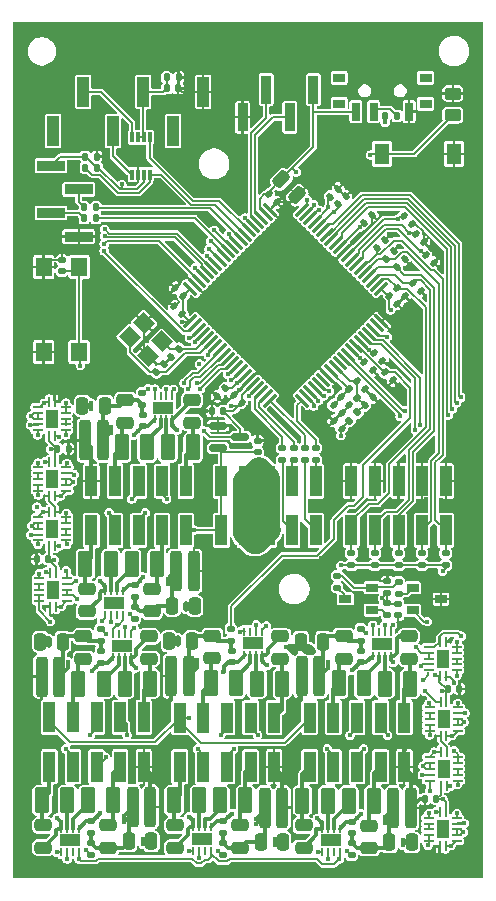
<source format=gbr>
%TF.GenerationSoftware,KiCad,Pcbnew,9.0.0*%
%TF.CreationDate,2025-03-08T21:49:24+01:00*%
%TF.ProjectId,NPulse_v4,4e50756c-7365-45f7-9634-2e6b69636164,rev?*%
%TF.SameCoordinates,Original*%
%TF.FileFunction,Copper,L1,Top*%
%TF.FilePolarity,Positive*%
%FSLAX46Y46*%
G04 Gerber Fmt 4.6, Leading zero omitted, Abs format (unit mm)*
G04 Created by KiCad (PCBNEW 9.0.0) date 2025-03-08 21:49:24*
%MOMM*%
%LPD*%
G01*
G04 APERTURE LIST*
G04 Aperture macros list*
%AMRoundRect*
0 Rectangle with rounded corners*
0 $1 Rounding radius*
0 $2 $3 $4 $5 $6 $7 $8 $9 X,Y pos of 4 corners*
0 Add a 4 corners polygon primitive as box body*
4,1,4,$2,$3,$4,$5,$6,$7,$8,$9,$2,$3,0*
0 Add four circle primitives for the rounded corners*
1,1,$1+$1,$2,$3*
1,1,$1+$1,$4,$5*
1,1,$1+$1,$6,$7*
1,1,$1+$1,$8,$9*
0 Add four rect primitives between the rounded corners*
20,1,$1+$1,$2,$3,$4,$5,0*
20,1,$1+$1,$4,$5,$6,$7,0*
20,1,$1+$1,$6,$7,$8,$9,0*
20,1,$1+$1,$8,$9,$2,$3,0*%
%AMRotRect*
0 Rectangle, with rotation*
0 The origin of the aperture is its center*
0 $1 length*
0 $2 width*
0 $3 Rotation angle, in degrees counterclockwise*
0 Add horizontal line*
21,1,$1,$2,0,0,$3*%
G04 Aperture macros list end*
%TA.AperFunction,SMDPad,CuDef*%
%ADD10RoundRect,0.250000X-0.250000X-1.450000X0.250000X-1.450000X0.250000X1.450000X-0.250000X1.450000X0*%
%TD*%
%TA.AperFunction,SMDPad,CuDef*%
%ADD11RoundRect,0.135000X0.185000X-0.135000X0.185000X0.135000X-0.185000X0.135000X-0.185000X-0.135000X0*%
%TD*%
%TA.AperFunction,SMDPad,CuDef*%
%ADD12R,1.000000X2.580000*%
%TD*%
%TA.AperFunction,SMDPad,CuDef*%
%ADD13RotRect,1.400000X1.200000X135.000000*%
%TD*%
%TA.AperFunction,SMDPad,CuDef*%
%ADD14RoundRect,0.140000X0.021213X-0.219203X0.219203X-0.021213X-0.021213X0.219203X-0.219203X0.021213X0*%
%TD*%
%TA.AperFunction,SMDPad,CuDef*%
%ADD15RoundRect,0.140000X-0.219203X-0.021213X-0.021213X-0.219203X0.219203X0.021213X0.021213X0.219203X0*%
%TD*%
%TA.AperFunction,SMDPad,CuDef*%
%ADD16RoundRect,0.140000X0.219203X0.021213X0.021213X0.219203X-0.219203X-0.021213X-0.021213X-0.219203X0*%
%TD*%
%TA.AperFunction,SMDPad,CuDef*%
%ADD17R,0.279400X0.711200*%
%TD*%
%TA.AperFunction,SMDPad,CuDef*%
%ADD18R,1.701800X0.990600*%
%TD*%
%TA.AperFunction,SMDPad,CuDef*%
%ADD19RoundRect,0.250000X0.475000X-0.250000X0.475000X0.250000X-0.475000X0.250000X-0.475000X-0.250000X0*%
%TD*%
%TA.AperFunction,SMDPad,CuDef*%
%ADD20RoundRect,0.140000X0.170000X-0.140000X0.170000X0.140000X-0.170000X0.140000X-0.170000X-0.140000X0*%
%TD*%
%TA.AperFunction,SMDPad,CuDef*%
%ADD21RoundRect,0.135000X-0.185000X0.135000X-0.185000X-0.135000X0.185000X-0.135000X0.185000X0.135000X0*%
%TD*%
%TA.AperFunction,SMDPad,CuDef*%
%ADD22RoundRect,0.250000X0.375000X0.850000X-0.375000X0.850000X-0.375000X-0.850000X0.375000X-0.850000X0*%
%TD*%
%TA.AperFunction,SMDPad,CuDef*%
%ADD23R,1.000000X2.510000*%
%TD*%
%TA.AperFunction,SMDPad,CuDef*%
%ADD24RoundRect,0.135000X-0.135000X-0.185000X0.135000X-0.185000X0.135000X0.185000X-0.135000X0.185000X0*%
%TD*%
%TA.AperFunction,SMDPad,CuDef*%
%ADD25RoundRect,0.250000X-0.250000X-0.475000X0.250000X-0.475000X0.250000X0.475000X-0.250000X0.475000X0*%
%TD*%
%TA.AperFunction,SMDPad,CuDef*%
%ADD26RoundRect,0.140000X0.140000X0.170000X-0.140000X0.170000X-0.140000X-0.170000X0.140000X-0.170000X0*%
%TD*%
%TA.AperFunction,SMDPad,CuDef*%
%ADD27RoundRect,0.140000X-0.140000X-0.170000X0.140000X-0.170000X0.140000X0.170000X-0.140000X0.170000X0*%
%TD*%
%TA.AperFunction,SMDPad,CuDef*%
%ADD28RoundRect,0.062500X-0.062500X-0.350000X0.062500X-0.350000X0.062500X0.350000X-0.062500X0.350000X0*%
%TD*%
%TA.AperFunction,SMDPad,CuDef*%
%ADD29RoundRect,0.062500X-0.350000X-0.062500X0.350000X-0.062500X0.350000X0.062500X-0.350000X0.062500X0*%
%TD*%
%TA.AperFunction,HeatsinkPad*%
%ADD30R,1.000000X1.500000*%
%TD*%
%TA.AperFunction,SMDPad,CuDef*%
%ADD31RoundRect,0.062500X0.062500X0.350000X-0.062500X0.350000X-0.062500X-0.350000X0.062500X-0.350000X0*%
%TD*%
%TA.AperFunction,SMDPad,CuDef*%
%ADD32RoundRect,0.062500X0.350000X0.062500X-0.350000X0.062500X-0.350000X-0.062500X0.350000X-0.062500X0*%
%TD*%
%TA.AperFunction,SMDPad,CuDef*%
%ADD33RoundRect,0.250000X0.450000X-0.262500X0.450000X0.262500X-0.450000X0.262500X-0.450000X-0.262500X0*%
%TD*%
%TA.AperFunction,SMDPad,CuDef*%
%ADD34RoundRect,0.250000X-0.475000X0.250000X-0.475000X-0.250000X0.475000X-0.250000X0.475000X0.250000X0*%
%TD*%
%TA.AperFunction,SMDPad,CuDef*%
%ADD35R,0.850000X2.350000*%
%TD*%
%TA.AperFunction,SMDPad,CuDef*%
%ADD36RoundRect,0.062500X-0.433103X-0.521491X0.521491X0.433103X0.433103X0.521491X-0.521491X-0.433103X0*%
%TD*%
%TA.AperFunction,SMDPad,CuDef*%
%ADD37RoundRect,0.062500X0.433103X-0.521491X0.521491X-0.433103X-0.433103X0.521491X-0.521491X0.433103X0*%
%TD*%
%TA.AperFunction,SMDPad,CuDef*%
%ADD38RoundRect,0.250000X-0.375000X-0.850000X0.375000X-0.850000X0.375000X0.850000X-0.375000X0.850000X0*%
%TD*%
%TA.AperFunction,SMDPad,CuDef*%
%ADD39RoundRect,0.250000X0.250000X0.475000X-0.250000X0.475000X-0.250000X-0.475000X0.250000X-0.475000X0*%
%TD*%
%TA.AperFunction,SMDPad,CuDef*%
%ADD40RoundRect,0.140000X-0.021213X0.219203X-0.219203X0.021213X0.021213X-0.219203X0.219203X-0.021213X0*%
%TD*%
%TA.AperFunction,SMDPad,CuDef*%
%ADD41RoundRect,0.140000X-0.170000X0.140000X-0.170000X-0.140000X0.170000X-0.140000X0.170000X0.140000X0*%
%TD*%
%TA.AperFunction,SMDPad,CuDef*%
%ADD42R,1.050000X0.700000*%
%TD*%
%TA.AperFunction,SMDPad,CuDef*%
%ADD43R,1.300000X1.800000*%
%TD*%
%TA.AperFunction,SMDPad,CuDef*%
%ADD44RoundRect,0.250000X0.250000X1.450000X-0.250000X1.450000X-0.250000X-1.450000X0.250000X-1.450000X0*%
%TD*%
%TA.AperFunction,SMDPad,CuDef*%
%ADD45R,1.000000X0.800000*%
%TD*%
%TA.AperFunction,SMDPad,CuDef*%
%ADD46R,0.700000X1.500000*%
%TD*%
%TA.AperFunction,SMDPad,CuDef*%
%ADD47R,0.300000X0.850000*%
%TD*%
%TA.AperFunction,SMDPad,CuDef*%
%ADD48RoundRect,0.250000X-0.512652X-0.159099X-0.159099X-0.512652X0.512652X0.159099X0.159099X0.512652X0*%
%TD*%
%TA.AperFunction,SMDPad,CuDef*%
%ADD49RoundRect,0.150000X-0.587500X-0.150000X0.587500X-0.150000X0.587500X0.150000X-0.587500X0.150000X0*%
%TD*%
%TA.AperFunction,SMDPad,CuDef*%
%ADD50RoundRect,0.135000X0.135000X0.185000X-0.135000X0.185000X-0.135000X-0.185000X0.135000X-0.185000X0*%
%TD*%
%TA.AperFunction,SMDPad,CuDef*%
%ADD51R,1.000000X0.700000*%
%TD*%
%TA.AperFunction,SMDPad,CuDef*%
%ADD52R,1.400000X1.600000*%
%TD*%
%TA.AperFunction,SMDPad,CuDef*%
%ADD53RoundRect,0.147500X-0.017678X0.226274X-0.226274X0.017678X0.017678X-0.226274X0.226274X-0.017678X0*%
%TD*%
%TA.AperFunction,SMDPad,CuDef*%
%ADD54RoundRect,0.135000X0.226274X0.035355X0.035355X0.226274X-0.226274X-0.035355X-0.035355X-0.226274X0*%
%TD*%
%TA.AperFunction,SMDPad,CuDef*%
%ADD55R,2.350000X0.850000*%
%TD*%
%TA.AperFunction,ViaPad*%
%ADD56C,0.400000*%
%TD*%
%TA.AperFunction,Conductor*%
%ADD57C,0.150000*%
%TD*%
%TA.AperFunction,Conductor*%
%ADD58C,0.300000*%
%TD*%
%TA.AperFunction,Conductor*%
%ADD59C,0.200000*%
%TD*%
%TA.AperFunction,Conductor*%
%ADD60C,2.000000*%
%TD*%
%TA.AperFunction,Conductor*%
%ADD61C,0.500000*%
%TD*%
G04 APERTURE END LIST*
D10*
%TO.P,R32,1*%
%TO.N,pin4_7*%
X163500901Y-131605403D03*
%TO.P,R32,2*%
%TO.N,GND*%
X165000901Y-131605403D03*
%TD*%
D11*
%TO.P,R19,1*%
%TO.N,+3.3V*%
X187990000Y-111149999D03*
%TO.P,R19,2*%
%TO.N,FSR4*%
X187990000Y-110130001D03*
%TD*%
D12*
%TO.P,J7,1,Pin_1*%
%TO.N,M4_2*%
X175475903Y-124045400D03*
%TO.P,J7,2,Pin_2*%
%TO.N,GND*%
X175475903Y-128215402D03*
%TO.P,J7,3,Pin_3*%
%TO.N,ENC3_S1*%
X173475903Y-124045401D03*
%TO.P,J7,4,Pin_4*%
%TO.N,M3_1*%
X173475903Y-128215401D03*
%TO.P,J7,5,Pin_5*%
%TO.N,ENC4_S2*%
X171475903Y-124045400D03*
%TO.P,J7,6,Pin_6*%
%TO.N,ENC3_S2*%
X171475903Y-128215402D03*
%TO.P,J7,7,Pin_7*%
%TO.N,M4_1*%
X169475903Y-124045401D03*
%TO.P,J7,8,Pin_8*%
%TO.N,ENC4_S1*%
X169475903Y-128215401D03*
%TO.P,J7,9,Pin_9*%
%TO.N,+5V*%
X167475903Y-124045400D03*
%TO.P,J7,10,Pin_10*%
%TO.N,M3_2*%
X167475903Y-128215402D03*
%TD*%
D13*
%TO.P,Y1,1,1*%
%TO.N,/HSE_IN*%
X166003858Y-92201777D03*
%TO.P,Y1,2,2*%
%TO.N,GND*%
X164448223Y-90646142D03*
%TO.P,Y1,3,3*%
%TO.N,/HSE_OUT*%
X163246142Y-91848223D03*
%TO.P,Y1,4,4*%
%TO.N,GND*%
X164801777Y-93403858D03*
%TD*%
D14*
%TO.P,C15,1*%
%TO.N,/HSE_OUT*%
X165471777Y-94808224D03*
%TO.P,C15,2*%
%TO.N,GND*%
X166150599Y-94129402D03*
%TD*%
D15*
%TO.P,C47,1*%
%TO.N,I2*%
X183960589Y-93140589D03*
%TO.P,C47,2*%
%TO.N,GND*%
X184639411Y-93819411D03*
%TD*%
D16*
%TO.P,C21,1*%
%TO.N,GND*%
X187869411Y-87909411D03*
%TO.P,C21,2*%
%TO.N,FSR2*%
X187190589Y-87230589D03*
%TD*%
D17*
%TO.P,IC2,1,VM*%
%TO.N,+12V*%
X181005902Y-133441302D03*
%TO.P,IC2,2,OUT1*%
%TO.N,Net-(IC2-OUT1)*%
X180505901Y-133441302D03*
%TO.P,IC2,3,OUT2*%
%TO.N,Net-(IC2-OUT2)*%
X180005901Y-133441302D03*
%TO.P,IC2,4,GND*%
%TO.N,pin4_1*%
X179505900Y-133441302D03*
%TO.P,IC2,5,IN2/EN*%
%TO.N,OUT1_2*%
X179505900Y-135447902D03*
%TO.P,IC2,6,IN1/PH*%
%TO.N,OUT1_1*%
X180005901Y-135447902D03*
%TO.P,IC2,7,MODE*%
%TO.N,unconnected-(IC2-MODE-Pad7)*%
X180505901Y-135447902D03*
%TO.P,IC2,8,NSLEEP*%
%TO.N,NSLEEP*%
X181005902Y-135447902D03*
D18*
%TO.P,IC2,9*%
%TO.N,N/C*%
X180255901Y-134444602D03*
%TD*%
D19*
%TO.P,C34,1*%
%TO.N,M5_2*%
X168520001Y-99069999D03*
%TO.P,C34,2*%
%TO.N,pin4_5*%
X168520001Y-97170001D03*
%TD*%
D20*
%TO.P,C49,1*%
%TO.N,pin4_3*%
X171145900Y-133805404D03*
%TO.P,C49,2*%
%TO.N,+12V*%
X171145900Y-132845404D03*
%TD*%
D11*
%TO.P,R17,1*%
%TO.N,+3.3V*%
X184000000Y-111149999D03*
%TO.P,R17,2*%
%TO.N,FSR2*%
X184000000Y-110130001D03*
%TD*%
D21*
%TO.P,R34,1*%
%TO.N,I8*%
X160775899Y-116565401D03*
%TO.P,R34,2*%
%TO.N,pin4_8*%
X160775899Y-117585399D03*
%TD*%
D16*
%TO.P,C2,1*%
%TO.N,+3.3V*%
X167790000Y-88340000D03*
%TO.P,C2,2*%
%TO.N,GND*%
X167111178Y-87661178D03*
%TD*%
D10*
%TO.P,R23,1*%
%TO.N,pin4_1*%
X185570000Y-131685402D03*
%TO.P,R23,2*%
%TO.N,GND*%
X187070000Y-131685402D03*
%TD*%
D22*
%TO.P,L11,1,1*%
%TO.N,Net-(IC6-OUT2)*%
X169135902Y-131065403D03*
%TO.P,L11,2,2*%
%TO.N,M3_2*%
X166985902Y-131065403D03*
%TD*%
D11*
%TO.P,R18,1*%
%TO.N,+3.3V*%
X186010000Y-111169999D03*
%TO.P,R18,2*%
%TO.N,FSR3*%
X186010000Y-110150001D03*
%TD*%
D15*
%TO.P,C35,1*%
%TO.N,I1*%
X183120589Y-93980589D03*
%TO.P,C35,2*%
%TO.N,GND*%
X183799411Y-94659411D03*
%TD*%
D23*
%TO.P,J3,1,Pin_1*%
%TO.N,GND*%
X169460000Y-71075000D03*
%TO.P,J3,2,Pin_2*%
%TO.N,unconnected-(J3-Pin_2-Pad2)*%
X166920000Y-74385000D03*
%TO.P,J3,3,Pin_3*%
%TO.N,/VCCB*%
X164380000Y-71075000D03*
%TO.P,J3,4,Pin_4*%
%TO.N,/TX*%
X161840000Y-74385000D03*
%TO.P,J3,5,Pin_5*%
%TO.N,/RX*%
X159300000Y-71075000D03*
%TO.P,J3,6,Pin_6*%
%TO.N,unconnected-(J3-Pin_6-Pad6)*%
X156760000Y-74385000D03*
%TD*%
D24*
%TO.P,R12,1*%
%TO.N,/RX_UART4*%
X159470001Y-77480000D03*
%TO.P,R12,2*%
%TO.N,+3.3V*%
X160489999Y-77480000D03*
%TD*%
D14*
%TO.P,C7,1*%
%TO.N,+3.3V*%
X183090589Y-82199411D03*
%TO.P,C7,2*%
%TO.N,GND*%
X183769411Y-81520589D03*
%TD*%
D25*
%TO.P,C38,1*%
%TO.N,+12V*%
X177725901Y-117635399D03*
%TO.P,C38,2*%
%TO.N,pin4_2*%
X179625899Y-117635399D03*
%TD*%
D21*
%TO.P,R5,1*%
%TO.N,/MOSI*%
X179005000Y-101195000D03*
%TO.P,R5,2*%
%TO.N,MOSI_CON*%
X179005000Y-102214998D03*
%TD*%
D15*
%TO.P,C36,1*%
%TO.N,I5*%
X188300589Y-84850589D03*
%TO.P,C36,2*%
%TO.N,GND*%
X188979411Y-85529411D03*
%TD*%
D12*
%TO.P,J6,1,Pin_1*%
%TO.N,M8_2*%
X164435901Y-124035398D03*
%TO.P,J6,2,Pin_2*%
%TO.N,GND*%
X164435901Y-128205400D03*
%TO.P,J6,3,Pin_3*%
%TO.N,ENC8_S1*%
X162435901Y-124035399D03*
%TO.P,J6,4,Pin_4*%
%TO.N,M7_1*%
X162435901Y-128205399D03*
%TO.P,J6,5,Pin_5*%
%TO.N,ENC7_S2*%
X160435901Y-124035398D03*
%TO.P,J6,6,Pin_6*%
%TO.N,ENC8_S2*%
X160435901Y-128205400D03*
%TO.P,J6,7,Pin_7*%
%TO.N,M8_1*%
X158435901Y-124035399D03*
%TO.P,J6,8,Pin_8*%
%TO.N,ENC7_S1*%
X158435901Y-128205399D03*
%TO.P,J6,9,Pin_9*%
%TO.N,+5V*%
X156435901Y-124035398D03*
%TO.P,J6,10,Pin_10*%
%TO.N,M7_2*%
X156435901Y-128205400D03*
%TD*%
D26*
%TO.P,C44,1*%
%TO.N,+3.3V*%
X156320000Y-110630000D03*
%TO.P,C44,2*%
%TO.N,GND*%
X155360000Y-110630000D03*
%TD*%
D11*
%TO.P,R16,1*%
%TO.N,+3.3V*%
X182020000Y-111159999D03*
%TO.P,R16,2*%
%TO.N,FSR1*%
X182020000Y-110140001D03*
%TD*%
D22*
%TO.P,L14,1,1*%
%TO.N,Net-(IC9-OUT1)*%
X161055901Y-121175401D03*
%TO.P,L14,2,2*%
%TO.N,M8_1*%
X158905901Y-121175401D03*
%TD*%
D12*
%TO.P,J5,1,Pin_1*%
%TO.N,FSR1*%
X182000000Y-108190002D03*
%TO.P,J5,2,Pin_2*%
%TO.N,GND*%
X182000000Y-104020000D03*
%TO.P,J5,3,Pin_3*%
%TO.N,FSR2*%
X184000000Y-108190001D03*
%TO.P,J5,4,Pin_4*%
%TO.N,GND*%
X184000000Y-104020001D03*
%TO.P,J5,5,Pin_5*%
%TO.N,FSR3*%
X186000000Y-108190002D03*
%TO.P,J5,6,Pin_6*%
%TO.N,GND*%
X186000000Y-104020000D03*
%TO.P,J5,7,Pin_7*%
%TO.N,FSR4*%
X188000000Y-108190001D03*
%TO.P,J5,8,Pin_8*%
%TO.N,GND*%
X188000000Y-104020001D03*
%TO.P,J5,9,Pin_9*%
%TO.N,FSR5*%
X190000000Y-108190002D03*
%TO.P,J5,10,Pin_10*%
%TO.N,GND*%
X190000000Y-104020000D03*
%TD*%
D19*
%TO.P,C70,1*%
%TO.N,M8_2*%
X164860000Y-119069999D03*
%TO.P,C70,2*%
%TO.N,pin4_8*%
X164860000Y-117170001D03*
%TD*%
%TO.P,C66,1*%
%TO.N,M8_1*%
X159325898Y-119075401D03*
%TO.P,C66,2*%
%TO.N,pin4_8*%
X159325898Y-117175403D03*
%TD*%
D14*
%TO.P,C9,1*%
%TO.N,+3.3VA*%
X183130589Y-97579411D03*
%TO.P,C9,2*%
%TO.N,GND*%
X183809411Y-96900589D03*
%TD*%
D27*
%TO.P,C32,1*%
%TO.N,+3.3V*%
X157100000Y-101290000D03*
%TO.P,C32,2*%
%TO.N,GND*%
X158060000Y-101290000D03*
%TD*%
D11*
%TO.P,R10,1*%
%TO.N,AD_Vbat*%
X185060000Y-113529999D03*
%TO.P,R10,2*%
%TO.N,GND*%
X185060000Y-112510001D03*
%TD*%
D22*
%TO.P,L13,1,1*%
%TO.N,Net-(IC8-OUT1)*%
X172255903Y-121135404D03*
%TO.P,L13,2,2*%
%TO.N,M4_1*%
X170105903Y-121135404D03*
%TD*%
D28*
%TO.P,U2,1*%
%TO.N,OUT1_2*%
X189480000Y-132080000D03*
D29*
%TO.P,U2,2*%
%TO.N,Net-(U2-Pad10)*%
X188542500Y-132517500D03*
%TO.P,U2,3*%
%TO.N,Net-(U2-Pad3)*%
X188542500Y-133017500D03*
%TO.P,U2,4*%
X188542500Y-133517500D03*
%TO.P,U2,5*%
%TO.N,DIR1*%
X188542500Y-134017500D03*
%TO.P,U2,6*%
X188542500Y-134517500D03*
D28*
%TO.P,U2,7,GND*%
%TO.N,GND*%
X189480000Y-134955000D03*
%TO.P,U2,8*%
%TO.N,PWM1*%
X189980000Y-134955000D03*
D29*
%TO.P,U2,9*%
X190917500Y-134517500D03*
%TO.P,U2,10*%
%TO.N,Net-(U2-Pad10)*%
X190917500Y-134017500D03*
%TO.P,U2,11*%
X190917500Y-133517500D03*
%TO.P,U2,12*%
%TO.N,DIR1*%
X190917500Y-133017500D03*
%TO.P,U2,13*%
%TO.N,OUT1_1*%
X190917500Y-132517500D03*
D28*
%TO.P,U2,14,VCC*%
%TO.N,+3.3V*%
X189980000Y-132080000D03*
D30*
%TO.P,U2,15*%
%TO.N,N/C*%
X189730000Y-133517500D03*
%TD*%
D31*
%TO.P,U9,1*%
%TO.N,OUT8_2*%
X156930737Y-109491903D03*
D32*
%TO.P,U9,2*%
%TO.N,Net-(U9-Pad10)*%
X157868237Y-109054403D03*
%TO.P,U9,3*%
%TO.N,Net-(U9-Pad3)*%
X157868237Y-108554403D03*
%TO.P,U9,4*%
X157868237Y-108054403D03*
%TO.P,U9,5*%
%TO.N,DIR8*%
X157868237Y-107554403D03*
%TO.P,U9,6*%
X157868237Y-107054403D03*
D31*
%TO.P,U9,7,GND*%
%TO.N,GND*%
X156930737Y-106616903D03*
%TO.P,U9,8*%
%TO.N,PWM8*%
X156430737Y-106616903D03*
D32*
%TO.P,U9,9*%
X155493237Y-107054403D03*
%TO.P,U9,10*%
%TO.N,Net-(U9-Pad10)*%
X155493237Y-107554403D03*
%TO.P,U9,11*%
X155493237Y-108054403D03*
%TO.P,U9,12*%
%TO.N,DIR8*%
X155493237Y-108554403D03*
%TO.P,U9,13*%
%TO.N,OUT8_1*%
X155493237Y-109054403D03*
D31*
%TO.P,U9,14,VCC*%
%TO.N,+3.3V*%
X156430737Y-109491903D03*
D30*
%TO.P,U9,15*%
%TO.N,N/C*%
X156680737Y-108054403D03*
%TD*%
D33*
%TO.P,R13,1*%
%TO.N,LED*%
X190600000Y-73037500D03*
%TO.P,R13,2*%
%TO.N,GND*%
X190600000Y-71212500D03*
%TD*%
D34*
%TO.P,C42,1*%
%TO.N,M6_1*%
X165120001Y-113159999D03*
%TO.P,C42,2*%
%TO.N,pin4_6*%
X165120001Y-115059997D03*
%TD*%
D21*
%TO.P,R3,1*%
%TO.N,/SCK*%
X177115000Y-101215001D03*
%TO.P,R3,2*%
%TO.N,SCK_CON*%
X177115000Y-102234999D03*
%TD*%
D35*
%TO.P,J2,1,Pin_1*%
%TO.N,GND*%
X172800000Y-73225000D03*
%TO.P,J2,2,Pin_2*%
%TO.N,/SWCLK*%
X174800000Y-70875000D03*
%TO.P,J2,3,Pin_3*%
%TO.N,/SWDIO*%
X176800000Y-73225000D03*
%TO.P,J2,4,Pin_4*%
%TO.N,+3.3V*%
X178800000Y-70875000D03*
%TD*%
D36*
%TO.P,U1,1,VBAT*%
%TO.N,+3.3V*%
X168382466Y-90490019D03*
%TO.P,U1,2,PC13*%
%TO.N,DIR6*%
X168736020Y-90843573D03*
%TO.P,U1,3,PC14*%
%TO.N,ENC6_S2*%
X169089573Y-91197126D03*
%TO.P,U1,4,PC15*%
%TO.N,ENC6_S1*%
X169443126Y-91550680D03*
%TO.P,U1,5,PF0*%
%TO.N,/HSE_IN*%
X169796680Y-91904233D03*
%TO.P,U1,6,PF1*%
%TO.N,/HSE_OUT*%
X170150233Y-92257786D03*
%TO.P,U1,7,PG10*%
%TO.N,/NRST*%
X170503787Y-92611340D03*
%TO.P,U1,8,PC0*%
%TO.N,DIR7*%
X170857340Y-92964893D03*
%TO.P,U1,9,PC1*%
%TO.N,PWM7*%
X171210893Y-93318447D03*
%TO.P,U1,10,PC2*%
%TO.N,DIR8*%
X171564447Y-93672000D03*
%TO.P,U1,11,PC3*%
%TO.N,PWM8*%
X171918000Y-94025553D03*
%TO.P,U1,12,PA0*%
%TO.N,ENC8_S1*%
X172271553Y-94379107D03*
%TO.P,U1,13,PA1*%
%TO.N,ENC8_S2*%
X172625107Y-94732660D03*
%TO.P,U1,14,PA2*%
%TO.N,LED*%
X172978660Y-95086213D03*
%TO.P,U1,15,VSS*%
%TO.N,GND*%
X173332214Y-95439767D03*
%TO.P,U1,16,VDD*%
%TO.N,+3.3V*%
X173685767Y-95793320D03*
%TO.P,U1,17,PA3*%
%TO.N,AD_Vbat*%
X174039320Y-96146874D03*
%TO.P,U1,18,PA4*%
%TO.N,/NSS*%
X174392874Y-96500427D03*
%TO.P,U1,19,PA5*%
%TO.N,/SCK*%
X174746427Y-96853980D03*
%TO.P,U1,20,PA6*%
%TO.N,/MISO*%
X175099981Y-97207534D03*
D37*
%TO.P,U1,21,PA7*%
%TO.N,/MOSI*%
X177840019Y-97207534D03*
%TO.P,U1,22,PC4*%
%TO.N,ENC4_S1*%
X178193573Y-96853980D03*
%TO.P,U1,23,PC5*%
%TO.N,ENC4_S2*%
X178547126Y-96500427D03*
%TO.P,U1,24,PB0*%
%TO.N,ENC3_S2*%
X178900680Y-96146874D03*
%TO.P,U1,25,PB1*%
%TO.N,ENC3_S1*%
X179254233Y-95793320D03*
%TO.P,U1,26,PB2*%
%TO.N,unconnected-(U1-PB2-Pad26)*%
X179607786Y-95439767D03*
%TO.P,U1,27,VSSA*%
%TO.N,GND*%
X179961340Y-95086213D03*
%TO.P,U1,28,VREF+*%
%TO.N,Net-(U1-VREF+)*%
X180314893Y-94732660D03*
%TO.P,U1,29,VDDA*%
%TO.N,+3.3VA*%
X180668447Y-94379107D03*
%TO.P,U1,30,PE7*%
%TO.N,unconnected-(U1-PE7-Pad30)*%
X181022000Y-94025553D03*
%TO.P,U1,31,PE8*%
%TO.N,DIR1*%
X181375553Y-93672000D03*
%TO.P,U1,32,PE9*%
%TO.N,PWM1*%
X181729107Y-93318447D03*
%TO.P,U1,33,PE10*%
%TO.N,I1*%
X182082660Y-92964893D03*
%TO.P,U1,34,PE11*%
%TO.N,I4*%
X182436213Y-92611340D03*
%TO.P,U1,35,PE12*%
%TO.N,I2*%
X182789767Y-92257786D03*
%TO.P,U1,36,PE13*%
%TO.N,PWM3*%
X183143320Y-91904233D03*
%TO.P,U1,37,PE14*%
%TO.N,DIR3*%
X183496874Y-91550680D03*
%TO.P,U1,38,PE15*%
%TO.N,ENC2_S2*%
X183850427Y-91197126D03*
%TO.P,U1,39,PB10*%
%TO.N,unconnected-(U1-PB10-Pad39)*%
X184203980Y-90843573D03*
%TO.P,U1,40,VSS*%
%TO.N,GND*%
X184557534Y-90490019D03*
D36*
%TO.P,U1,41,VDD*%
%TO.N,+3.3V*%
X184557534Y-87749981D03*
%TO.P,U1,42,PB11*%
%TO.N,FSR1*%
X184203980Y-87396427D03*
%TO.P,U1,43,PB12*%
%TO.N,FSR2*%
X183850427Y-87042874D03*
%TO.P,U1,44,PB13*%
%TO.N,FSR3*%
X183496874Y-86689320D03*
%TO.P,U1,45,PB14*%
%TO.N,FSR4*%
X183143320Y-86335767D03*
%TO.P,U1,46,PB15*%
%TO.N,FSR5*%
X182789767Y-85982214D03*
%TO.P,U1,47,PD8*%
%TO.N,I5*%
X182436213Y-85628660D03*
%TO.P,U1,48,PD9*%
%TO.N,I6*%
X182082660Y-85275107D03*
%TO.P,U1,49,PD10*%
%TO.N,I8*%
X181729107Y-84921553D03*
%TO.P,U1,50,VSS*%
%TO.N,GND*%
X181375553Y-84568000D03*
%TO.P,U1,51,VDD*%
%TO.N,+3.3V*%
X181022000Y-84214447D03*
%TO.P,U1,52,PC6*%
%TO.N,DIR4*%
X180668447Y-83860893D03*
%TO.P,U1,53,PC7*%
%TO.N,PWM4*%
X180314893Y-83507340D03*
%TO.P,U1,54,PC8*%
%TO.N,DIR2*%
X179961340Y-83153787D03*
%TO.P,U1,55,PC9*%
%TO.N,PWM2*%
X179607786Y-82800233D03*
%TO.P,U1,56,PA8*%
%TO.N,I3*%
X179254233Y-82446680D03*
%TO.P,U1,57,PA9*%
%TO.N,I7*%
X178900680Y-82093126D03*
%TO.P,U1,58,PA10*%
%TO.N,ENC2_S1*%
X178547126Y-81739573D03*
%TO.P,U1,59,PA11*%
%TO.N,ENC1_S1*%
X178193573Y-81386020D03*
%TO.P,U1,60,PA12*%
%TO.N,ENC1_S2*%
X177840019Y-81032466D03*
D37*
%TO.P,U1,61,VSS*%
%TO.N,GND*%
X175099981Y-81032466D03*
%TO.P,U1,62,VDD*%
%TO.N,+3.3V*%
X174746427Y-81386020D03*
%TO.P,U1,63,PA13*%
%TO.N,/SWDIO*%
X174392874Y-81739573D03*
%TO.P,U1,64,PA14*%
%TO.N,/SWCLK*%
X174039320Y-82093126D03*
%TO.P,U1,65,PA15*%
%TO.N,ENC7_S1*%
X173685767Y-82446680D03*
%TO.P,U1,66,PC10*%
%TO.N,/TX_UART4*%
X173332214Y-82800233D03*
%TO.P,U1,67,PC11*%
%TO.N,/RX_UART4*%
X172978660Y-83153787D03*
%TO.P,U1,68,PC12*%
%TO.N,EMG_TX*%
X172625107Y-83507340D03*
%TO.P,U1,69,PD0*%
%TO.N,MesOn*%
X172271553Y-83860893D03*
%TO.P,U1,70,PD1*%
%TO.N,NSLEEP*%
X171918000Y-84214447D03*
%TO.P,U1,71,PD2*%
%TO.N,EMG_RX*%
X171564447Y-84568000D03*
%TO.P,U1,72,PB3*%
%TO.N,ENC7_S2*%
X171210893Y-84921553D03*
%TO.P,U1,73,PB4*%
%TO.N,ENC5_S1*%
X170857340Y-85275107D03*
%TO.P,U1,74,PB5*%
%TO.N,ENC5_S2*%
X170503787Y-85628660D03*
%TO.P,U1,75,PB6*%
%TO.N,PWM5*%
X170150233Y-85982214D03*
%TO.P,U1,76,PB7*%
%TO.N,DIR5*%
X169796680Y-86335767D03*
%TO.P,U1,77,PB8*%
%TO.N,/SW_BSTD*%
X169443126Y-86689320D03*
%TO.P,U1,78,PB9*%
%TO.N,PWM6*%
X169089573Y-87042874D03*
%TO.P,U1,79,VSS*%
%TO.N,GND*%
X168736020Y-87396427D03*
%TO.P,U1,80,VDD*%
%TO.N,+3.3V*%
X168382466Y-87749981D03*
%TD*%
D11*
%TO.P,R30,1*%
%TO.N,I7*%
X159990901Y-135665401D03*
%TO.P,R30,2*%
%TO.N,pin4_7*%
X159990901Y-134645403D03*
%TD*%
D14*
%TO.P,C59,1*%
%TO.N,I3*%
X180865589Y-80589411D03*
%TO.P,C59,2*%
%TO.N,GND*%
X181544411Y-79910589D03*
%TD*%
D15*
%TO.P,C3,1*%
%TO.N,+3.3V*%
X175000589Y-79750589D03*
%TO.P,C3,2*%
%TO.N,GND*%
X175679411Y-80429411D03*
%TD*%
D38*
%TO.P,L7,1,1*%
%TO.N,Net-(IC4-OUT2)*%
X184840899Y-121165404D03*
%TO.P,L7,2,2*%
%TO.N,M2_2*%
X186990899Y-121165404D03*
%TD*%
D28*
%TO.P,U5,1*%
%TO.N,OUT6_2*%
X156502500Y-111772500D03*
D29*
%TO.P,U5,2*%
%TO.N,Net-(U5-Pad10)*%
X155565000Y-112210000D03*
%TO.P,U5,3*%
%TO.N,Net-(U5-Pad3)*%
X155565000Y-112710000D03*
%TO.P,U5,4*%
X155565000Y-113210000D03*
%TO.P,U5,5*%
%TO.N,DIR6*%
X155565000Y-113710000D03*
%TO.P,U5,6*%
X155565000Y-114210000D03*
D28*
%TO.P,U5,7,GND*%
%TO.N,GND*%
X156502500Y-114647500D03*
%TO.P,U5,8*%
%TO.N,PWM6*%
X157002500Y-114647500D03*
D29*
%TO.P,U5,9*%
X157940000Y-114210000D03*
%TO.P,U5,10*%
%TO.N,Net-(U5-Pad10)*%
X157940000Y-113710000D03*
%TO.P,U5,11*%
X157940000Y-113210000D03*
%TO.P,U5,12*%
%TO.N,DIR6*%
X157940000Y-112710000D03*
%TO.P,U5,13*%
%TO.N,OUT6_1*%
X157940000Y-112210000D03*
D28*
%TO.P,U5,14,VCC*%
%TO.N,+3.3V*%
X157002500Y-111772500D03*
D30*
%TO.P,U5,15*%
%TO.N,N/C*%
X156752500Y-113210000D03*
%TD*%
D12*
%TO.P,J9,1,Pin_1*%
%TO.N,M2_2*%
X186485903Y-124045402D03*
%TO.P,J9,2,Pin_2*%
%TO.N,GND*%
X186485903Y-128215404D03*
%TO.P,J9,3,Pin_3*%
%TO.N,ENC2_S2*%
X184485903Y-124045403D03*
%TO.P,J9,4,Pin_4*%
%TO.N,M1_1*%
X184485903Y-128215403D03*
%TO.P,J9,5,Pin_5*%
%TO.N,ENC1_S1*%
X182485903Y-124045402D03*
%TO.P,J9,6,Pin_6*%
%TO.N,ENC1_S2*%
X182485903Y-128215404D03*
%TO.P,J9,7,Pin_7*%
%TO.N,M2_1*%
X180485903Y-124045403D03*
%TO.P,J9,8,Pin_8*%
%TO.N,ENC2_S1*%
X180485903Y-128215403D03*
%TO.P,J9,9,Pin_9*%
%TO.N,+5V*%
X178485903Y-124045402D03*
%TO.P,J9,10,Pin_10*%
%TO.N,M1_2*%
X178485903Y-128215404D03*
%TD*%
D25*
%TO.P,C28,1*%
%TO.N,+12V*%
X159240739Y-97649998D03*
%TO.P,C28,2*%
%TO.N,pin4_5*%
X161140737Y-97649998D03*
%TD*%
D39*
%TO.P,C26,1*%
%TO.N,+12V*%
X187125899Y-134615403D03*
%TO.P,C26,2*%
%TO.N,pin4_1*%
X185225901Y-134615403D03*
%TD*%
D14*
%TO.P,C60,1*%
%TO.N,I7*%
X180210000Y-79940000D03*
%TO.P,C60,2*%
%TO.N,GND*%
X180888822Y-79261178D03*
%TD*%
D11*
%TO.P,R6,1*%
%TO.N,Vbat*%
X180810000Y-113039998D03*
%TO.P,R6,2*%
%TO.N,Net-(Q1-G)*%
X180810000Y-112020000D03*
%TD*%
D40*
%TO.P,C24,1*%
%TO.N,GND*%
X184849411Y-83590589D03*
%TO.P,C24,2*%
%TO.N,FSR5*%
X184170589Y-84269411D03*
%TD*%
D22*
%TO.P,L8,1,1*%
%TO.N,Net-(IC5-OUT2)*%
X161644999Y-111059998D03*
%TO.P,L8,2,2*%
%TO.N,M6_2*%
X159494999Y-111059998D03*
%TD*%
D38*
%TO.P,L4,1,1*%
%TO.N,Net-(IC3-OUT2)*%
X166470000Y-101169999D03*
%TO.P,L4,2,2*%
%TO.N,M5_2*%
X168620000Y-101169999D03*
%TD*%
D17*
%TO.P,IC7,1,VM*%
%TO.N,+12V*%
X158960902Y-133448803D03*
%TO.P,IC7,2,OUT1*%
%TO.N,Net-(IC7-OUT1)*%
X158460901Y-133448803D03*
%TO.P,IC7,3,OUT2*%
%TO.N,Net-(IC7-OUT2)*%
X157960901Y-133448803D03*
%TO.P,IC7,4,GND*%
%TO.N,pin4_7*%
X157460900Y-133448803D03*
%TO.P,IC7,5,IN2/EN*%
%TO.N,OUT7_2*%
X157460900Y-135455403D03*
%TO.P,IC7,6,IN1/PH*%
%TO.N,OUT7_1*%
X157960901Y-135455403D03*
%TO.P,IC7,7,MODE*%
%TO.N,unconnected-(IC7-MODE-Pad7)*%
X158460901Y-135455403D03*
%TO.P,IC7,8,NSLEEP*%
%TO.N,NSLEEP*%
X158960902Y-135455403D03*
D18*
%TO.P,IC7,9*%
%TO.N,N/C*%
X158210901Y-134452103D03*
%TD*%
D41*
%TO.P,C27,1*%
%TO.N,pin4_5*%
X164330739Y-98419997D03*
%TO.P,C27,2*%
%TO.N,+12V*%
X164330739Y-99379997D03*
%TD*%
D34*
%TO.P,C53,1*%
%TO.N,M3_1*%
X172595902Y-133165403D03*
%TO.P,C53,2*%
%TO.N,pin4_3*%
X172595902Y-135065401D03*
%TD*%
D40*
%TO.P,C18,1*%
%TO.N,LED*%
X171329411Y-96170589D03*
%TO.P,C18,2*%
%TO.N,GND*%
X170650589Y-96849411D03*
%TD*%
D42*
%TO.P,Q1,1,D*%
%TO.N,Net-(Q1-D)*%
X183780000Y-114940000D03*
%TO.P,Q1,2,G*%
%TO.N,Net-(Q1-G)*%
X183780000Y-113040000D03*
%TO.P,Q1,3,S*%
%TO.N,Vbat*%
X181480000Y-113990000D03*
%TD*%
D16*
%TO.P,C4,1*%
%TO.N,+3.3V*%
X167696909Y-89909408D03*
%TO.P,C4,2*%
%TO.N,GND*%
X167018087Y-89230586D03*
%TD*%
D43*
%TO.P,D1,1,K*%
%TO.N,GND*%
X190700000Y-76325000D03*
%TO.P,D1,2,A*%
%TO.N,LED*%
X184600000Y-76325000D03*
%TD*%
D21*
%TO.P,R25,1*%
%TO.N,I2*%
X182805901Y-116545403D03*
%TO.P,R25,2*%
%TO.N,pin4_2*%
X182805901Y-117565401D03*
%TD*%
D10*
%TO.P,R31,1*%
%TO.N,pin4_3*%
X174665900Y-131665403D03*
%TO.P,R31,2*%
%TO.N,GND*%
X176165900Y-131665403D03*
%TD*%
D44*
%TO.P,R35,1*%
%TO.N,pin4_4*%
X168230000Y-120550000D03*
%TO.P,R35,2*%
%TO.N,GND*%
X166730000Y-120550000D03*
%TD*%
D24*
%TO.P,R14,1*%
%TO.N,Net-(J4-Pin_3)*%
X159390001Y-80825000D03*
%TO.P,R14,2*%
%TO.N,EMG_TX*%
X160409999Y-80825000D03*
%TD*%
D40*
%TO.P,C22,1*%
%TO.N,GND*%
X186509411Y-85250589D03*
%TO.P,C22,2*%
%TO.N,FSR3*%
X185830589Y-85929411D03*
%TD*%
D17*
%TO.P,IC4,1,VM*%
%TO.N,+12V*%
X183835896Y-118808703D03*
%TO.P,IC4,2,OUT1*%
%TO.N,Net-(IC4-OUT1)*%
X184335897Y-118808703D03*
%TO.P,IC4,3,OUT2*%
%TO.N,Net-(IC4-OUT2)*%
X184835897Y-118808703D03*
%TO.P,IC4,4,GND*%
%TO.N,pin4_2*%
X185335898Y-118808703D03*
%TO.P,IC4,5,IN2/EN*%
%TO.N,OUT2_2*%
X185335898Y-116802103D03*
%TO.P,IC4,6,IN1/PH*%
%TO.N,OUT2_1*%
X184835897Y-116802103D03*
%TO.P,IC4,7,MODE*%
%TO.N,unconnected-(IC4-MODE-Pad7)*%
X184335897Y-116802103D03*
%TO.P,IC4,8,NSLEEP*%
%TO.N,NSLEEP*%
X183835896Y-116802103D03*
D18*
%TO.P,IC4,9*%
%TO.N,N/C*%
X184585897Y-117805403D03*
%TD*%
D11*
%TO.P,R20,1*%
%TO.N,+3.3V*%
X189990000Y-111159999D03*
%TO.P,R20,2*%
%TO.N,FSR5*%
X189990000Y-110140001D03*
%TD*%
D16*
%TO.P,C20,1*%
%TO.N,GND*%
X186549411Y-88359411D03*
%TO.P,C20,2*%
%TO.N,FSR1*%
X185870589Y-87680589D03*
%TD*%
D45*
%TO.P,SW2,*%
%TO.N,*%
X188290000Y-72090000D03*
X188290000Y-69880000D03*
X180990000Y-72090000D03*
X180990000Y-69880000D03*
D46*
%TO.P,SW2,1,A*%
%TO.N,GND*%
X186890000Y-72740000D03*
%TO.P,SW2,2,B*%
%TO.N,Net-(SW2-B)*%
X183890000Y-72740000D03*
%TO.P,SW2,3,C*%
%TO.N,+3.3V*%
X182390000Y-72740000D03*
%TD*%
D47*
%TO.P,IC1,1,B2*%
%TO.N,/TX*%
X163425000Y-78075000D03*
%TO.P,IC1,2,GND*%
%TO.N,GND*%
X163925000Y-78075000D03*
%TO.P,IC1,3,VCCA*%
%TO.N,+3.3V*%
X164425000Y-78075000D03*
%TO.P,IC1,4,A2Y*%
%TO.N,/RX_UART4*%
X164925000Y-78075000D03*
%TO.P,IC1,5,A1*%
%TO.N,/TX_UART4*%
X164925000Y-74925000D03*
%TO.P,IC1,6,OE*%
%TO.N,/VCCB*%
X164425000Y-74925000D03*
%TO.P,IC1,7,VCCB*%
X163925000Y-74925000D03*
%TO.P,IC1,8,B1Y*%
%TO.N,/RX*%
X163425000Y-74925000D03*
%TD*%
D19*
%TO.P,C65,1*%
%TO.N,M4_1*%
X170230895Y-119025404D03*
%TO.P,C65,2*%
%TO.N,pin4_4*%
X170230895Y-117125406D03*
%TD*%
D21*
%TO.P,R33,1*%
%TO.N,I4*%
X171800000Y-116520001D03*
%TO.P,R33,2*%
%TO.N,pin4_4*%
X171800000Y-117539999D03*
%TD*%
D15*
%TO.P,C72,1*%
%TO.N,I8*%
X186431178Y-81561178D03*
%TO.P,C72,2*%
%TO.N,GND*%
X187110000Y-82240000D03*
%TD*%
D44*
%TO.P,R24,1*%
%TO.N,pin4_5*%
X160939999Y-100579998D03*
%TO.P,R24,2*%
%TO.N,GND*%
X159439999Y-100579998D03*
%TD*%
D17*
%TO.P,IC8,1,VM*%
%TO.N,+12V*%
X172949998Y-118766600D03*
%TO.P,IC8,2,OUT1*%
%TO.N,Net-(IC8-OUT1)*%
X173449999Y-118766600D03*
%TO.P,IC8,3,OUT2*%
%TO.N,Net-(IC8-OUT2)*%
X173949999Y-118766600D03*
%TO.P,IC8,4,GND*%
%TO.N,pin4_4*%
X174450000Y-118766600D03*
%TO.P,IC8,5,IN2/EN*%
%TO.N,OUT4_2*%
X174450000Y-116760000D03*
%TO.P,IC8,6,IN1/PH*%
%TO.N,OUT4_1*%
X173949999Y-116760000D03*
%TO.P,IC8,7,MODE*%
%TO.N,unconnected-(IC8-MODE-Pad7)*%
X173449999Y-116760000D03*
%TO.P,IC8,8,NSLEEP*%
%TO.N,NSLEEP*%
X172949998Y-116760000D03*
D18*
%TO.P,IC8,9*%
%TO.N,N/C*%
X173699999Y-117763300D03*
%TD*%
D20*
%TO.P,C39,1*%
%TO.N,pin4_6*%
X163659999Y-113799999D03*
%TO.P,C39,2*%
%TO.N,+12V*%
X163659999Y-112839999D03*
%TD*%
%TO.P,C25,1*%
%TO.N,pin4_1*%
X182025903Y-133825404D03*
%TO.P,C25,2*%
%TO.N,+12V*%
X182025903Y-132865404D03*
%TD*%
D19*
%TO.P,C69,1*%
%TO.N,M4_2*%
X175990000Y-119059999D03*
%TO.P,C69,2*%
%TO.N,pin4_4*%
X175990000Y-117160001D03*
%TD*%
D48*
%TO.P,C1,1*%
%TO.N,+3.3V*%
X176078249Y-78478249D03*
%TO.P,C1,2*%
%TO.N,GND*%
X177421751Y-79821751D03*
%TD*%
D31*
%TO.P,U3,1*%
%TO.N,OUT5_2*%
X156882500Y-100167500D03*
D32*
%TO.P,U3,2*%
%TO.N,Net-(U3-Pad10)*%
X157820000Y-99730000D03*
%TO.P,U3,3*%
%TO.N,Net-(U3-Pad3)*%
X157820000Y-99230000D03*
%TO.P,U3,4*%
X157820000Y-98730000D03*
%TO.P,U3,5*%
%TO.N,DIR5*%
X157820000Y-98230000D03*
%TO.P,U3,6*%
X157820000Y-97730000D03*
D31*
%TO.P,U3,7,GND*%
%TO.N,GND*%
X156882500Y-97292500D03*
%TO.P,U3,8*%
%TO.N,PWM5*%
X156382500Y-97292500D03*
D32*
%TO.P,U3,9*%
X155445000Y-97730000D03*
%TO.P,U3,10*%
%TO.N,Net-(U3-Pad10)*%
X155445000Y-98230000D03*
%TO.P,U3,11*%
X155445000Y-98730000D03*
%TO.P,U3,12*%
%TO.N,DIR5*%
X155445000Y-99230000D03*
%TO.P,U3,13*%
%TO.N,OUT5_1*%
X155445000Y-99730000D03*
D31*
%TO.P,U3,14,VCC*%
%TO.N,+3.3V*%
X156382500Y-100167500D03*
D30*
%TO.P,U3,15*%
%TO.N,N/C*%
X156632500Y-98730000D03*
%TD*%
D49*
%TO.P,U10,1,GND*%
%TO.N,GND*%
X170735000Y-99330000D03*
%TO.P,U10,2,VO*%
%TO.N,+5V*%
X170735000Y-101230000D03*
%TO.P,U10,3,VI*%
%TO.N,+3.3V*%
X172610000Y-100280000D03*
%TD*%
D11*
%TO.P,R26,1*%
%TO.N,I6*%
X163670001Y-115669998D03*
%TO.P,R26,2*%
%TO.N,pin4_6*%
X163670001Y-114650000D03*
%TD*%
D27*
%TO.P,C43,1*%
%TO.N,+3.3V*%
X190190000Y-121610000D03*
%TO.P,C43,2*%
%TO.N,GND*%
X191150000Y-121610000D03*
%TD*%
D50*
%TO.P,R9,1*%
%TO.N,Net-(SW2-B)*%
X185884999Y-73125000D03*
%TO.P,R9,2*%
%TO.N,/SW_BSTD*%
X184865001Y-73125000D03*
%TD*%
D34*
%TO.P,C33,1*%
%TO.N,M1_2*%
X177965898Y-133175402D03*
%TO.P,C33,2*%
%TO.N,pin4_1*%
X177965898Y-135075400D03*
%TD*%
D21*
%TO.P,R22,1*%
%TO.N,I5*%
X164320737Y-96549998D03*
%TO.P,R22,2*%
%TO.N,pin4_5*%
X164320737Y-97569996D03*
%TD*%
D12*
%TO.P,J10,1,Pin_1*%
%TO.N,+5V*%
X171000000Y-108200001D03*
%TO.P,J10,2,Pin_2*%
X171000000Y-104029999D03*
%TO.P,J10,3,Pin_3*%
%TO.N,+12V*%
X173000000Y-108200000D03*
%TO.P,J10,4,Pin_4*%
X173000000Y-104030000D03*
%TO.P,J10,5,Pin_5*%
X175000000Y-108200001D03*
%TO.P,J10,6,Pin_6*%
X175000000Y-104029999D03*
%TO.P,J10,7,Pin_7*%
%TO.N,NSS_CON*%
X177000000Y-108200000D03*
%TO.P,J10,8,Pin_8*%
%TO.N,SCK_CON*%
X177000000Y-104030000D03*
%TO.P,J10,9,Pin_9*%
%TO.N,MISO_CON*%
X179000000Y-108200001D03*
%TO.P,J10,10,Pin_10*%
%TO.N,MOSI_CON*%
X179000000Y-104029999D03*
%TD*%
D51*
%TO.P,Q2,1,D*%
%TO.N,Net-(Q2-D)*%
X187190000Y-113069999D03*
%TO.P,Q2,2,G*%
%TO.N,MesOn*%
X187190000Y-114969999D03*
%TO.P,Q2,3,S*%
%TO.N,GND*%
X189590001Y-114019999D03*
%TD*%
D44*
%TO.P,R36,1*%
%TO.N,pin4_8*%
X157275897Y-120575401D03*
%TO.P,R36,2*%
%TO.N,GND*%
X155775897Y-120575401D03*
%TD*%
D12*
%TO.P,J8,1,Pin_1*%
%TO.N,M6_2*%
X159989998Y-108205000D03*
%TO.P,J8,2,Pin_2*%
%TO.N,GND*%
X159989998Y-104034998D03*
%TO.P,J8,3,Pin_3*%
%TO.N,ENC5_S1*%
X161989998Y-108204999D03*
%TO.P,J8,4,Pin_4*%
%TO.N,M5_1*%
X161989998Y-104034999D03*
%TO.P,J8,5,Pin_5*%
%TO.N,ENC6_S2*%
X163989998Y-108205000D03*
%TO.P,J8,6,Pin_6*%
%TO.N,ENC5_S2*%
X163989998Y-104034998D03*
%TO.P,J8,7,Pin_7*%
%TO.N,M6_1*%
X165989998Y-108204999D03*
%TO.P,J8,8,Pin_8*%
%TO.N,ENC6_S1*%
X165989998Y-104034999D03*
%TO.P,J8,9,Pin_9*%
%TO.N,+5V*%
X167989998Y-108205000D03*
%TO.P,J8,10,Pin_10*%
%TO.N,M5_2*%
X167989998Y-104034998D03*
%TD*%
D25*
%TO.P,C62,1*%
%TO.N,+12V*%
X166590000Y-117585403D03*
%TO.P,C62,2*%
%TO.N,pin4_4*%
X168489998Y-117585403D03*
%TD*%
D10*
%TO.P,R28,1*%
%TO.N,pin4_6*%
X167169999Y-111660000D03*
%TO.P,R28,2*%
%TO.N,GND*%
X168669999Y-111660000D03*
%TD*%
D41*
%TO.P,C63,1*%
%TO.N,pin4_8*%
X160785895Y-118435402D03*
%TO.P,C63,2*%
%TO.N,+12V*%
X160785895Y-119395402D03*
%TD*%
D26*
%TO.P,C16,1*%
%TO.N,GND*%
X167355000Y-70775000D03*
%TO.P,C16,2*%
%TO.N,/VCCB*%
X166395000Y-70775000D03*
%TD*%
D22*
%TO.P,L12,1,1*%
%TO.N,Net-(IC7-OUT2)*%
X157965903Y-131065403D03*
%TO.P,L12,2,2*%
%TO.N,M7_2*%
X155815903Y-131065403D03*
%TD*%
D26*
%TO.P,C19,1*%
%TO.N,GND*%
X160452182Y-76546447D03*
%TO.P,C19,2*%
%TO.N,+3.3V*%
X159492182Y-76546447D03*
%TD*%
D21*
%TO.P,R2,1*%
%TO.N,/NSS*%
X176175000Y-101215001D03*
%TO.P,R2,2*%
%TO.N,NSS_CON*%
X176175000Y-102234999D03*
%TD*%
D34*
%TO.P,C57,1*%
%TO.N,M3_2*%
X167085900Y-133170000D03*
%TO.P,C57,2*%
%TO.N,pin4_3*%
X167085900Y-135069998D03*
%TD*%
D40*
%TO.P,C23,1*%
%TO.N,GND*%
X185589411Y-84510589D03*
%TO.P,C23,2*%
%TO.N,FSR4*%
X184910589Y-85189411D03*
%TD*%
D17*
%TO.P,IC5,1,VM*%
%TO.N,+12V*%
X162640737Y-113351104D03*
%TO.P,IC5,2,OUT1*%
%TO.N,Net-(IC5-OUT1)*%
X162140736Y-113351104D03*
%TO.P,IC5,3,OUT2*%
%TO.N,Net-(IC5-OUT2)*%
X161640736Y-113351104D03*
%TO.P,IC5,4,GND*%
%TO.N,pin4_6*%
X161140735Y-113351104D03*
%TO.P,IC5,5,IN2/EN*%
%TO.N,OUT6_2*%
X161140735Y-115357704D03*
%TO.P,IC5,6,IN1/PH*%
%TO.N,OUT6_1*%
X161640736Y-115357704D03*
%TO.P,IC5,7,MODE*%
%TO.N,unconnected-(IC5-MODE-Pad7)*%
X162140736Y-115357704D03*
%TO.P,IC5,8,NSLEEP*%
%TO.N,NSLEEP*%
X162640737Y-115357704D03*
D18*
%TO.P,IC5,9*%
%TO.N,N/C*%
X161890736Y-114354404D03*
%TD*%
D44*
%TO.P,R27,1*%
%TO.N,pin4_2*%
X179295902Y-120565402D03*
%TO.P,R27,2*%
%TO.N,GND*%
X177795902Y-120565402D03*
%TD*%
D34*
%TO.P,C46,1*%
%TO.N,M6_2*%
X159599999Y-113159998D03*
%TO.P,C46,2*%
%TO.N,pin4_6*%
X159599999Y-115059996D03*
%TD*%
D52*
%TO.P,SW1,1,1*%
%TO.N,/NRST*%
X158950000Y-85890000D03*
X158950000Y-93090000D03*
%TO.P,SW1,2,2*%
%TO.N,GND*%
X155950000Y-85890000D03*
X155950000Y-93090000D03*
%TD*%
D15*
%TO.P,C48,1*%
%TO.N,I6*%
X187461178Y-83111178D03*
%TO.P,C48,2*%
%TO.N,GND*%
X188140000Y-83790000D03*
%TD*%
D38*
%TO.P,L16,1,1*%
%TO.N,Net-(IC9-OUT2)*%
X162810000Y-121175401D03*
%TO.P,L16,2,2*%
%TO.N,M8_2*%
X164960000Y-121175401D03*
%TD*%
D16*
%TO.P,C10,1*%
%TO.N,+3.3V*%
X181189411Y-99599411D03*
%TO.P,C10,2*%
%TO.N,GND*%
X180510589Y-98920589D03*
%TD*%
D41*
%TO.P,C17,1*%
%TO.N,AD_Vbat*%
X185980000Y-114429999D03*
%TO.P,C17,2*%
%TO.N,GND*%
X185980000Y-115389999D03*
%TD*%
D15*
%TO.P,C11,1*%
%TO.N,Net-(U1-VREF+)*%
X180501178Y-97581178D03*
%TO.P,C11,2*%
%TO.N,GND*%
X181180000Y-98260000D03*
%TD*%
D21*
%TO.P,R7,1*%
%TO.N,Net-(Q1-G)*%
X186000000Y-112530001D03*
%TO.P,R7,2*%
%TO.N,Net-(Q2-D)*%
X186000000Y-113549999D03*
%TD*%
D41*
%TO.P,C37,1*%
%TO.N,pin4_2*%
X182815898Y-118415403D03*
%TO.P,C37,2*%
%TO.N,+12V*%
X182815898Y-119375403D03*
%TD*%
D20*
%TO.P,C51,1*%
%TO.N,pin4_7*%
X159980901Y-133795402D03*
%TO.P,C51,2*%
%TO.N,+12V*%
X159980901Y-132835402D03*
%TD*%
D16*
%TO.P,C5,1*%
%TO.N,+3.3V*%
X172725000Y-97403822D03*
%TO.P,C5,2*%
%TO.N,GND*%
X172046178Y-96725000D03*
%TD*%
D26*
%TO.P,C55,1*%
%TO.N,+3.3V*%
X171142500Y-98110000D03*
%TO.P,C55,2*%
%TO.N,GND*%
X170182500Y-98110000D03*
%TD*%
D19*
%TO.P,C30,1*%
%TO.N,M5_1*%
X162870737Y-99069996D03*
%TO.P,C30,2*%
%TO.N,pin4_5*%
X162870737Y-97169998D03*
%TD*%
D25*
%TO.P,C64,1*%
%TO.N,+12V*%
X155685905Y-117635401D03*
%TO.P,C64,2*%
%TO.N,pin4_8*%
X157585903Y-117635401D03*
%TD*%
D38*
%TO.P,L1,1,1*%
%TO.N,Net-(IC2-OUT1)*%
X181790899Y-131080404D03*
%TO.P,L1,2,2*%
%TO.N,M1_1*%
X183940899Y-131080404D03*
%TD*%
D22*
%TO.P,L3,1,1*%
%TO.N,Net-(IC2-OUT2)*%
X180020903Y-131075403D03*
%TO.P,L3,2,2*%
%TO.N,M1_2*%
X177870903Y-131075403D03*
%TD*%
D38*
%TO.P,L6,1,1*%
%TO.N,Net-(IC5-OUT1)*%
X163395000Y-111059999D03*
%TO.P,L6,2,2*%
%TO.N,M6_1*%
X165545000Y-111059999D03*
%TD*%
D39*
%TO.P,C50,1*%
%TO.N,+12V*%
X176235900Y-134595405D03*
%TO.P,C50,2*%
%TO.N,pin4_3*%
X174335902Y-134595405D03*
%TD*%
D15*
%TO.P,C12,1*%
%TO.N,Net-(U1-VREF+)*%
X181150589Y-96910589D03*
%TO.P,C12,2*%
%TO.N,GND*%
X181829411Y-97589411D03*
%TD*%
D21*
%TO.P,R4,1*%
%TO.N,/MISO*%
X178055000Y-101205001D03*
%TO.P,R4,2*%
%TO.N,MISO_CON*%
X178055000Y-102224999D03*
%TD*%
D11*
%TO.P,R21,1*%
%TO.N,I1*%
X182035900Y-135695404D03*
%TO.P,R21,2*%
%TO.N,pin4_1*%
X182035900Y-134675406D03*
%TD*%
D17*
%TO.P,IC6,1,VM*%
%TO.N,+12V*%
X170125902Y-133331303D03*
%TO.P,IC6,2,OUT1*%
%TO.N,Net-(IC6-OUT1)*%
X169625901Y-133331303D03*
%TO.P,IC6,3,OUT2*%
%TO.N,Net-(IC6-OUT2)*%
X169125901Y-133331303D03*
%TO.P,IC6,4,GND*%
%TO.N,pin4_3*%
X168625900Y-133331303D03*
%TO.P,IC6,5,IN2/EN*%
%TO.N,OUT3_2*%
X168625900Y-135337903D03*
%TO.P,IC6,6,IN1/PH*%
%TO.N,OUT3_1*%
X169125901Y-135337903D03*
%TO.P,IC6,7,MODE*%
%TO.N,unconnected-(IC6-MODE-Pad7)*%
X169625901Y-135337903D03*
%TO.P,IC6,8,NSLEEP*%
%TO.N,NSLEEP*%
X170125902Y-135337903D03*
D18*
%TO.P,IC6,9*%
%TO.N,N/C*%
X169375901Y-134334603D03*
%TD*%
D38*
%TO.P,L9,1,1*%
%TO.N,Net-(IC6-OUT1)*%
X170885901Y-131065402D03*
%TO.P,L9,2,2*%
%TO.N,M3_1*%
X173035901Y-131065402D03*
%TD*%
D53*
%TO.P,FB1,1*%
%TO.N,+3.3VA*%
X182512947Y-98217053D03*
%TO.P,FB1,2*%
%TO.N,+3.3V*%
X181827053Y-98902947D03*
%TD*%
D11*
%TO.P,R29,1*%
%TO.N,I3*%
X171145899Y-135675402D03*
%TO.P,R29,2*%
%TO.N,pin4_3*%
X171145899Y-134655404D03*
%TD*%
D15*
%TO.P,C8,1*%
%TO.N,+3.3VA*%
X182470589Y-95590589D03*
%TO.P,C8,2*%
%TO.N,GND*%
X183149411Y-96269411D03*
%TD*%
D38*
%TO.P,L10,1,1*%
%TO.N,Net-(IC7-OUT1)*%
X159715903Y-131055404D03*
%TO.P,L10,2,2*%
%TO.N,M7_1*%
X161865903Y-131055404D03*
%TD*%
D41*
%TO.P,C61,1*%
%TO.N,pin4_4*%
X171910899Y-118395404D03*
%TO.P,C61,2*%
%TO.N,+12V*%
X171910899Y-119355404D03*
%TD*%
D34*
%TO.P,C58,1*%
%TO.N,M7_2*%
X155920900Y-133165403D03*
%TO.P,C58,2*%
%TO.N,pin4_7*%
X155920900Y-135065401D03*
%TD*%
D21*
%TO.P,R8,1*%
%TO.N,AD_Vbat*%
X185040000Y-114380001D03*
%TO.P,R8,2*%
%TO.N,Net-(Q1-D)*%
X185040000Y-115399999D03*
%TD*%
D34*
%TO.P,C29,1*%
%TO.N,M1_1*%
X183490000Y-133195402D03*
%TO.P,C29,2*%
%TO.N,pin4_1*%
X183490000Y-135095400D03*
%TD*%
D15*
%TO.P,C6,1*%
%TO.N,+3.3V*%
X185218086Y-88330582D03*
%TO.P,C6,2*%
%TO.N,GND*%
X185896908Y-89009404D03*
%TD*%
D39*
%TO.P,C40,1*%
%TO.N,+12V*%
X168759998Y-114600000D03*
%TO.P,C40,2*%
%TO.N,pin4_6*%
X166860000Y-114600000D03*
%TD*%
D28*
%TO.P,U8,1*%
%TO.N,OUT4_2*%
X189562500Y-122742500D03*
D29*
%TO.P,U8,2*%
%TO.N,Net-(U8-Pad10)*%
X188625000Y-123180000D03*
%TO.P,U8,3*%
%TO.N,Net-(U8-Pad3)*%
X188625000Y-123680000D03*
%TO.P,U8,4*%
X188625000Y-124180000D03*
%TO.P,U8,5*%
%TO.N,DIR4*%
X188625000Y-124680000D03*
%TO.P,U8,6*%
X188625000Y-125180000D03*
D28*
%TO.P,U8,7,GND*%
%TO.N,GND*%
X189562500Y-125617500D03*
%TO.P,U8,8*%
%TO.N,PWM4*%
X190062500Y-125617500D03*
D29*
%TO.P,U8,9*%
X191000000Y-125180000D03*
%TO.P,U8,10*%
%TO.N,Net-(U8-Pad10)*%
X191000000Y-124680000D03*
%TO.P,U8,11*%
X191000000Y-124180000D03*
%TO.P,U8,12*%
%TO.N,DIR4*%
X191000000Y-123680000D03*
%TO.P,U8,13*%
%TO.N,OUT4_1*%
X191000000Y-123180000D03*
D28*
%TO.P,U8,14,VCC*%
%TO.N,+3.3V*%
X190062500Y-122742500D03*
D30*
%TO.P,U8,15*%
%TO.N,N/C*%
X189812500Y-124180000D03*
%TD*%
D28*
%TO.P,U7,1*%
%TO.N,OUT7_2*%
X156432500Y-102412500D03*
D29*
%TO.P,U7,2*%
%TO.N,Net-(U7-Pad10)*%
X155495000Y-102850000D03*
%TO.P,U7,3*%
%TO.N,Net-(U7-Pad3)*%
X155495000Y-103350000D03*
%TO.P,U7,4*%
X155495000Y-103850000D03*
%TO.P,U7,5*%
%TO.N,DIR7*%
X155495000Y-104350000D03*
%TO.P,U7,6*%
X155495000Y-104850000D03*
D28*
%TO.P,U7,7,GND*%
%TO.N,GND*%
X156432500Y-105287500D03*
%TO.P,U7,8*%
%TO.N,PWM7*%
X156932500Y-105287500D03*
D29*
%TO.P,U7,9*%
X157870000Y-104850000D03*
%TO.P,U7,10*%
%TO.N,Net-(U7-Pad10)*%
X157870000Y-104350000D03*
%TO.P,U7,11*%
X157870000Y-103850000D03*
%TO.P,U7,12*%
%TO.N,DIR7*%
X157870000Y-103350000D03*
%TO.P,U7,13*%
%TO.N,OUT7_1*%
X157870000Y-102850000D03*
D28*
%TO.P,U7,14,VCC*%
%TO.N,+3.3V*%
X156932500Y-102412500D03*
D30*
%TO.P,U7,15*%
%TO.N,N/C*%
X156682500Y-103850000D03*
%TD*%
D39*
%TO.P,C52,1*%
%TO.N,+12V*%
X165070894Y-134535402D03*
%TO.P,C52,2*%
%TO.N,pin4_7*%
X163170896Y-134535402D03*
%TD*%
D26*
%TO.P,C31,1*%
%TO.N,+3.3V*%
X189210000Y-130950000D03*
%TO.P,C31,2*%
%TO.N,GND*%
X188250000Y-130950000D03*
%TD*%
D17*
%TO.P,IC3,1,VM*%
%TO.N,+12V*%
X165350736Y-98807704D03*
%TO.P,IC3,2,OUT1*%
%TO.N,Net-(IC3-OUT1)*%
X165850737Y-98807704D03*
%TO.P,IC3,3,OUT2*%
%TO.N,Net-(IC3-OUT2)*%
X166350737Y-98807704D03*
%TO.P,IC3,4,GND*%
%TO.N,pin4_5*%
X166850738Y-98807704D03*
%TO.P,IC3,5,IN2/EN*%
%TO.N,OUT5_2*%
X166850738Y-96801104D03*
%TO.P,IC3,6,IN1/PH*%
%TO.N,OUT5_1*%
X166350737Y-96801104D03*
%TO.P,IC3,7,MODE*%
%TO.N,unconnected-(IC3-MODE-Pad7)*%
X165850737Y-96801104D03*
%TO.P,IC3,8,NSLEEP*%
%TO.N,NSLEEP*%
X165350736Y-96801104D03*
D18*
%TO.P,IC3,9*%
%TO.N,N/C*%
X166100737Y-97804404D03*
%TD*%
D22*
%TO.P,L5,1,1*%
%TO.N,Net-(IC4-OUT1)*%
X183085898Y-121160403D03*
%TO.P,L5,2,2*%
%TO.N,M2_1*%
X180935898Y-121160403D03*
%TD*%
%TO.P,L2,1,1*%
%TO.N,Net-(IC3-OUT1)*%
X164715000Y-101169999D03*
%TO.P,L2,2,2*%
%TO.N,M5_1*%
X162565000Y-101169999D03*
%TD*%
D15*
%TO.P,C71,1*%
%TO.N,I4*%
X184870589Y-94810589D03*
%TO.P,C71,2*%
%TO.N,GND*%
X185549411Y-95489411D03*
%TD*%
D24*
%TO.P,R15,1*%
%TO.N,Net-(J4-Pin_2)*%
X159390001Y-81775000D03*
%TO.P,R15,2*%
%TO.N,EMG_RX*%
X160409999Y-81775000D03*
%TD*%
%TO.P,R11,1*%
%TO.N,/VCCB*%
X166365001Y-69850000D03*
%TO.P,R11,2*%
%TO.N,GND*%
X167384999Y-69850000D03*
%TD*%
D31*
%TO.P,U6,1*%
%TO.N,OUT3_2*%
X190065903Y-129825402D03*
D32*
%TO.P,U6,2*%
%TO.N,Net-(U6-Pad10)*%
X191003403Y-129387902D03*
%TO.P,U6,3*%
%TO.N,Net-(U6-Pad3)*%
X191003403Y-128887902D03*
%TO.P,U6,4*%
X191003403Y-128387902D03*
%TO.P,U6,5*%
%TO.N,DIR3*%
X191003403Y-127887902D03*
%TO.P,U6,6*%
X191003403Y-127387902D03*
D31*
%TO.P,U6,7,GND*%
%TO.N,GND*%
X190065903Y-126950402D03*
%TO.P,U6,8*%
%TO.N,PWM3*%
X189565903Y-126950402D03*
D32*
%TO.P,U6,9*%
X188628403Y-127387902D03*
%TO.P,U6,10*%
%TO.N,Net-(U6-Pad10)*%
X188628403Y-127887902D03*
%TO.P,U6,11*%
X188628403Y-128387902D03*
%TO.P,U6,12*%
%TO.N,DIR3*%
X188628403Y-128887902D03*
%TO.P,U6,13*%
%TO.N,OUT3_1*%
X188628403Y-129387902D03*
D31*
%TO.P,U6,14,VCC*%
%TO.N,+3.3V*%
X189565903Y-129825402D03*
D30*
%TO.P,U6,15*%
%TO.N,N/C*%
X189815903Y-128387902D03*
%TD*%
D19*
%TO.P,C41,1*%
%TO.N,M2_1*%
X181355901Y-119055402D03*
%TO.P,C41,2*%
%TO.N,pin4_2*%
X181355901Y-117155404D03*
%TD*%
D20*
%TO.P,C13,1*%
%TO.N,/NRST*%
X157500000Y-86230000D03*
%TO.P,C13,2*%
%TO.N,GND*%
X157500000Y-85270000D03*
%TD*%
D34*
%TO.P,C54,1*%
%TO.N,M7_1*%
X161440902Y-133155404D03*
%TO.P,C54,2*%
%TO.N,pin4_7*%
X161440902Y-135055402D03*
%TD*%
D54*
%TO.P,R1,1*%
%TO.N,+3.3VA*%
X182510624Y-96950624D03*
%TO.P,R1,2*%
%TO.N,Net-(U1-VREF+)*%
X181789376Y-96229376D03*
%TD*%
D20*
%TO.P,C56,1*%
%TO.N,+5V*%
X174062500Y-101550000D03*
%TO.P,C56,2*%
%TO.N,GND*%
X174062500Y-100590000D03*
%TD*%
D19*
%TO.P,C45,1*%
%TO.N,M2_2*%
X186875899Y-119065399D03*
%TO.P,C45,2*%
%TO.N,pin4_2*%
X186875899Y-117165401D03*
%TD*%
D55*
%TO.P,J4,1,Pin_1*%
%TO.N,GND*%
X158925000Y-83325000D03*
%TO.P,J4,2,Pin_2*%
%TO.N,Net-(J4-Pin_2)*%
X156575000Y-81325000D03*
%TO.P,J4,3,Pin_3*%
%TO.N,Net-(J4-Pin_3)*%
X158925000Y-79325000D03*
%TO.P,J4,4,Pin_4*%
%TO.N,+3.3V*%
X156575000Y-77325000D03*
%TD*%
D40*
%TO.P,C14,1*%
%TO.N,/HSE_IN*%
X167443821Y-92846180D03*
%TO.P,C14,2*%
%TO.N,GND*%
X166764999Y-93525002D03*
%TD*%
D38*
%TO.P,L15,1,1*%
%TO.N,Net-(IC8-OUT2)*%
X174010000Y-121165402D03*
%TO.P,L15,2,2*%
%TO.N,M4_2*%
X176160000Y-121165402D03*
%TD*%
D31*
%TO.P,U4,1*%
%TO.N,OUT2_2*%
X189982500Y-120487500D03*
D32*
%TO.P,U4,2*%
%TO.N,Net-(U4-Pad10)*%
X190920000Y-120050000D03*
%TO.P,U4,3*%
%TO.N,Net-(U4-Pad3)*%
X190920000Y-119550000D03*
%TO.P,U4,4*%
X190920000Y-119050000D03*
%TO.P,U4,5*%
%TO.N,DIR2*%
X190920000Y-118550000D03*
%TO.P,U4,6*%
X190920000Y-118050000D03*
D31*
%TO.P,U4,7,GND*%
%TO.N,GND*%
X189982500Y-117612500D03*
%TO.P,U4,8*%
%TO.N,PWM2*%
X189482500Y-117612500D03*
D32*
%TO.P,U4,9*%
X188545000Y-118050000D03*
%TO.P,U4,10*%
%TO.N,Net-(U4-Pad10)*%
X188545000Y-118550000D03*
%TO.P,U4,11*%
X188545000Y-119050000D03*
%TO.P,U4,12*%
%TO.N,DIR2*%
X188545000Y-119550000D03*
%TO.P,U4,13*%
%TO.N,OUT2_1*%
X188545000Y-120050000D03*
D31*
%TO.P,U4,14,VCC*%
%TO.N,+3.3V*%
X189482500Y-120487500D03*
D30*
%TO.P,U4,15*%
%TO.N,N/C*%
X189732500Y-119050000D03*
%TD*%
D17*
%TO.P,IC9,1,VM*%
%TO.N,+12V*%
X161809998Y-118956600D03*
%TO.P,IC9,2,OUT1*%
%TO.N,Net-(IC9-OUT1)*%
X162309999Y-118956600D03*
%TO.P,IC9,3,OUT2*%
%TO.N,Net-(IC9-OUT2)*%
X162809999Y-118956600D03*
%TO.P,IC9,4,GND*%
%TO.N,pin4_8*%
X163310000Y-118956600D03*
%TO.P,IC9,5,IN2/EN*%
%TO.N,OUT8_2*%
X163310000Y-116950000D03*
%TO.P,IC9,6,IN1/PH*%
%TO.N,OUT8_1*%
X162809999Y-116950000D03*
%TO.P,IC9,7,MODE*%
%TO.N,unconnected-(IC9-MODE-Pad7)*%
X162309999Y-116950000D03*
%TO.P,IC9,8,NSLEEP*%
%TO.N,NSLEEP*%
X161809998Y-116950000D03*
D18*
%TO.P,IC9,9*%
%TO.N,N/C*%
X162559999Y-117953300D03*
%TD*%
D56*
%TO.N,+3.3V*%
X189116174Y-120460825D03*
X155375000Y-106225000D03*
X169515000Y-99785000D03*
X189725000Y-111650000D03*
X181120000Y-100180000D03*
X181100000Y-111170000D03*
X182730000Y-82540000D03*
X189670000Y-121760000D03*
X167650521Y-90569479D03*
X156550000Y-101325000D03*
X177330000Y-77860000D03*
X171820000Y-97640000D03*
X169150000Y-94100000D03*
X185340000Y-89540000D03*
X162570000Y-78910000D03*
X189770000Y-130960000D03*
X156870000Y-110670000D03*
%TO.N,GND*%
X188874149Y-101524149D03*
X188345000Y-105560000D03*
X167030000Y-91410000D03*
X185079929Y-94082444D03*
X175630000Y-100570000D03*
X172148328Y-98514788D03*
X172530000Y-125510000D03*
X181075000Y-104500000D03*
X185670000Y-105810000D03*
X188215000Y-88525933D03*
X185220000Y-105770000D03*
X173760000Y-99860000D03*
X171110000Y-116290000D03*
X160890000Y-102820000D03*
X177320000Y-122620000D03*
X181075000Y-104050000D03*
X159770634Y-118140000D03*
X189650000Y-106020000D03*
X156290000Y-126220000D03*
X172260000Y-115150000D03*
X185200000Y-83240000D03*
X179460000Y-115450000D03*
X188990000Y-107900000D03*
X179475000Y-110566041D03*
X169670000Y-98100000D03*
X166425001Y-122736040D03*
X165320000Y-105660000D03*
X178031199Y-109321199D03*
X186550000Y-126680000D03*
X189640000Y-105600000D03*
X161479999Y-125452183D03*
X185406802Y-101343198D03*
X162840000Y-106090000D03*
X165210000Y-89590000D03*
X163321596Y-94878497D03*
X164520000Y-110610000D03*
X164410000Y-116000000D03*
X168028604Y-125908604D03*
X186160000Y-105750000D03*
X188889330Y-101039041D03*
X166770000Y-84030000D03*
X185030521Y-107230000D03*
X185890000Y-95850000D03*
X189410000Y-84590000D03*
X185088604Y-101661396D03*
X185980000Y-84190000D03*
X161020000Y-81340000D03*
X188990000Y-110710000D03*
X166420000Y-106560000D03*
X185000000Y-110720000D03*
X181075000Y-103600000D03*
X173290000Y-97750000D03*
X188900000Y-100575000D03*
X185725000Y-101025000D03*
X160830000Y-105470000D03*
X189640000Y-106490000D03*
X162940000Y-109490000D03*
X175120000Y-97960000D03*
X186870000Y-85650000D03*
X177560000Y-100420000D03*
%TO.N,/NRST*%
X159060000Y-94240000D03*
X169877089Y-93335163D03*
%TO.N,AD_Vbat*%
X173370000Y-96820000D03*
X184640000Y-113950000D03*
%TO.N,LED*%
X183620000Y-76410000D03*
X172303659Y-95753960D03*
%TO.N,+12V*%
X163935269Y-99794731D03*
X171175000Y-120200000D03*
X167315900Y-117790401D03*
X163610000Y-100130000D03*
X182365273Y-119734731D03*
X174950000Y-106650000D03*
X182484730Y-132515269D03*
X174470000Y-106650000D03*
X160345904Y-119760402D03*
X174230000Y-103920000D03*
X164350001Y-134300401D03*
X178750000Y-118480000D03*
X156405902Y-117870401D03*
X164125000Y-112500000D03*
X159980000Y-97424403D03*
X160430629Y-132485672D03*
X164406005Y-112149134D03*
X178460000Y-118090000D03*
X174225001Y-103460001D03*
X175525901Y-134360402D03*
X168020000Y-114410000D03*
X186400000Y-134850400D03*
X164350000Y-134760403D03*
X174225000Y-103000000D03*
X171915899Y-132170401D03*
X173740000Y-108280000D03*
X160755901Y-132160400D03*
X175525898Y-134820400D03*
X182040000Y-120060000D03*
X156405900Y-117410399D03*
X186400000Y-134390401D03*
X171200000Y-119750000D03*
X159980000Y-97884403D03*
X177010000Y-118150000D03*
X173749999Y-108739999D03*
X167315902Y-117330402D03*
X171590633Y-132495670D03*
X177239312Y-118538878D03*
X178269621Y-118500328D03*
X175410000Y-106650000D03*
X182810000Y-132190000D03*
X173750000Y-109200000D03*
X173640000Y-105620000D03*
X173175000Y-105600000D03*
X168020000Y-114864404D03*
X172714999Y-105600001D03*
X176469196Y-118055405D03*
X160020634Y-120085671D03*
%TO.N,pin4_1*%
X184835903Y-132475401D03*
X184835903Y-132945402D03*
X179110000Y-132580000D03*
X179455901Y-132870000D03*
%TO.N,pin4_5*%
X161640737Y-99484404D03*
X167260736Y-99684404D03*
X161640736Y-99954404D03*
X166900737Y-99384404D03*
%TO.N,I1*%
X182780000Y-93620000D03*
X181615902Y-135320402D03*
%TO.N,I5*%
X187900000Y-84530000D03*
X164771597Y-96186214D03*
%TO.N,pin4_2*%
X180005901Y-119835401D03*
X180005902Y-119365403D03*
X185555000Y-119370000D03*
X185836797Y-117389750D03*
%TO.N,pin4_6*%
X160728396Y-112462064D03*
X166460736Y-112294404D03*
X166457977Y-112761644D03*
X161060736Y-112794404D03*
%TO.N,I2*%
X183520000Y-92890000D03*
X183265903Y-116895401D03*
%TO.N,I6*%
X163225000Y-115300000D03*
X186930000Y-82980000D03*
%TO.N,pin4_3*%
X168227661Y-132427660D03*
X173965902Y-133075403D03*
X173965902Y-132605404D03*
X168560000Y-132760000D03*
%TO.N,pin4_7*%
X162790000Y-132420001D03*
X157085902Y-132555403D03*
X157411171Y-132880675D03*
X162790000Y-132890000D03*
%TO.N,I3*%
X170705901Y-135325401D03*
X180544999Y-81236751D03*
%TO.N,I7*%
X159550000Y-135290000D03*
X180070000Y-80810000D03*
%TO.N,pin4_4*%
X168940000Y-119140000D03*
X174875000Y-119625000D03*
X168940000Y-119609999D03*
X174515903Y-119335401D03*
%TO.N,pin4_8*%
X163755270Y-119845273D03*
X163430000Y-119520000D03*
X158000000Y-119775000D03*
X158000000Y-119325000D03*
%TO.N,I8*%
X185944412Y-81850000D03*
X161200000Y-116950000D03*
%TO.N,OUT1_1*%
X190935902Y-132165404D03*
X179995902Y-136010401D03*
%TO.N,NSLEEP*%
X172615903Y-116775400D03*
X180995903Y-136015401D03*
X170395926Y-82798438D03*
X162200000Y-116170000D03*
X183820000Y-116230000D03*
X165370000Y-96230000D03*
X158950000Y-136025000D03*
%TO.N,OUT1_2*%
X179155903Y-135455402D03*
X189155902Y-132025403D03*
%TO.N,OUT5_1*%
X155450000Y-100125000D03*
X166350796Y-96229851D03*
%TO.N,OUT5_2*%
X157223335Y-100257534D03*
X166950720Y-96239593D03*
%TO.N,OUT2_2*%
X190669744Y-121083193D03*
X185500000Y-116225000D03*
%TO.N,OUT2_1*%
X184835897Y-116225000D03*
X188080000Y-120840000D03*
%TO.N,OUT6_2*%
X160875000Y-115895401D03*
X156166846Y-111725123D03*
%TO.N,OUT6_1*%
X157856805Y-111626805D03*
X161630737Y-115914404D03*
%TO.N,OUT3_1*%
X169115902Y-135910402D03*
X188630000Y-130250000D03*
%TO.N,OUT3_2*%
X168275902Y-135355403D03*
X190400000Y-129850000D03*
%TO.N,OUT7_1*%
X157950001Y-136025001D03*
X157920000Y-102520000D03*
%TO.N,OUT7_2*%
X156100000Y-102380000D03*
X157110001Y-135470002D03*
%TO.N,OUT4_1*%
X191010000Y-122840000D03*
X173965901Y-116175402D03*
%TO.N,OUT4_2*%
X174820000Y-116260000D03*
X188263248Y-121823248D03*
%TO.N,OUT8_1*%
X155470000Y-109390000D03*
X162839867Y-116368977D03*
%TO.N,OUT8_2*%
X163610000Y-116450000D03*
X157270000Y-109510000D03*
%TO.N,ENC2_S2*%
X185080000Y-125550000D03*
X185060000Y-91800000D03*
%TO.N,ENC2_S1*%
X179237387Y-81073077D03*
X179980000Y-126700000D03*
%TO.N,ENC1_S1*%
X178823277Y-80638893D03*
X181900000Y-125550000D03*
%TO.N,ENC1_S2*%
X183050000Y-126700000D03*
X178276985Y-80239310D03*
%TO.N,ENC6_S2*%
X164570000Y-106700000D03*
X168294889Y-91895165D03*
%TO.N,ENC6_S1*%
X166370000Y-105540000D03*
X168789580Y-92239580D03*
%TO.N,ENC5_S1*%
X161500000Y-106690000D03*
X169970509Y-84392520D03*
%TO.N,ENC5_S2*%
X169810589Y-84970818D03*
X163420000Y-105540000D03*
%TO.N,ENC4_S2*%
X170930000Y-125510000D03*
X179220750Y-97219678D03*
%TO.N,ENC3_S2*%
X179655071Y-96805712D03*
X172040000Y-126720000D03*
%TO.N,ENC4_S1*%
X168990000Y-126710000D03*
X178824162Y-97669923D03*
%TO.N,ENC3_S1*%
X174070000Y-125540000D03*
X180125000Y-96425000D03*
%TO.N,ENC8_S2*%
X161200000Y-127400000D03*
X171859972Y-95428930D03*
%TO.N,ENC8_S1*%
X163020000Y-125540000D03*
X171535000Y-94985202D03*
%TO.N,ENC7_S1*%
X173000000Y-81750000D03*
X157825000Y-126700000D03*
%TO.N,ENC7_S2*%
X159898628Y-125548628D03*
X170095406Y-83700000D03*
%TO.N,MesOn*%
X188450000Y-115925000D03*
X171638363Y-83121637D03*
%TO.N,/SW_BSTD*%
X184870000Y-73660000D03*
X168775000Y-85975000D03*
%TO.N,PWM4*%
X190520000Y-125570000D03*
X190568567Y-97910940D03*
%TO.N,PWM1*%
X186535648Y-98071368D03*
X190445903Y-134895401D03*
%TO.N,DIR6*%
X161074534Y-84525003D03*
X158700000Y-112450000D03*
X156520000Y-115920000D03*
%TO.N,DIR7*%
X155490000Y-105190000D03*
X158557936Y-103470000D03*
X167850000Y-95725000D03*
%TO.N,DIR3*%
X187850000Y-99280000D03*
X188010000Y-128890000D03*
X190730000Y-126860000D03*
%TO.N,DIR4*%
X191620000Y-123670000D03*
X190218567Y-98423783D03*
X188630000Y-125520000D03*
%TO.N,PWM6*%
X161075000Y-83925000D03*
X157442500Y-114652500D03*
%TO.N,PWM8*%
X155910000Y-106620000D03*
X169225031Y-96204339D03*
%TO.N,PWM2*%
X191270000Y-96930000D03*
X191307806Y-117154896D03*
%TO.N,PWM7*%
X157400000Y-105270000D03*
X168214349Y-96201711D03*
%TO.N,PWM3*%
X187429879Y-99708369D03*
X189030000Y-126970000D03*
%TO.N,DIR1*%
X188495902Y-134845403D03*
X186144046Y-98525956D03*
X191555903Y-133005403D03*
%TO.N,PWM5*%
X161110406Y-82688687D03*
X156000737Y-97434404D03*
%TO.N,DIR2*%
X187906051Y-119654524D03*
X190918567Y-97416310D03*
X190960000Y-117660000D03*
%TO.N,DIR8*%
X168900000Y-95700000D03*
X154870000Y-108570000D03*
X157890000Y-106720000D03*
%TO.N,DIR5*%
X157825000Y-97425000D03*
X154825000Y-99275000D03*
X161110909Y-83288690D03*
%TO.N,Net-(U2-Pad10)*%
X188545901Y-132165403D03*
X191475903Y-133755402D03*
%TO.N,Net-(U3-Pad10)*%
X157825000Y-100125000D03*
X154900000Y-98520000D03*
%TO.N,Net-(U4-Pad10)*%
X187460000Y-118100000D03*
X190940000Y-120490000D03*
%TO.N,Net-(U5-Pad10)*%
X155581764Y-111858096D03*
X158810737Y-114044403D03*
%TO.N,Net-(U6-Pad10)*%
X188080000Y-128140000D03*
X191000000Y-129720000D03*
%TO.N,Net-(U7-Pad10)*%
X155480000Y-102510000D03*
X158410000Y-104100000D03*
%TO.N,Net-(U8-Pad10)*%
X191540000Y-124430000D03*
X188590000Y-122840000D03*
%TO.N,Net-(U9-Pad10)*%
X157910000Y-109390000D03*
X154950000Y-107800000D03*
%TO.N,+5V*%
X168720000Y-108170000D03*
X168220000Y-124080000D03*
%TD*%
D57*
%TO.N,+3.3V*%
X156932500Y-102412500D02*
X156932500Y-101487500D01*
X156820001Y-110580000D02*
X156870000Y-110629999D01*
X189463402Y-120592902D02*
X189463402Y-121005401D01*
X189760000Y-130950000D02*
X189210000Y-130950000D01*
X189670000Y-121760000D02*
X190150000Y-121760000D01*
X167790000Y-88340000D02*
X167790000Y-89816317D01*
X182020000Y-111159999D02*
X181110001Y-111159999D01*
X189277999Y-130940000D02*
X189200000Y-130940000D01*
X182390000Y-72740000D02*
X182365000Y-72765000D01*
X171820000Y-97640000D02*
X172488822Y-97640000D01*
X171142500Y-98110000D02*
X172018822Y-98110000D01*
X172610000Y-99577500D02*
X172610000Y-100280000D01*
X163845000Y-79280000D02*
X164425000Y-78700000D01*
X186010000Y-111169999D02*
X184020000Y-111169999D01*
X177023249Y-77533249D02*
X176078249Y-78478249D01*
X174239765Y-80879358D02*
X174746427Y-81386020D01*
X167790000Y-88340000D02*
X167792447Y-88340000D01*
X189990000Y-111159999D02*
X189990000Y-111385000D01*
X190062500Y-121847500D02*
X190260000Y-121650000D01*
X185340000Y-89540000D02*
X185218086Y-89418086D01*
X189993403Y-132067903D02*
X189993403Y-131183403D01*
X157002500Y-111312500D02*
X156320000Y-110630000D01*
X184000000Y-111149999D02*
X183929999Y-111149999D01*
X174642862Y-79750589D02*
X174239765Y-80153686D01*
X184020000Y-111169999D02*
X184000000Y-111149999D01*
X190108001Y-121650000D02*
X190260000Y-121650000D01*
X189993403Y-131183403D02*
X189770000Y-130960000D01*
X182365000Y-72765000D02*
X178815000Y-72765000D01*
X178800000Y-75756498D02*
X177023249Y-77533249D01*
X177023249Y-77553249D02*
X177023249Y-77533249D01*
X157100000Y-101320000D02*
X156383237Y-100603237D01*
X175000589Y-79750589D02*
X174642862Y-79750589D01*
X172488822Y-97640000D02*
X172725000Y-97403822D01*
X162395000Y-79280000D02*
X163845000Y-79280000D01*
X187990000Y-111149999D02*
X189980000Y-111149999D01*
X167790000Y-89816317D02*
X167696909Y-89909408D01*
X156555000Y-101320000D02*
X156550000Y-101325000D01*
X189990000Y-111385000D02*
X189725000Y-111650000D01*
X189980000Y-111149999D02*
X189990000Y-111159999D01*
X189463402Y-121005401D02*
X190108001Y-121650000D01*
X178800000Y-70875000D02*
X178800000Y-72750000D01*
X185138135Y-88330582D02*
X184557534Y-87749981D01*
X156398831Y-110580000D02*
X156320000Y-110580000D01*
X167792447Y-88340000D02*
X168382466Y-87749981D01*
X164425000Y-78700000D02*
X164425000Y-78075000D01*
X189482500Y-120487500D02*
X189142849Y-120487500D01*
X172018822Y-98110000D02*
X172725000Y-97403822D01*
X183919999Y-111159999D02*
X182020000Y-111159999D01*
X181022000Y-84214447D02*
X181022000Y-84198000D01*
X174239765Y-80153686D02*
X174239765Y-80879358D01*
X181189411Y-99540589D02*
X181827053Y-98902947D01*
X172725000Y-96754087D02*
X173685767Y-95793320D01*
X156360000Y-110670000D02*
X156320000Y-110630000D01*
X181120000Y-100180000D02*
X181120000Y-99668822D01*
X160509999Y-77394999D02*
X162395000Y-79280000D01*
X181022000Y-84214447D02*
X181055553Y-84214447D01*
X183090589Y-82199411D02*
X183070589Y-82199411D01*
X189210000Y-130950000D02*
X189210000Y-130930000D01*
X157002500Y-111772500D02*
X157002500Y-111312500D01*
X162570000Y-79105000D02*
X162395000Y-79280000D01*
X183070589Y-82199411D02*
X182730000Y-82540000D01*
X190062500Y-122742500D02*
X190062500Y-121847500D01*
X159492182Y-76546447D02*
X159551402Y-76546447D01*
X156430737Y-110519263D02*
X156320000Y-110630000D01*
X189210000Y-130930000D02*
X189565903Y-130574097D01*
X168303006Y-90569479D02*
X168382466Y-90490019D01*
X172610000Y-100280000D02*
X170010000Y-100280000D01*
X181055553Y-84214447D02*
X182730000Y-82540000D01*
X183929999Y-111149999D02*
X183919999Y-111159999D01*
X189770000Y-130960000D02*
X189760000Y-130950000D01*
X162570000Y-78910000D02*
X162570000Y-79105000D01*
X156383237Y-100603237D02*
X156383237Y-100207498D01*
X168277520Y-90490019D02*
X167696909Y-89909408D01*
X190150000Y-121760000D02*
X190260000Y-121650000D01*
X172725000Y-97403822D02*
X172725000Y-96754087D01*
X167650521Y-90569479D02*
X168303006Y-90569479D01*
X159551402Y-76546447D02*
X160399954Y-77394999D01*
X156430737Y-109491903D02*
X156430737Y-110519263D01*
X170010000Y-100280000D02*
X169515000Y-99785000D01*
X181110001Y-111159999D02*
X181100000Y-111170000D01*
X178800000Y-72750000D02*
X178800000Y-75756498D01*
X160399954Y-77394999D02*
X160509999Y-77394999D01*
X177330000Y-77860000D02*
X177023249Y-77553249D01*
X187990000Y-111149999D02*
X186030000Y-111149999D01*
X186030000Y-111149999D02*
X186010000Y-111169999D01*
X189142849Y-120487500D02*
X189116174Y-120460825D01*
X157353553Y-76546447D02*
X159492182Y-76546447D01*
X156575000Y-77325000D02*
X157353553Y-76546447D01*
X176078249Y-78478249D02*
X175000589Y-79555909D01*
X156870000Y-110670000D02*
X156360000Y-110670000D01*
X181120000Y-99668822D02*
X181189411Y-99599411D01*
X171142500Y-98110000D02*
X172610000Y-99577500D01*
X185218086Y-88330582D02*
X185138135Y-88330582D01*
X157100000Y-101320000D02*
X156555000Y-101320000D01*
X168382466Y-90490019D02*
X168277520Y-90490019D01*
X185218086Y-89418086D02*
X185218086Y-88330582D01*
X189230000Y-130910000D02*
X189200000Y-130940000D01*
X189565903Y-129825402D02*
X189565903Y-130574097D01*
X178815000Y-72765000D02*
X178800000Y-72750000D01*
X175000589Y-79555909D02*
X175000589Y-79750589D01*
X156932500Y-101487500D02*
X157100000Y-101320000D01*
X156870000Y-110629999D02*
X156870000Y-110670000D01*
X181189411Y-99599411D02*
X181189411Y-99540589D01*
%TO.N,GND*%
X164801776Y-93403858D02*
X164448223Y-93050306D01*
X181375553Y-84568000D02*
X181382000Y-84568000D01*
X187417316Y-82240000D02*
X187110000Y-82240000D01*
X156930737Y-106616903D02*
X156930737Y-106205737D01*
X190177500Y-117612500D02*
X190390000Y-117400000D01*
D58*
X187801303Y-130940000D02*
X187055901Y-131685402D01*
X165000901Y-131605403D02*
X165000901Y-128770400D01*
D57*
X167655000Y-71075000D02*
X167355000Y-70775000D01*
D58*
X176165900Y-128905399D02*
X175475903Y-128215402D01*
D57*
X188215000Y-88525933D02*
X188215000Y-88255000D01*
X176814091Y-80429411D02*
X175679411Y-80429411D01*
X188140000Y-82962684D02*
X188140000Y-83790000D01*
X177421751Y-79821751D02*
X176814091Y-80429411D01*
D58*
X159989998Y-104034998D02*
X159989998Y-101129997D01*
D57*
X183162642Y-82787358D02*
X183260662Y-82787358D01*
X172121598Y-96725000D02*
X173332214Y-95514384D01*
X156570000Y-85270000D02*
X155950000Y-85890000D01*
X188215000Y-88255000D02*
X187869411Y-87909411D01*
X181382000Y-84568000D02*
X183162642Y-82787358D01*
X156432500Y-105707500D02*
X156432500Y-105287500D01*
X184849411Y-83590589D02*
X185200000Y-83240000D01*
X188140000Y-82962684D02*
X187417316Y-82240000D01*
D58*
X166730000Y-120550000D02*
X166730000Y-122431041D01*
D57*
X169460000Y-71075000D02*
X167655000Y-71075000D01*
X183149411Y-96269411D02*
X183178233Y-96269411D01*
X183260662Y-82787358D02*
X183769411Y-82278609D01*
X156930737Y-106205737D02*
X156432500Y-105707500D01*
X189562500Y-126009030D02*
X189562500Y-125617500D01*
D58*
X177795902Y-120565402D02*
X177795902Y-122144098D01*
D57*
X167355000Y-69879999D02*
X167384999Y-69850000D01*
D58*
X187055901Y-131685402D02*
X187055901Y-128785402D01*
X159989998Y-101129997D02*
X159439999Y-100579998D01*
D57*
X155950000Y-93090000D02*
X155950000Y-85890000D01*
X165527320Y-94129403D02*
X166150598Y-94129402D01*
D58*
X166730000Y-122431041D02*
X166425001Y-122736040D01*
X177795902Y-122144098D02*
X177320000Y-122620000D01*
X187055901Y-128785402D02*
X186485903Y-128215404D01*
D57*
X172046178Y-96725000D02*
X172121598Y-96725000D01*
D58*
X186485903Y-128215404D02*
X186485903Y-126744097D01*
X176165900Y-131665403D02*
X176165900Y-128905399D01*
X165000901Y-128770400D02*
X164435901Y-128205400D01*
D57*
X183769411Y-82278609D02*
X183769411Y-81520589D01*
X189982500Y-117612500D02*
X190177500Y-117612500D01*
D58*
X186485903Y-126744097D02*
X186550000Y-126680000D01*
D57*
X190065903Y-126950402D02*
X190065903Y-126512433D01*
X185910000Y-84190000D02*
X185589411Y-84510589D01*
D58*
X188250000Y-130950000D02*
X187811303Y-130950000D01*
D57*
X175679411Y-80429411D02*
X175679411Y-80453036D01*
X175679411Y-80453036D02*
X175099981Y-81032466D01*
X164448223Y-93050306D02*
X164448223Y-90646142D01*
X166150598Y-94129402D02*
X166754998Y-93525002D01*
X173332214Y-95514384D02*
X173332214Y-95439767D01*
X157500000Y-85270000D02*
X156570000Y-85270000D01*
D58*
X187811303Y-130950000D02*
X187801303Y-130940000D01*
D57*
X164801776Y-93403858D02*
X165527320Y-94129403D01*
X185980000Y-84190000D02*
X185910000Y-84190000D01*
X167355000Y-70775000D02*
X167355000Y-69879999D01*
X190065903Y-126512433D02*
X189562500Y-126009030D01*
X166754998Y-93525002D02*
X166764998Y-93525002D01*
X183178233Y-96269411D02*
X183809411Y-96900589D01*
%TO.N,+3.3VA*%
X182512947Y-98197053D02*
X183130589Y-97579411D01*
X182470589Y-95590589D02*
X182470589Y-96910589D01*
X182512947Y-98217053D02*
X182512947Y-98197053D01*
X183130589Y-97579411D02*
X183130589Y-97570589D01*
X182470589Y-95590589D02*
X181879929Y-95590589D01*
X181879929Y-95590589D02*
X180668447Y-94379107D01*
X183130589Y-97570589D02*
X182510624Y-96950624D01*
X182470589Y-96910589D02*
X182510624Y-96950624D01*
%TO.N,Net-(U1-VREF+)*%
X181150589Y-96868163D02*
X181789376Y-96229376D01*
X180314893Y-94754893D02*
X180314893Y-94732660D01*
X181150589Y-96910589D02*
X181150589Y-96868163D01*
X181789376Y-96229376D02*
X180314893Y-94754893D01*
X180501178Y-97581178D02*
X180501178Y-97560000D01*
X180501178Y-97560000D02*
X181150589Y-96910589D01*
%TO.N,/NRST*%
X169877089Y-93238038D02*
X170503787Y-92611340D01*
X158790000Y-85890000D02*
X158450000Y-86230000D01*
X158950000Y-93090000D02*
X158950000Y-85890000D01*
X169877089Y-93335163D02*
X169877089Y-93238038D01*
X159060000Y-93200000D02*
X158950000Y-93090000D01*
X159060000Y-94240000D02*
X159060000Y-93200000D01*
X158450000Y-86230000D02*
X157500000Y-86230000D01*
X158950000Y-85890000D02*
X158790000Y-85890000D01*
D59*
X158610000Y-86230000D02*
X158950000Y-85890000D01*
D57*
%TO.N,/HSE_IN*%
X166003858Y-92201777D02*
X166648259Y-92846179D01*
X169796680Y-91904233D02*
X168854733Y-92846180D01*
X166648259Y-92846179D02*
X167443821Y-92846180D01*
X168854733Y-92846180D02*
X167443821Y-92846180D01*
%TO.N,/HSE_OUT*%
X166309093Y-94808224D02*
X165471777Y-94808224D01*
X164968705Y-94808225D02*
X165471776Y-94808225D01*
X167921137Y-93196180D02*
X166309093Y-94808224D01*
X163246142Y-93085660D02*
X164968705Y-94808225D01*
X163246142Y-91848224D02*
X163246142Y-93085660D01*
X169211839Y-93196180D02*
X167921137Y-93196180D01*
X170150233Y-92257786D02*
X169211839Y-93196180D01*
%TO.N,/VCCB*%
X164380000Y-71075000D02*
X166095000Y-71075000D01*
X164380000Y-71075000D02*
X164380000Y-74880000D01*
X164380000Y-74880000D02*
X164425000Y-74925000D01*
X166365001Y-69850000D02*
X166365001Y-70745001D01*
X166365001Y-70745001D02*
X166395000Y-70775000D01*
X163925000Y-74925000D02*
X164425000Y-74925000D01*
X166095000Y-71075000D02*
X166395000Y-70775000D01*
%TO.N,AD_Vbat*%
X185040000Y-113549999D02*
X185060000Y-113529999D01*
X173370000Y-96816194D02*
X174039320Y-96146874D01*
X185980000Y-114429999D02*
X185089998Y-114429999D01*
X174039320Y-96146874D02*
X174039320Y-96174762D01*
X184640000Y-113950000D02*
X185060000Y-113529999D01*
X185040000Y-114380001D02*
X185040000Y-113549999D01*
X185040000Y-114350000D02*
X184640000Y-113950000D01*
X185040000Y-114380001D02*
X185040000Y-114350000D01*
X185089998Y-114429999D02*
X185040000Y-114380001D01*
X173370000Y-96820000D02*
X173370000Y-96816194D01*
%TO.N,LED*%
X187312500Y-76325000D02*
X190600000Y-73037500D01*
X172303659Y-95753960D02*
X172310913Y-95753960D01*
X183705000Y-76325000D02*
X183620000Y-76410000D01*
X172310913Y-95753960D02*
X172978660Y-95086213D01*
X171887030Y-96170589D02*
X172303659Y-95753960D01*
X184600000Y-76325000D02*
X187312500Y-76325000D01*
X171329411Y-96170589D02*
X171887030Y-96170589D01*
X184600000Y-76325000D02*
X183705000Y-76325000D01*
%TO.N,FSR1*%
X185870589Y-87680589D02*
X185870589Y-87631144D01*
X185224999Y-104995001D02*
X185224999Y-102585001D01*
X182000000Y-110120001D02*
X182020000Y-110140001D01*
X188340000Y-89322684D02*
X186739780Y-87722464D01*
X185912464Y-87722464D02*
X185870589Y-87680589D01*
X188340000Y-99470000D02*
X188340000Y-89322684D01*
X182000000Y-108190002D02*
X182000000Y-107440000D01*
X185870589Y-87631144D02*
X185129210Y-86889765D01*
X185129210Y-86889765D02*
X184710642Y-86889765D01*
X185224999Y-102585001D02*
X188340000Y-99470000D01*
X184710642Y-86889765D02*
X184203980Y-87396427D01*
X183490000Y-105950000D02*
X184270000Y-105950000D01*
X184270000Y-105950000D02*
X185224999Y-104995001D01*
X186739780Y-87722464D02*
X185912464Y-87722464D01*
X182000000Y-108190002D02*
X182000000Y-110120001D01*
X182000000Y-107440000D02*
X183490000Y-105950000D01*
%TO.N,FSR2*%
X186380589Y-87230589D02*
X185686211Y-86536211D01*
X187190589Y-87230589D02*
X186380589Y-87230589D01*
X184000000Y-108190001D02*
X184000000Y-107590000D01*
X186875000Y-101429974D02*
X186875000Y-105636041D01*
X188690000Y-87850000D02*
X187870000Y-87030000D01*
X188690000Y-99614974D02*
X188690000Y-87850000D01*
X184357090Y-86536211D02*
X183850427Y-87042874D01*
X185686211Y-86536211D02*
X184357090Y-86536211D01*
X186875000Y-105636041D02*
X185886039Y-106625002D01*
X185886039Y-106625002D02*
X184964998Y-106625002D01*
X186875000Y-101429974D02*
X188690000Y-99614974D01*
X184000000Y-108190001D02*
X184000000Y-110130001D01*
X187391178Y-87030000D02*
X187190589Y-87230589D01*
X187870000Y-87030000D02*
X187391178Y-87030000D01*
X184000000Y-107590000D02*
X184964998Y-106625002D01*
%TO.N,FSR3*%
X186451178Y-86550000D02*
X185830589Y-85929411D01*
X187225000Y-105710305D02*
X187225000Y-101574949D01*
X186000000Y-108190002D02*
X186000000Y-110140001D01*
X185830000Y-85930000D02*
X184256194Y-85930000D01*
X189040000Y-87680000D02*
X187910000Y-86550000D01*
X187910000Y-86550000D02*
X186451178Y-86550000D01*
X184256194Y-85930000D02*
X183496874Y-86689320D01*
X186000000Y-108190002D02*
X186000000Y-106935305D01*
X187225000Y-101574949D02*
X189040000Y-99759949D01*
X185830589Y-85929411D02*
X185830000Y-85930000D01*
X186000000Y-106935305D02*
X187225000Y-105710305D01*
X189040000Y-99759949D02*
X189040000Y-87680000D01*
X186000000Y-110140001D02*
X186010000Y-110150001D01*
%TO.N,FSR4*%
X187019342Y-84930658D02*
X189390000Y-87301315D01*
X184289676Y-85189411D02*
X184910589Y-85189411D01*
X189390000Y-101680051D02*
X188775000Y-102295051D01*
X183143320Y-86335767D02*
X184289676Y-85189411D01*
X187019342Y-84930658D02*
X186702342Y-84613658D01*
X188000000Y-110120001D02*
X187990000Y-110130001D01*
X189390000Y-87301315D02*
X189390000Y-101680051D01*
X188000000Y-108190001D02*
X188000000Y-110120001D01*
X188775000Y-102295051D02*
X188775000Y-107415001D01*
X186702342Y-84613658D02*
X186313658Y-84613658D01*
X185737905Y-85189411D02*
X184910589Y-85189411D01*
X188775000Y-107415001D02*
X188000000Y-108190001D01*
X186313658Y-84613658D02*
X185737905Y-85189411D01*
%TO.N,FSR5*%
X183508562Y-85475551D02*
X184170589Y-84813524D01*
X185597684Y-83675000D02*
X184459160Y-84813524D01*
X189534975Y-102030051D02*
X189740000Y-101825026D01*
X189740000Y-86910000D02*
X188996358Y-86166358D01*
X189125000Y-107315002D02*
X189125000Y-102440025D01*
X184459160Y-84813524D02*
X184170589Y-84813524D01*
X190000000Y-110130001D02*
X189990000Y-110140001D01*
X188789042Y-86166358D02*
X186297684Y-83675000D01*
X188996358Y-86166358D02*
X188789042Y-86166358D01*
X190000000Y-108190002D02*
X189125000Y-107315002D01*
X186297684Y-83675000D02*
X185597684Y-83675000D01*
X182789767Y-85982214D02*
X183296430Y-85475551D01*
X183296430Y-85475551D02*
X183508562Y-85475551D01*
X184170589Y-84813524D02*
X184170589Y-84269411D01*
X189740000Y-101825026D02*
X189740000Y-86910000D01*
X190000000Y-108190002D02*
X190000000Y-110130001D01*
X189125000Y-102440025D02*
X189534975Y-102030051D01*
D58*
%TO.N,+12V*%
X182025903Y-132865404D02*
X182134595Y-132865404D01*
D60*
X174949000Y-106571000D02*
X174765000Y-106755000D01*
D58*
X171594596Y-119355404D02*
X171200000Y-119750000D01*
D61*
X177725901Y-117635399D02*
X177300299Y-118061001D01*
D58*
X171200000Y-119750000D02*
X171200000Y-120175000D01*
X164330739Y-99399261D02*
X163935269Y-99794731D01*
X182724601Y-119375403D02*
X182365273Y-119734731D01*
D60*
X173000000Y-108450000D02*
X173750000Y-109200000D01*
X174949000Y-108149001D02*
X174949000Y-106600000D01*
D61*
X155685905Y-117635401D02*
X156170902Y-117635401D01*
D58*
X186634997Y-134615403D02*
X186400000Y-134850400D01*
X175750893Y-134595405D02*
X175525898Y-134820400D01*
D61*
X156405900Y-117870399D02*
X156405902Y-117870401D01*
D60*
X174949000Y-103724000D02*
X174949000Y-106571000D01*
D58*
X164330739Y-99379997D02*
X164778443Y-99379997D01*
D60*
X173000000Y-104030000D02*
X173000000Y-108450000D01*
D58*
X161367097Y-119395402D02*
X161805899Y-118956600D01*
D61*
X156170902Y-117635401D02*
X156405902Y-117870401D01*
X168020000Y-114410000D02*
X168020000Y-114864404D01*
D58*
X159745595Y-97649998D02*
X159980000Y-97884403D01*
D61*
X178750000Y-118380000D02*
X178460000Y-118090000D01*
D58*
X176235900Y-134595405D02*
X175750893Y-134595405D01*
X182815898Y-119375403D02*
X183269196Y-119375403D01*
X164350001Y-134300401D02*
X164350001Y-134760402D01*
X181005902Y-133441302D02*
X181581800Y-132865404D01*
D61*
X166590000Y-117585403D02*
X167060901Y-117585403D01*
D58*
X175525898Y-134820400D02*
X175525898Y-134360405D01*
D61*
X167060901Y-117585403D02*
X167315902Y-117330402D01*
D58*
X186625002Y-134615403D02*
X186400000Y-134390401D01*
X170125902Y-133331303D02*
X170611801Y-132845404D01*
X164330739Y-99379997D02*
X164330739Y-99399261D01*
D60*
X174765000Y-106755000D02*
X174445000Y-106755000D01*
X174000001Y-109200000D02*
X175000000Y-108200001D01*
D58*
X182484730Y-132515269D02*
X182810000Y-132190000D01*
D61*
X168210000Y-114600000D02*
X168020000Y-114410000D01*
X156405900Y-117410399D02*
X156405900Y-117870399D01*
D58*
X163785001Y-112839999D02*
X164125000Y-112500000D01*
X163659999Y-112839999D02*
X163785001Y-112839999D01*
D61*
X178289949Y-118480000D02*
X178269621Y-118500328D01*
D60*
X173000000Y-104030000D02*
X173195000Y-104030000D01*
D58*
X165070894Y-134535402D02*
X164585002Y-134535402D01*
D61*
X176761435Y-118061001D02*
X177239312Y-118538878D01*
X167315902Y-117790399D02*
X167315900Y-117790401D01*
D58*
X182371172Y-119715133D02*
X182371168Y-119715133D01*
D61*
X168284404Y-114600000D02*
X168020000Y-114864404D01*
D58*
X163156104Y-112839999D02*
X162644999Y-113351104D01*
X160710904Y-119395402D02*
X160345904Y-119760402D01*
X171240899Y-132845404D02*
X171590633Y-132495670D01*
D61*
X178750000Y-118480000D02*
X178570502Y-118480000D01*
D60*
X174225000Y-103000000D02*
X174949000Y-103724000D01*
X175000000Y-108200001D02*
X174949000Y-108149001D01*
D61*
X168759998Y-114600000D02*
X168284404Y-114600000D01*
D58*
X176235900Y-134595405D02*
X175760904Y-134595405D01*
D61*
X178750000Y-118480000D02*
X178289949Y-118480000D01*
X167315902Y-117330402D02*
X167315902Y-117790399D01*
D58*
X175760904Y-134595405D02*
X175525901Y-134360402D01*
X164350001Y-134760402D02*
X164350000Y-134760403D01*
D61*
X156405900Y-117410399D02*
X155910907Y-117410399D01*
D58*
X165070894Y-134535402D02*
X164575001Y-134535402D01*
X171910899Y-119355404D02*
X171594596Y-119355404D01*
X175525898Y-134360405D02*
X175525901Y-134360402D01*
D61*
X167110902Y-117585403D02*
X167315900Y-117790401D01*
X178460000Y-118090000D02*
X178460000Y-118309949D01*
D58*
X163659999Y-112839999D02*
X163156104Y-112839999D01*
X163935269Y-99794731D02*
X163935269Y-99804731D01*
D60*
X174225000Y-107425001D02*
X174225000Y-103000000D01*
D58*
X171145900Y-132845404D02*
X171240899Y-132845404D01*
D61*
X168759998Y-114600000D02*
X168210000Y-114600000D01*
D58*
X164125000Y-112500000D02*
X164125000Y-112430139D01*
D61*
X178750000Y-118480000D02*
X178750000Y-118380000D01*
D58*
X172370002Y-119355404D02*
X171910899Y-119355404D01*
X160345904Y-119760402D02*
X160020634Y-120085671D01*
X159980000Y-97884403D02*
X159980000Y-97424403D01*
D61*
X177300299Y-118061001D02*
X176761435Y-118061001D01*
D58*
X181581800Y-132865404D02*
X182025903Y-132865404D01*
D61*
X166590000Y-117585403D02*
X167110902Y-117585403D01*
X177239312Y-118538878D02*
X177239312Y-118379312D01*
X178570502Y-118480000D02*
X177725901Y-117635399D01*
D58*
X182365273Y-119734731D02*
X182365269Y-119734731D01*
X164125000Y-112430139D02*
X164406005Y-112149134D01*
D61*
X177725901Y-117956608D02*
X178269621Y-118500328D01*
X177010000Y-118150000D02*
X177211300Y-118150000D01*
D58*
X159574303Y-132835402D02*
X159980901Y-132835402D01*
X163935269Y-99804731D02*
X163610000Y-100130000D01*
X172965902Y-118759504D02*
X172370002Y-119355404D01*
X160785895Y-119395402D02*
X160710904Y-119395402D01*
X159754405Y-97649998D02*
X159980000Y-97424403D01*
D61*
X177725901Y-117635399D02*
X177725901Y-117956608D01*
D58*
X182815898Y-119375403D02*
X182724601Y-119375403D01*
X170611801Y-132845404D02*
X171145900Y-132845404D01*
X187125899Y-134615403D02*
X186625002Y-134615403D01*
X160785895Y-119395402D02*
X161367097Y-119395402D01*
X182365269Y-119734731D02*
X182040000Y-120060000D01*
D61*
X178460000Y-118309949D02*
X178269621Y-118500328D01*
D58*
X171590633Y-132495670D02*
X171590633Y-132495667D01*
D61*
X177239312Y-118379312D02*
X177010000Y-118150000D01*
D58*
X183269196Y-119375403D02*
X183835896Y-118808703D01*
X182134595Y-132865404D02*
X182484730Y-132515269D01*
D61*
X155910907Y-117410399D02*
X155685905Y-117635401D01*
D58*
X182815898Y-119375403D02*
X182710902Y-119375403D01*
X160080899Y-132835402D02*
X160430629Y-132485672D01*
D60*
X175000000Y-108200001D02*
X174225000Y-107425001D01*
D61*
X178460000Y-118090000D02*
X178180502Y-118090000D01*
D58*
X164585002Y-134535402D02*
X164350001Y-134300401D01*
X171590633Y-132495667D02*
X171915899Y-132170401D01*
D60*
X174445000Y-106755000D02*
X173000000Y-108200000D01*
D58*
X159240739Y-97649998D02*
X159745595Y-97649998D01*
X171200000Y-120175000D02*
X171175000Y-120200000D01*
D60*
X173195000Y-104030000D02*
X174225000Y-103000000D01*
D58*
X187125899Y-134615403D02*
X186634997Y-134615403D01*
X182025903Y-132865404D02*
X182140900Y-132865404D01*
X159980901Y-132835402D02*
X160080899Y-132835402D01*
X159240739Y-97649998D02*
X159754405Y-97649998D01*
X158960902Y-133448803D02*
X159574303Y-132835402D01*
X164575001Y-134535402D02*
X164350000Y-134760403D01*
X182475903Y-132530401D02*
X182475904Y-132530401D01*
D60*
X173750000Y-109200000D02*
X174000001Y-109200000D01*
D61*
X177211300Y-118150000D02*
X177725901Y-117635399D01*
D58*
X160430629Y-132485672D02*
X160755901Y-132160400D01*
D61*
X178180502Y-118090000D02*
X177725901Y-117635399D01*
D58*
X186400000Y-134850400D02*
X186400000Y-134390401D01*
X164778443Y-99379997D02*
X165350736Y-98807704D01*
%TO.N,pin4_1*%
X183465896Y-135095400D02*
X184745904Y-135095400D01*
X179400000Y-132870000D02*
X179110000Y-132580000D01*
X179505900Y-133441302D02*
X179066200Y-133441302D01*
X184835903Y-132475401D02*
X184835903Y-132945402D01*
X185555901Y-132225404D02*
X184835903Y-132945402D01*
X185225901Y-134615403D02*
X185225901Y-132015402D01*
X184745904Y-135095400D02*
X185225901Y-134615403D01*
X183465896Y-135095400D02*
X182455894Y-135095400D01*
X185555901Y-131685402D02*
X185555901Y-132225404D01*
X185555901Y-131685402D02*
X185555901Y-131755403D01*
X179505900Y-132919999D02*
X179455901Y-132870000D01*
X182025903Y-133825404D02*
X182025903Y-134665409D01*
X179455901Y-132870000D02*
X179400000Y-132870000D01*
X179050000Y-133991298D02*
X177965898Y-135075400D01*
X185555901Y-131755403D02*
X184835903Y-132475401D01*
X185225901Y-132015402D02*
X185555901Y-131685402D01*
X179505900Y-133441302D02*
X179505900Y-132919999D01*
X182455894Y-135095400D02*
X182035900Y-134675406D01*
X179066200Y-133441302D02*
X179050000Y-133457502D01*
X182025903Y-134665409D02*
X182035900Y-134675406D01*
X179050000Y-133457502D02*
X179050000Y-133991298D01*
%TO.N,pin4_5*%
X160939999Y-97850736D02*
X161140737Y-97649998D01*
X163920739Y-97169998D02*
X164320737Y-97569996D01*
X166850738Y-99334405D02*
X166900737Y-99384404D01*
X166850738Y-98807704D02*
X166882298Y-98807704D01*
X166882298Y-98807704D02*
X168520001Y-97170001D01*
X162390737Y-97649998D02*
X162870737Y-97169998D01*
X160939999Y-100579998D02*
X161565593Y-99954404D01*
X166850738Y-98807704D02*
X166850738Y-99334405D01*
X161140737Y-97649998D02*
X162390737Y-97649998D01*
X160939999Y-100579998D02*
X160939999Y-97850736D01*
X167200737Y-99684404D02*
X166900737Y-99384404D01*
X164320737Y-97569996D02*
X164320737Y-98409995D01*
X161640737Y-99484404D02*
X161640737Y-99954403D01*
X162870737Y-97169998D02*
X163920739Y-97169998D01*
X167260736Y-99684404D02*
X167200737Y-99684404D01*
X161565593Y-99954404D02*
X161640736Y-99954404D01*
X160939999Y-100579998D02*
X160939999Y-100185142D01*
X160939999Y-100185142D02*
X161640737Y-99484404D01*
X164320737Y-98409995D02*
X164330739Y-98419997D01*
X161640737Y-99954403D02*
X161640736Y-99954404D01*
D57*
%TO.N,I1*%
X183120589Y-93960589D02*
X182780000Y-93620000D01*
X182035900Y-135695404D02*
X181990904Y-135695404D01*
X183120589Y-93980589D02*
X183120589Y-93960589D01*
X182737767Y-93620000D02*
X182082660Y-92964893D01*
X182780000Y-93620000D02*
X182737767Y-93620000D01*
X181990904Y-135695404D02*
X181615902Y-135320402D01*
%TO.N,I5*%
X182970000Y-84640000D02*
X182970000Y-85094873D01*
X184935000Y-82675000D02*
X182970000Y-84640000D01*
X185935000Y-82675000D02*
X184935000Y-82675000D01*
X187790000Y-84530000D02*
X185935000Y-82675000D01*
X182970000Y-85094873D02*
X182436213Y-85628660D01*
X188300589Y-84850589D02*
X188220589Y-84850589D01*
X164407813Y-96549998D02*
X164320737Y-96549998D01*
X187900000Y-84530000D02*
X187790000Y-84530000D01*
X188220589Y-84850589D02*
X187900000Y-84530000D01*
X164771597Y-96186214D02*
X164407813Y-96549998D01*
D58*
%TO.N,pin4_2*%
X180005901Y-119855403D02*
X180005901Y-119835401D01*
X185335898Y-118808703D02*
X185335898Y-119150898D01*
X186061146Y-117165401D02*
X185836797Y-117389750D01*
X180105894Y-117155404D02*
X179625899Y-117635399D01*
X185616297Y-118808703D02*
X185335898Y-118808703D01*
X180005902Y-119365403D02*
X180005902Y-119855402D01*
X180005902Y-119855402D02*
X179295902Y-120565402D01*
X181355901Y-117155404D02*
X180105894Y-117155404D01*
X182815898Y-117575398D02*
X182805901Y-117565401D01*
X185836797Y-117389750D02*
X185836797Y-118588203D01*
X179625899Y-120235405D02*
X179295902Y-120565402D01*
X185335898Y-119150898D02*
X185555000Y-119370000D01*
X179625899Y-117635399D02*
X179625899Y-120235405D01*
X181765898Y-117565401D02*
X181355901Y-117155404D01*
X182805901Y-117565401D02*
X181765898Y-117565401D01*
X185836797Y-118588203D02*
X185616297Y-118808703D01*
X186875899Y-117165401D02*
X186061146Y-117165401D01*
X179295902Y-120565402D02*
X180005901Y-119855403D01*
X182815898Y-118415403D02*
X182815898Y-117575398D01*
%TO.N,pin4_6*%
X161140735Y-113351104D02*
X161140735Y-112874403D01*
X163670001Y-114650000D02*
X163670001Y-113810001D01*
X166457977Y-112761644D02*
X167169999Y-112049622D01*
X160689836Y-113970159D02*
X160689836Y-113509104D01*
X159599999Y-115059996D02*
X160689836Y-113970159D01*
X161140735Y-112874403D02*
X161060736Y-112794404D01*
X166457977Y-112761644D02*
X166457977Y-112297163D01*
X165590000Y-114589998D02*
X165120001Y-115059997D01*
X160689836Y-113509104D02*
X160847836Y-113351104D01*
X160847836Y-113351104D02*
X161140735Y-113351104D01*
X166850000Y-114589998D02*
X166850000Y-111979999D01*
X167169999Y-111660000D02*
X167095140Y-111660000D01*
X167169999Y-112049622D02*
X167169999Y-111660000D01*
X163670001Y-113810001D02*
X163659999Y-113799999D01*
X166850000Y-111979999D02*
X167169999Y-111660000D01*
X166457977Y-112297163D02*
X166460736Y-112294404D01*
X161060736Y-112794404D02*
X160728396Y-112462064D01*
X166850000Y-114589998D02*
X165590000Y-114589998D01*
X167095140Y-111660000D02*
X166460736Y-112294404D01*
X164079998Y-115059997D02*
X163670001Y-114650000D01*
X165120001Y-115059997D02*
X164079998Y-115059997D01*
D57*
%TO.N,I2*%
X183265903Y-116895401D02*
X183155899Y-116895401D01*
X183770589Y-93140589D02*
X183520000Y-92890000D01*
X183421981Y-92890000D02*
X182789767Y-92257786D01*
X183960589Y-93140589D02*
X183770589Y-93140589D01*
X183520000Y-92890000D02*
X183421981Y-92890000D01*
X183155899Y-116895401D02*
X182805901Y-116545403D01*
%TO.N,I6*%
X186930000Y-82980000D02*
X187330000Y-82980000D01*
X163670001Y-115669998D02*
X163594998Y-115669998D01*
X163594998Y-115669998D02*
X163225000Y-115300000D01*
X182620000Y-84495026D02*
X182620000Y-84737767D01*
X186275000Y-82325000D02*
X184790026Y-82325000D01*
X186930000Y-82980000D02*
X186275000Y-82325000D01*
X184790026Y-82325000D02*
X182620000Y-84495026D01*
X182620000Y-84737767D02*
X182082660Y-85275107D01*
X187330000Y-82980000D02*
X187461178Y-83111178D01*
D58*
%TO.N,pin4_3*%
X171555896Y-135065401D02*
X171145899Y-134655404D01*
X174665900Y-131665403D02*
X174665900Y-131905406D01*
X174665900Y-132375405D02*
X173965902Y-133075403D01*
X171145899Y-133805405D02*
X171145900Y-133805404D01*
X174665900Y-134265407D02*
X174335902Y-134595405D01*
X173065898Y-134595405D02*
X172595902Y-135065401D01*
X168625900Y-132825900D02*
X168560000Y-132760000D01*
X174665900Y-131665403D02*
X174665900Y-134265407D01*
X168175001Y-133976298D02*
X168175001Y-133489303D01*
X167085900Y-135065399D02*
X168175001Y-133976298D01*
X168560000Y-132760000D02*
X168227661Y-132427660D01*
X168175001Y-133489303D02*
X168333001Y-133331303D01*
X168333001Y-133331303D02*
X168625900Y-133331303D01*
X172595902Y-135065401D02*
X171555896Y-135065401D01*
X171145899Y-134655404D02*
X171145899Y-133805405D01*
X174665900Y-131665403D02*
X174665900Y-132375405D01*
X174335902Y-134595405D02*
X173065898Y-134595405D01*
X168625900Y-133331303D02*
X168625900Y-132825900D01*
X174665900Y-131905406D02*
X173965902Y-132605404D01*
%TO.N,pin4_7*%
X157010001Y-133976300D02*
X157010001Y-133606803D01*
X157460900Y-133448803D02*
X157460900Y-132930404D01*
X157010001Y-133606803D02*
X157168001Y-133448803D01*
X160400900Y-135055402D02*
X159990901Y-134645403D01*
X157168001Y-133448803D02*
X157460900Y-133448803D01*
X163500901Y-131605403D02*
X163500901Y-131709100D01*
X162650896Y-135055402D02*
X163170896Y-134535402D01*
X159980901Y-133795402D02*
X159980901Y-134635403D01*
X163500901Y-131605403D02*
X163500901Y-132179099D01*
X161440902Y-135055402D02*
X162650896Y-135055402D01*
X163170896Y-134535402D02*
X163170896Y-131935408D01*
X157411171Y-132880675D02*
X157411171Y-132880672D01*
X163500901Y-132179099D02*
X162790000Y-132890000D01*
X162790000Y-132420001D02*
X162790000Y-132890000D01*
X163170896Y-131935408D02*
X163500901Y-131605403D01*
X157411171Y-132880672D02*
X157085902Y-132555403D01*
X163500901Y-131709100D02*
X162790000Y-132420001D01*
X159980901Y-134635403D02*
X159990901Y-134645403D01*
X161440902Y-135055402D02*
X160400900Y-135055402D01*
X157460900Y-132930404D02*
X157411171Y-132880675D01*
X155920900Y-135065401D02*
X157010001Y-133976300D01*
%TO.N,M1_1*%
X183940899Y-128760407D02*
X184485903Y-128215403D01*
X183465896Y-133195402D02*
X183465896Y-131555407D01*
X183465896Y-131555407D02*
X183940899Y-131080404D01*
X183940899Y-131080404D02*
X183940899Y-128760407D01*
%TO.N,M5_1*%
X161989998Y-101745001D02*
X162565000Y-101169999D01*
X161989998Y-104034999D02*
X161989998Y-101745001D01*
X162565000Y-101169999D02*
X162565000Y-99375733D01*
X162565000Y-99375733D02*
X162870737Y-99069996D01*
D57*
%TO.N,I3*%
X171145899Y-135675402D02*
X171055902Y-135675402D01*
X180464162Y-81236751D02*
X179254233Y-82446680D01*
X180544999Y-81236751D02*
X180464162Y-81236751D01*
X171055902Y-135675402D02*
X170705901Y-135325401D01*
X180544999Y-81236751D02*
X180865589Y-80916161D01*
X180865589Y-80916161D02*
X180865589Y-80589411D01*
%TO.N,I7*%
X159925401Y-135665401D02*
X159550000Y-135290000D01*
X159990901Y-135665401D02*
X159925401Y-135665401D01*
X180070000Y-80923806D02*
X180070000Y-80810000D01*
X180070000Y-80810000D02*
X180070000Y-80080000D01*
X178900680Y-82093126D02*
X180070000Y-80923806D01*
X180070000Y-80080000D02*
X180210000Y-79940000D01*
D58*
%TO.N,pin4_4*%
X170645488Y-117539999D02*
X170230895Y-117125406D01*
X174805502Y-119625000D02*
X174515903Y-119335401D01*
X168230000Y-117995000D02*
X168230000Y-120550000D01*
X176040898Y-117155405D02*
X174916803Y-118279500D01*
X174875000Y-119625000D02*
X174805502Y-119625000D01*
X168940000Y-119140000D02*
X168940000Y-119840000D01*
X174465904Y-118759504D02*
X174465904Y-119285402D01*
X174758803Y-118759504D02*
X174465904Y-118759504D01*
X171800000Y-118284505D02*
X171910899Y-118395404D01*
X174916803Y-118601504D02*
X174758803Y-118759504D01*
X168940000Y-119609999D02*
X168940000Y-119840000D01*
X168500898Y-117724102D02*
X168230000Y-117995000D01*
X170230895Y-117125406D02*
X168960895Y-117125406D01*
X168940000Y-119840000D02*
X168230000Y-120550000D01*
X174916803Y-118279500D02*
X174916803Y-118601504D01*
X171800000Y-117539999D02*
X170645488Y-117539999D01*
X168960895Y-117125406D02*
X168500898Y-117585403D01*
X174465904Y-119285402D02*
X174515903Y-119335401D01*
X171910899Y-117555401D02*
X171920898Y-117545402D01*
X168500898Y-117585403D02*
X168500898Y-117724102D01*
X171800000Y-117539999D02*
X171800000Y-118284505D01*
%TO.N,pin4_8*%
X163755270Y-119845273D02*
X163755270Y-119845270D01*
X160785895Y-117595395D02*
X160775899Y-117585399D01*
X163755270Y-119845270D02*
X163430000Y-119520000D01*
X164845902Y-117175403D02*
X163770902Y-118250403D01*
X163770902Y-118788597D02*
X163602899Y-118956600D01*
X159735894Y-117585399D02*
X159325898Y-117175403D01*
X158000000Y-119851298D02*
X157275897Y-120575401D01*
X159325898Y-117175403D02*
X158045901Y-117175403D01*
X163310000Y-119400000D02*
X163430000Y-119520000D01*
X160775899Y-117585399D02*
X159735894Y-117585399D01*
X157585903Y-117635401D02*
X157585903Y-120265395D01*
X163770902Y-118250403D02*
X163770902Y-118788597D01*
X160785895Y-118435402D02*
X160785895Y-117595395D01*
X163602899Y-118956600D02*
X163310000Y-118956600D01*
X158045901Y-117175403D02*
X157585903Y-117635401D01*
X158000000Y-119325000D02*
X158000000Y-119851298D01*
X157585903Y-120265395D02*
X157275897Y-120575401D01*
X163310000Y-118956600D02*
X163310000Y-119400000D01*
%TO.N,M1_2*%
X177870903Y-133080407D02*
X177965898Y-133175402D01*
X177870903Y-131075403D02*
X177870903Y-128830404D01*
X177870903Y-128830404D02*
X178485903Y-128215404D01*
X177870903Y-131075403D02*
X177870903Y-133080407D01*
%TO.N,M5_2*%
X167989998Y-101800001D02*
X168620000Y-101169999D01*
X167989998Y-104034998D02*
X167989998Y-101800001D01*
X168620000Y-101169999D02*
X168620000Y-99169998D01*
X168620000Y-99169998D02*
X168520001Y-99069999D01*
D57*
%TO.N,I4*%
X183000000Y-102680001D02*
X183000000Y-105360000D01*
X184803273Y-94810589D02*
X183357684Y-93365000D01*
X171800000Y-114640000D02*
X171800000Y-116520001D01*
X180500000Y-108940001D02*
X179100001Y-110340000D01*
X184870589Y-94810589D02*
X185710589Y-94810589D01*
X184870589Y-94810589D02*
X184803273Y-94810589D01*
X180500000Y-107350002D02*
X180500000Y-108940001D01*
X179100001Y-110340000D02*
X176100000Y-110340000D01*
X182260000Y-106100000D02*
X181750002Y-106100000D01*
X185710589Y-94810589D02*
X187010648Y-96110648D01*
X176100000Y-110340000D02*
X171800000Y-114640000D01*
X183323248Y-93365000D02*
X182569588Y-92611340D01*
X187010648Y-96110648D02*
X187010648Y-98669353D01*
X183357684Y-93365000D02*
X183323248Y-93365000D01*
X184870589Y-94810589D02*
X184767905Y-94810589D01*
X181750002Y-106100000D02*
X180500000Y-107350002D01*
X183000000Y-105360000D02*
X182260000Y-106100000D01*
X187010648Y-98669353D02*
X183000000Y-102680001D01*
X182569588Y-92611340D02*
X182436213Y-92611340D01*
%TO.N,I8*%
X181729107Y-84890945D02*
X181729107Y-84921553D01*
X184770052Y-81850000D02*
X181729107Y-84890945D01*
X186233234Y-81561178D02*
X185944412Y-81850000D01*
X160815401Y-116565401D02*
X161200000Y-116950000D01*
X185944412Y-81850000D02*
X184770052Y-81850000D01*
X186431178Y-81561178D02*
X186431178Y-81586178D01*
X186431178Y-81561178D02*
X186233234Y-81561178D01*
X160775899Y-116565401D02*
X160815401Y-116565401D01*
%TO.N,/RX*%
X163425000Y-73665000D02*
X163425000Y-74925000D01*
X159300000Y-71075000D02*
X160835000Y-71075000D01*
X160835000Y-71075000D02*
X163425000Y-73665000D01*
%TO.N,/TX*%
X161840000Y-76490000D02*
X163425000Y-78075000D01*
X161840000Y-74385000D02*
X161840000Y-76490000D01*
%TO.N,/TX_UART4*%
X168585481Y-80312000D02*
X170843981Y-80312000D01*
X164925000Y-74925000D02*
X164925000Y-76651519D01*
X170843981Y-80312000D02*
X173332214Y-82800233D01*
X164925000Y-76651519D02*
X168585481Y-80312000D01*
%TO.N,/RX_UART4*%
X163989975Y-79630000D02*
X162250026Y-79630000D01*
X162250026Y-79630000D02*
X160695026Y-78075000D01*
X160065001Y-78075000D02*
X159470001Y-77480000D01*
X170437873Y-80613000D02*
X172978660Y-83153787D01*
X164925000Y-78694975D02*
X163989975Y-79630000D01*
X164925000Y-78075000D02*
X164925000Y-78694975D01*
X165922803Y-78075000D02*
X168460803Y-80613000D01*
X168460803Y-80613000D02*
X170437873Y-80613000D01*
X164925000Y-78075000D02*
X165922803Y-78075000D01*
X160695026Y-78075000D02*
X160065001Y-78075000D01*
D58*
%TO.N,Net-(IC2-OUT2)*%
X180005901Y-133441302D02*
X180005901Y-131090405D01*
X180005901Y-131090405D02*
X180020903Y-131075403D01*
D57*
%TO.N,OUT1_1*%
X180005901Y-136000402D02*
X179995902Y-136010401D01*
X190930903Y-132505403D02*
X190930903Y-132170403D01*
X180005901Y-135447902D02*
X180005901Y-136000402D01*
X190930903Y-132170403D02*
X190935902Y-132165404D01*
%TO.N,NSLEEP*%
X181005902Y-135447902D02*
X181005902Y-136005402D01*
X168919150Y-136385402D02*
X168523748Y-135990000D01*
X171504467Y-136220402D02*
X170787331Y-136220402D01*
X161809998Y-116950000D02*
X161809998Y-116560002D01*
X179091200Y-136020000D02*
X179556601Y-136485401D01*
X170787331Y-136220402D02*
X170125902Y-135558973D01*
X172965902Y-116752904D02*
X172638399Y-116752904D01*
X181005902Y-136005402D02*
X180995903Y-136015401D01*
X170125902Y-135558973D02*
X170125902Y-135337903D01*
X171918000Y-84214447D02*
X171811935Y-84214447D01*
X171504467Y-136220402D02*
X171704869Y-136020000D01*
X158960902Y-136014098D02*
X158950000Y-136025000D01*
X170125902Y-135883202D02*
X169901950Y-136107154D01*
X165350736Y-96249264D02*
X165370000Y-96230000D01*
X179556601Y-136485401D02*
X180525903Y-136485401D01*
X162200000Y-116170000D02*
X162297324Y-116170000D01*
X172638399Y-116752904D02*
X172615903Y-116775400D01*
X171811935Y-84214447D02*
X170395926Y-82798438D01*
X160569870Y-135990000D02*
X160349469Y-136210401D01*
X158960902Y-135455403D02*
X158960902Y-136014098D01*
X169590902Y-136107154D02*
X169312654Y-136385402D01*
X168523748Y-135990000D02*
X160569870Y-135990000D01*
X161809998Y-116560002D02*
X162200000Y-116170000D01*
X183835896Y-116245896D02*
X183820000Y-116230000D01*
X162297324Y-116170000D02*
X162640737Y-115826587D01*
X170125902Y-135337903D02*
X170125902Y-135883202D01*
X183835896Y-116802103D02*
X183835896Y-116245896D01*
X165350736Y-96801104D02*
X165350736Y-96249264D01*
X171704869Y-136020000D02*
X179091200Y-136020000D01*
X180525903Y-136485401D02*
X180995903Y-136015401D01*
X162640737Y-115826587D02*
X162640737Y-115357704D01*
X169312654Y-136385402D02*
X168919150Y-136385402D01*
X159135401Y-136210401D02*
X158950000Y-136025000D01*
X169901950Y-136107154D02*
X169590902Y-136107154D01*
X160349469Y-136210401D02*
X159135401Y-136210401D01*
%TO.N,OUT1_2*%
X179163403Y-135447902D02*
X179155903Y-135455402D01*
X189198402Y-132067903D02*
X189155902Y-132025403D01*
X179505900Y-135447902D02*
X179163403Y-135447902D01*
X189493403Y-132067903D02*
X189198402Y-132067903D01*
D58*
%TO.N,Net-(IC2-OUT1)*%
X180505901Y-133441302D02*
X180505901Y-132670861D01*
X181790899Y-131385863D02*
X181790899Y-131080404D01*
X180505901Y-132670861D02*
X181790899Y-131385863D01*
%TO.N,Net-(IC3-OUT2)*%
X166350737Y-101050736D02*
X166350737Y-98807704D01*
X166470000Y-101169999D02*
X166350737Y-101050736D01*
D57*
%TO.N,OUT5_1*%
X166350737Y-96801104D02*
X166350737Y-96229910D01*
X155445000Y-99730000D02*
X155445000Y-100120000D01*
X166350737Y-96229910D02*
X166350796Y-96229851D01*
X155445000Y-100120000D02*
X155450000Y-100125000D01*
D58*
%TO.N,Net-(IC3-OUT1)*%
X165850737Y-99449263D02*
X165850737Y-98807704D01*
X164715000Y-101169999D02*
X164715000Y-100585000D01*
X164715000Y-100585000D02*
X165850737Y-99449263D01*
D57*
%TO.N,OUT5_2*%
X156883237Y-100207498D02*
X157173299Y-100207498D01*
X166950720Y-96239593D02*
X166850738Y-96339575D01*
X166850738Y-96339575D02*
X166850738Y-96801104D01*
X157173299Y-100207498D02*
X157223335Y-100257534D01*
%TO.N,OUT2_2*%
X190669744Y-120937940D02*
X190324706Y-120592902D01*
X190324706Y-120592902D02*
X189963402Y-120592902D01*
X190669744Y-121083193D02*
X190669744Y-120937940D01*
X185335898Y-116389102D02*
X185500000Y-116225000D01*
X185335898Y-116802103D02*
X185335898Y-116389102D01*
D58*
%TO.N,Net-(IC4-OUT1)*%
X183085898Y-121160403D02*
X183085898Y-120589102D01*
X183085898Y-120589102D02*
X184335897Y-119339103D01*
X184335897Y-119339103D02*
X184335897Y-118808703D01*
D57*
%TO.N,OUT2_1*%
X184835897Y-116802103D02*
X184835897Y-116225000D01*
X188141302Y-120840000D02*
X188525902Y-120455400D01*
X188525902Y-120455400D02*
X188525902Y-120155402D01*
X188080000Y-120840000D02*
X188141302Y-120840000D01*
D58*
%TO.N,Net-(IC4-OUT2)*%
X184840899Y-121165404D02*
X184835897Y-121160402D01*
X184835897Y-121160402D02*
X184835897Y-118808703D01*
D57*
%TO.N,OUT6_2*%
X156502500Y-111772500D02*
X156214223Y-111772500D01*
X161140735Y-115357704D02*
X161140735Y-115629666D01*
X156214223Y-111772500D02*
X156166846Y-111725123D01*
X161140735Y-115629666D02*
X160875000Y-115895401D01*
D58*
%TO.N,Net-(IC5-OUT1)*%
X163395000Y-111401541D02*
X162144999Y-112651542D01*
X163395000Y-111059999D02*
X163395000Y-111401541D01*
X163395000Y-111059999D02*
X163395000Y-111566037D01*
X162144999Y-112651542D02*
X162144999Y-113351104D01*
%TO.N,Net-(IC5-OUT2)*%
X161644999Y-111059998D02*
X161644999Y-113346841D01*
X161644999Y-113346841D02*
X161640736Y-113351104D01*
D57*
%TO.N,OUT6_1*%
X157960299Y-111640743D02*
X157960299Y-112189701D01*
X157960299Y-112189701D02*
X157940000Y-112210000D01*
X161640736Y-115904405D02*
X161630737Y-115914404D01*
X161640736Y-115357704D02*
X161640736Y-115904405D01*
X157946361Y-111626805D02*
X157960299Y-111640743D01*
X157856805Y-111626805D02*
X157946361Y-111626805D01*
%TO.N,OUT3_1*%
X188628403Y-130248403D02*
X188628403Y-129387902D01*
X188630000Y-130250000D02*
X188628403Y-130248403D01*
X169125901Y-135337903D02*
X169125901Y-135900403D01*
X169125901Y-135900403D02*
X169115902Y-135910402D01*
%TO.N,OUT3_2*%
X190375402Y-129825402D02*
X190400000Y-129850000D01*
X190065903Y-129825402D02*
X190375402Y-129825402D01*
X168625900Y-135337903D02*
X168293402Y-135337903D01*
X168293402Y-135337903D02*
X168275902Y-135355403D01*
D58*
%TO.N,Net-(IC6-OUT1)*%
X170885901Y-131779802D02*
X170040000Y-132625703D01*
X170885901Y-131065402D02*
X170885901Y-131779802D01*
X170040000Y-132625703D02*
X169636202Y-132625703D01*
X169625901Y-132636004D02*
X169625901Y-133331303D01*
X169636202Y-132625703D02*
X169625901Y-132636004D01*
%TO.N,Net-(IC6-OUT2)*%
X169125901Y-133331303D02*
X169125901Y-131075404D01*
X169125901Y-131075404D02*
X169135902Y-131065403D01*
%TO.N,Net-(IC7-OUT1)*%
X159715903Y-131395859D02*
X159715903Y-131055404D01*
X158460901Y-132650861D02*
X159715903Y-131395859D01*
X158460901Y-133448803D02*
X158460901Y-132650861D01*
D57*
%TO.N,OUT7_1*%
X157870000Y-102850000D02*
X157870000Y-102570000D01*
X157950001Y-135466303D02*
X157960901Y-135455403D01*
X157950001Y-136025001D02*
X157950001Y-135466303D01*
X157870000Y-102570000D02*
X157920000Y-102520000D01*
D58*
%TO.N,Net-(IC7-OUT2)*%
X157960901Y-131070405D02*
X157965903Y-131065403D01*
X157960901Y-133448803D02*
X157960901Y-131070405D01*
D57*
%TO.N,OUT7_2*%
X156432500Y-102412500D02*
X156132500Y-102412500D01*
X157460900Y-135455403D02*
X157124600Y-135455403D01*
X157124600Y-135455403D02*
X157110001Y-135470002D01*
X156132500Y-102412500D02*
X156100000Y-102380000D01*
%TO.N,OUT4_1*%
X173965903Y-116175404D02*
X173965901Y-116175402D01*
X191000000Y-123180000D02*
X191000000Y-122850000D01*
X173965903Y-116752904D02*
X173965903Y-116175404D01*
X191000000Y-122850000D02*
X191010000Y-122840000D01*
D58*
%TO.N,Net-(IC8-OUT1)*%
X173465903Y-118759504D02*
X173465903Y-119454803D01*
X173465903Y-119454803D02*
X172255903Y-120664803D01*
X172255903Y-120664803D02*
X172255903Y-121135404D01*
D57*
%TO.N,OUT4_2*%
X189182500Y-122742500D02*
X189562500Y-122742500D01*
X174465904Y-116752904D02*
X174465904Y-116614096D01*
X174465904Y-116614096D02*
X174820000Y-116260000D01*
X188263248Y-121823248D02*
X189182500Y-122742500D01*
D58*
%TO.N,Net-(IC8-OUT2)*%
X173965903Y-121125404D02*
X173965903Y-118759504D01*
X174005901Y-121165402D02*
X173965903Y-121125404D01*
D57*
%TO.N,OUT8_1*%
X155493237Y-109366763D02*
X155470000Y-109390000D01*
X162809999Y-116398845D02*
X162839867Y-116368977D01*
X155493237Y-109054403D02*
X155493237Y-109366763D01*
X162809999Y-116950000D02*
X162809999Y-116398845D01*
%TO.N,OUT8_2*%
X156930737Y-109491903D02*
X157251903Y-109491903D01*
X163310000Y-116950000D02*
X163310000Y-116750000D01*
X163310000Y-116750000D02*
X163610000Y-116450000D01*
X157251903Y-109491903D02*
X157270000Y-109510000D01*
D58*
%TO.N,Net-(IC9-OUT1)*%
X161055901Y-121175401D02*
X161055901Y-120844943D01*
X162305899Y-119594945D02*
X162305899Y-118956600D01*
X161055901Y-120844943D02*
X162305899Y-119594945D01*
%TO.N,Net-(IC9-OUT2)*%
X162805899Y-118960700D02*
X162809999Y-118956600D01*
X162805899Y-121175401D02*
X162805899Y-118960700D01*
D59*
%TO.N,MISO_CON*%
X178055000Y-107255001D02*
X178055000Y-102224999D01*
X179000000Y-108200001D02*
X178055000Y-107255001D01*
%TO.N,SCK_CON*%
X177000000Y-102349999D02*
X177115000Y-102234999D01*
X177000000Y-104030000D02*
X177000000Y-102349999D01*
%TO.N,MOSI_CON*%
X179000000Y-102219998D02*
X179005000Y-102214998D01*
X179000000Y-104029999D02*
X179000000Y-102219998D01*
%TO.N,NSS_CON*%
X177000000Y-108200000D02*
X176200000Y-107400000D01*
X176200000Y-107400000D02*
X176200000Y-102259999D01*
X176200000Y-102259999D02*
X176175000Y-102234999D01*
D57*
%TO.N,/SWCLK*%
X173500000Y-74565025D02*
X173500000Y-81553806D01*
X173500000Y-81553806D02*
X174039320Y-82093126D01*
X174800000Y-70875000D02*
X174800000Y-73265026D01*
X174800000Y-73265026D02*
X173705025Y-74360000D01*
X173705025Y-74360000D02*
X173500000Y-74565025D01*
%TO.N,/SWDIO*%
X176800000Y-73225000D02*
X175335000Y-73225000D01*
X173850000Y-74710000D02*
X173850000Y-81196699D01*
X173850000Y-81196699D02*
X174392874Y-81739573D01*
X175335000Y-73225000D02*
X173850000Y-74710000D01*
%TO.N,Net-(J4-Pin_3)*%
X158925000Y-80359999D02*
X159390001Y-80825000D01*
X158925000Y-79325000D02*
X158925000Y-80359999D01*
%TO.N,Net-(J4-Pin_2)*%
X156575000Y-81325000D02*
X158940001Y-81325000D01*
X158940001Y-81325000D02*
X159390001Y-81775000D01*
%TO.N,ENC2_S2*%
X184485903Y-124045403D02*
X184485903Y-124955903D01*
X184963789Y-91703789D02*
X185060000Y-91800000D01*
X184357090Y-91703789D02*
X184963789Y-91703789D01*
X184485903Y-124955903D02*
X185080000Y-125550000D01*
X183850427Y-91197126D02*
X184357090Y-91703789D01*
%TO.N,ENC2_S1*%
X180485903Y-127205903D02*
X179980000Y-126700000D01*
X179213622Y-81073077D02*
X178547126Y-81739573D01*
X180485903Y-128215403D02*
X180485903Y-127205903D01*
X179237387Y-81073077D02*
X179213622Y-81073077D01*
%TO.N,ENC1_S1*%
X178823277Y-80638893D02*
X178823277Y-80756316D01*
X178823277Y-80756316D02*
X178193573Y-81386020D01*
X182485903Y-124964097D02*
X181900000Y-125550000D01*
X182485903Y-124045402D02*
X182485903Y-124964097D01*
%TO.N,ENC1_S2*%
X178276985Y-80595500D02*
X177840019Y-81032466D01*
X182485903Y-127264097D02*
X183050000Y-126700000D01*
X182485903Y-128215404D02*
X182485903Y-127264097D01*
X178276985Y-80239310D02*
X178276985Y-80595500D01*
%TO.N,ENC6_S2*%
X168294889Y-91895165D02*
X168391534Y-91895165D01*
X163989998Y-107280002D02*
X164570000Y-106700000D01*
X168391534Y-91895165D02*
X169089573Y-91197126D01*
X163989998Y-108205000D02*
X163989998Y-107280002D01*
%TO.N,ENC6_S1*%
X165989998Y-104034999D02*
X165989998Y-105159998D01*
X165989998Y-105159998D02*
X166370000Y-105540000D01*
X168789580Y-92204226D02*
X169443126Y-91550680D01*
X168789580Y-92239580D02*
X168789580Y-92204226D01*
%TO.N,ENC5_S1*%
X161989998Y-108204999D02*
X161989998Y-107179998D01*
X161989998Y-107179998D02*
X161500000Y-106690000D01*
X170857340Y-85275107D02*
X170853096Y-85275107D01*
X170853096Y-85275107D02*
X169970509Y-84392520D01*
%TO.N,ENC5_S2*%
X170468431Y-85628660D02*
X169810589Y-84970818D01*
X163989998Y-104970002D02*
X163420000Y-105540000D01*
X170503787Y-85628660D02*
X170468431Y-85628660D01*
X163989998Y-104034998D02*
X163989998Y-104970002D01*
%TO.N,ENC4_S2*%
X171475903Y-124964097D02*
X170930000Y-125510000D01*
X179220750Y-97174051D02*
X178547126Y-96500427D01*
X171475903Y-124045400D02*
X171475903Y-124964097D01*
X179220750Y-97219678D02*
X179220750Y-97174051D01*
%TO.N,ENC3_S2*%
X171475903Y-128215402D02*
X171475903Y-127284097D01*
X179559518Y-96805712D02*
X178900680Y-96146874D01*
X179655071Y-96805712D02*
X179559518Y-96805712D01*
X171475903Y-127284097D02*
X172040000Y-126720000D01*
%TO.N,ENC4_S1*%
X178824162Y-97669923D02*
X178824162Y-97484569D01*
X169475903Y-127195903D02*
X168990000Y-126710000D01*
X178824162Y-97484569D02*
X178193573Y-96853980D01*
X169475903Y-128215401D02*
X169475903Y-127195903D01*
%TO.N,ENC3_S1*%
X180125000Y-96425000D02*
X180030712Y-96330712D01*
X173475903Y-124945903D02*
X174070000Y-125540000D01*
X179791625Y-96330712D02*
X179254233Y-95793320D01*
X173475903Y-124045401D02*
X173475903Y-124945903D01*
X180030712Y-96330712D02*
X179791625Y-96330712D01*
%TO.N,ENC8_S2*%
X171859972Y-95428930D02*
X171928837Y-95428930D01*
X161200000Y-127441301D02*
X160435901Y-128205400D01*
X161200000Y-127400000D02*
X161200000Y-127441301D01*
X171928837Y-95428930D02*
X172625107Y-94732660D01*
%TO.N,ENC8_S1*%
X171535000Y-94985202D02*
X171665458Y-94985202D01*
X171665458Y-94985202D02*
X172271553Y-94379107D01*
X163020000Y-125540000D02*
X163020000Y-124619498D01*
X163020000Y-124619498D02*
X162435901Y-124035399D01*
D59*
%TO.N,ENC7_S1*%
X158435901Y-128205399D02*
X158435901Y-127310901D01*
D57*
X173685767Y-82435767D02*
X173000000Y-81750000D01*
D59*
X158435901Y-127310901D02*
X157825000Y-126700000D01*
D57*
X173685767Y-82446680D02*
X173685767Y-82435767D01*
%TO.N,ENC7_S2*%
X171210893Y-84815487D02*
X171210893Y-84921553D01*
D59*
X160435901Y-124035398D02*
X160435901Y-125011355D01*
D57*
X170095406Y-83700000D02*
X171210893Y-84815487D01*
D59*
X160435901Y-125011355D02*
X159898628Y-125548628D01*
D57*
%TO.N,Vbat*%
X181480000Y-113990000D02*
X181480000Y-113709998D01*
X181480000Y-113709998D02*
X180810000Y-113039998D01*
%TO.N,Net-(Q1-G)*%
X183780000Y-113040000D02*
X183813999Y-113006001D01*
X183813999Y-113006001D02*
X185524000Y-113006001D01*
X181189999Y-112020000D02*
X182209999Y-113040000D01*
X182209999Y-113040000D02*
X183780000Y-113040000D01*
X180810000Y-112020000D02*
X181189999Y-112020000D01*
X185524000Y-113006001D02*
X186000000Y-112530001D01*
X183780000Y-113040000D02*
X183780000Y-112930000D01*
%TO.N,Net-(Q1-D)*%
X183780000Y-114940000D02*
X184580001Y-114940000D01*
X184580001Y-114940000D02*
X185040000Y-115399999D01*
%TO.N,Net-(Q2-D)*%
X186710000Y-113549999D02*
X187190000Y-113069999D01*
X186000000Y-113549999D02*
X186710000Y-113549999D01*
%TO.N,MesOn*%
X188145001Y-115925000D02*
X188450000Y-115925000D01*
X171638363Y-83121637D02*
X171638363Y-83227703D01*
X187190000Y-114969999D02*
X188145001Y-115925000D01*
X171638363Y-83227703D02*
X172271553Y-83860893D01*
%TO.N,Net-(SW2-B)*%
X185289999Y-72530000D02*
X185884999Y-73125000D01*
X184100000Y-72530000D02*
X185289999Y-72530000D01*
X183890000Y-72740000D02*
X184100000Y-72530000D01*
%TO.N,/SW_BSTD*%
X169443126Y-86643126D02*
X169443126Y-86689320D01*
X168775000Y-85975000D02*
X169443126Y-86643126D01*
X184865001Y-73125000D02*
X184865001Y-73655001D01*
X184865001Y-73655001D02*
X184870000Y-73660000D01*
%TO.N,EMG_RX*%
X160409999Y-81775000D02*
X168771447Y-81775000D01*
X168771447Y-81775000D02*
X171564447Y-84568000D01*
%TO.N,EMG_TX*%
X170031767Y-80914000D02*
X172625107Y-83507340D01*
X160498999Y-80914000D02*
X170031767Y-80914000D01*
X160409999Y-80825000D02*
X160498999Y-80914000D01*
%TO.N,PWM4*%
X190472500Y-125617500D02*
X190520000Y-125570000D01*
X190610000Y-125570000D02*
X191000000Y-125180000D01*
X183235769Y-80494231D02*
X180314893Y-83415107D01*
X190520000Y-125570000D02*
X190610000Y-125570000D01*
X190568567Y-97910940D02*
X190440000Y-97782373D01*
X190062500Y-125617500D02*
X190472500Y-125617500D01*
X186696522Y-80494231D02*
X183235769Y-80494231D01*
X190440000Y-97782373D02*
X190440000Y-84237709D01*
X190440000Y-84237709D02*
X186696522Y-80494231D01*
X180314893Y-83415107D02*
X180314893Y-83507340D01*
%TO.N,PWM1*%
X190930903Y-134505403D02*
X190835901Y-134505403D01*
X186535648Y-98071368D02*
X186384052Y-98071368D01*
X181729107Y-93416423D02*
X181729107Y-93318447D01*
X190398401Y-134942903D02*
X190445903Y-134895401D01*
X186384052Y-98071368D02*
X181729107Y-93416423D01*
X190835901Y-134505403D02*
X190445903Y-134895401D01*
X189993403Y-134942903D02*
X190398401Y-134942903D01*
%TO.N,DIR6*%
X168736020Y-90843573D02*
X168229358Y-91350235D01*
X167830235Y-91350235D02*
X161074534Y-84594534D01*
X155560000Y-114215000D02*
X155565000Y-114210000D01*
X155565000Y-114210000D02*
X155565000Y-113710000D01*
X168229358Y-91350235D02*
X167830235Y-91350235D01*
X158700000Y-112450000D02*
X158635140Y-112450000D01*
X155560000Y-114960000D02*
X155560000Y-114215000D01*
X158375140Y-112710000D02*
X157940000Y-112710000D01*
X156520000Y-115920000D02*
X155560000Y-114960000D01*
X158635140Y-112450000D02*
X158375140Y-112710000D01*
X161074534Y-84594534D02*
X161074534Y-84525003D01*
%TO.N,DIR7*%
X155495000Y-105185000D02*
X155490000Y-105190000D01*
X168558274Y-94875000D02*
X167850000Y-95583274D01*
X158437936Y-103350000D02*
X158557936Y-103470000D01*
X169009004Y-94875000D02*
X168558274Y-94875000D01*
X170857340Y-92964893D02*
X170857340Y-93026664D01*
X157870000Y-103350000D02*
X158437936Y-103350000D01*
X170857340Y-93026664D02*
X169009004Y-94875000D01*
X155495000Y-104850000D02*
X155495000Y-105185000D01*
X167850000Y-95583274D02*
X167850000Y-95725000D01*
X155495000Y-104350000D02*
X155495000Y-104850000D01*
%TO.N,DIR3*%
X191003403Y-127133403D02*
X191003403Y-127387902D01*
X191003403Y-127887902D02*
X191003403Y-127387902D01*
X188628403Y-128887902D02*
X188012098Y-128887902D01*
X184645590Y-92057342D02*
X187850000Y-95261752D01*
X188012098Y-128887902D02*
X188010000Y-128890000D01*
X184003536Y-92057342D02*
X184645590Y-92057342D01*
X187850000Y-95261752D02*
X187850000Y-99280000D01*
X183496874Y-91550680D02*
X184003536Y-92057342D01*
X190730000Y-126860000D02*
X191003403Y-127133403D01*
%TO.N,DIR4*%
X191610000Y-123680000D02*
X191620000Y-123670000D01*
X188625000Y-125515000D02*
X188630000Y-125520000D01*
X191000000Y-123680000D02*
X191610000Y-123680000D01*
X181175109Y-83354231D02*
X180668447Y-83860893D01*
X188625000Y-124680000D02*
X188625000Y-125180000D01*
X190090000Y-84392684D02*
X186541547Y-80844231D01*
X190090000Y-98295216D02*
X190090000Y-84392684D01*
X186541547Y-80844231D02*
X183380743Y-80844231D01*
X188625000Y-125180000D02*
X188625000Y-125515000D01*
X183380743Y-80844231D02*
X181175109Y-83049865D01*
X190218567Y-98423783D02*
X190090000Y-98295216D01*
X181175109Y-83049865D02*
X181175109Y-83354231D01*
%TO.N,PWM6*%
X169089573Y-87042874D02*
X165726699Y-83680000D01*
X157885000Y-114210000D02*
X157442500Y-114652500D01*
X157002500Y-114647500D02*
X157437500Y-114647500D01*
X161320000Y-83680000D02*
X161075000Y-83925000D01*
X157437500Y-114647500D02*
X157442500Y-114652500D01*
X165726699Y-83680000D02*
X161320000Y-83680000D01*
X157940000Y-114210000D02*
X157885000Y-114210000D01*
%TO.N,PWM8*%
X155493237Y-107036763D02*
X155910000Y-106620000D01*
X156430737Y-106616903D02*
X155913097Y-106616903D01*
X171411337Y-94532216D02*
X170897154Y-94532216D01*
X155913097Y-106616903D02*
X155910000Y-106620000D01*
X170897154Y-94532216D02*
X169225031Y-96204339D01*
X171918000Y-94025553D02*
X171411337Y-94532216D01*
X155493237Y-107054403D02*
X155493237Y-107036763D01*
%TO.N,PWM2*%
X189463402Y-117240068D02*
X189463402Y-117717902D01*
X191140000Y-83947760D02*
X186986471Y-79794231D01*
X191140000Y-96800000D02*
X191140000Y-83947760D01*
X186986471Y-79794231D02*
X182935769Y-79794231D01*
X181135000Y-81595000D02*
X181135000Y-81596752D01*
X180438181Y-82293571D02*
X180114448Y-82293571D01*
X189778470Y-116925000D02*
X189463402Y-117240068D01*
X181135000Y-81596752D02*
X180438181Y-82293571D01*
X189045000Y-118050000D02*
X189482500Y-117612500D01*
X180114448Y-82293571D02*
X179607786Y-82800233D01*
X191077910Y-116925000D02*
X189778470Y-116925000D01*
X188545000Y-118050000D02*
X189045000Y-118050000D01*
X191307806Y-117154896D02*
X191077910Y-116925000D01*
X191270000Y-96930000D02*
X191140000Y-96800000D01*
X182935769Y-79794231D02*
X181135000Y-81595000D01*
%TO.N,PWM7*%
X168350000Y-96066060D02*
X168214349Y-96201711D01*
X156932500Y-105287500D02*
X157382500Y-105287500D01*
X157450000Y-105270000D02*
X157870000Y-104850000D01*
X168703248Y-95225000D02*
X168350000Y-95578248D01*
X157400000Y-105270000D02*
X157450000Y-105270000D01*
X170614313Y-93825109D02*
X169214422Y-95225000D01*
X157382500Y-105287500D02*
X157400000Y-105270000D01*
X170704231Y-93825109D02*
X170614313Y-93825109D01*
X169214422Y-95225000D02*
X168703248Y-95225000D01*
X171210893Y-93318447D02*
X170704231Y-93825109D01*
X168350000Y-95578248D02*
X168350000Y-96066060D01*
%TO.N,PWM3*%
X187375000Y-95281727D02*
X187375000Y-99653490D01*
X188628403Y-127371597D02*
X189030000Y-126970000D01*
X187375000Y-99653490D02*
X187429879Y-99708369D01*
X189565903Y-126950402D02*
X189049598Y-126950402D01*
X189049598Y-126950402D02*
X189030000Y-126970000D01*
X188628403Y-127387902D02*
X188628403Y-127371597D01*
X184072104Y-92407342D02*
X184500615Y-92407342D01*
X183649983Y-92410896D02*
X184068550Y-92410896D01*
X184068550Y-92410896D02*
X184072104Y-92407342D01*
X184500615Y-92407342D02*
X187375000Y-95281727D01*
X183143320Y-91904233D02*
X183649983Y-92410896D01*
%TO.N,DIR1*%
X186144046Y-98349177D02*
X181466869Y-93672000D01*
X188555903Y-134505403D02*
X188555903Y-134785402D01*
X188555903Y-134785402D02*
X188495902Y-134845403D01*
X181466869Y-93672000D02*
X181375553Y-93672000D01*
X188555903Y-134505403D02*
X188555903Y-134005403D01*
X186144046Y-98525956D02*
X186144046Y-98349177D01*
X190930903Y-133005403D02*
X191555903Y-133005403D01*
%TO.N,PWM5*%
X161111947Y-82688687D02*
X161110406Y-82688687D01*
X155665143Y-97769998D02*
X156000737Y-97434404D01*
X156383237Y-97332498D02*
X156102643Y-97332498D01*
X155445737Y-97769998D02*
X155665143Y-97769998D01*
X161503260Y-83080000D02*
X161111947Y-82688687D01*
X156102643Y-97332498D02*
X156000737Y-97434404D01*
X170150233Y-85982214D02*
X167248019Y-83080000D01*
X167248019Y-83080000D02*
X161503260Y-83080000D01*
%TO.N,DIR2*%
X187906929Y-119655402D02*
X187906051Y-119654524D01*
X190920000Y-118050000D02*
X190920000Y-117700000D01*
X190790000Y-84092734D02*
X186841497Y-80144231D01*
X188010575Y-119550000D02*
X187906051Y-119654524D01*
X181485000Y-81739974D02*
X181485000Y-81741726D01*
X180072939Y-83153787D02*
X179961340Y-83153787D01*
X183080743Y-80144231D02*
X181485000Y-81739974D01*
X190920000Y-117700000D02*
X190960000Y-117660000D01*
X190920000Y-118550000D02*
X190920000Y-118050000D01*
X186841497Y-80144231D02*
X183080743Y-80144231D01*
X188545000Y-119550000D02*
X188010575Y-119550000D01*
X181485000Y-81741726D02*
X180072939Y-83153787D01*
X190790000Y-97287743D02*
X190790000Y-84092734D01*
X190918567Y-97416310D02*
X190790000Y-97287743D01*
%TO.N,DIR8*%
X157868237Y-106741763D02*
X157890000Y-106720000D01*
X155493237Y-108554403D02*
X154885597Y-108554403D01*
X154885597Y-108554403D02*
X154870000Y-108570000D01*
X170752180Y-94182216D02*
X169234396Y-95700000D01*
X157868237Y-107054403D02*
X157868237Y-106741763D01*
X171564447Y-93672000D02*
X171054231Y-94182216D01*
X169234396Y-95700000D02*
X168900000Y-95700000D01*
X157868237Y-107554403D02*
X157868237Y-107054403D01*
X171054231Y-94182216D02*
X170752180Y-94182216D01*
%TO.N,DIR5*%
X154830002Y-99269998D02*
X154825000Y-99275000D01*
X161202219Y-83380000D02*
X161110909Y-83288690D01*
X169340017Y-85610017D02*
X167110000Y-83380000D01*
X157820737Y-97429263D02*
X157825000Y-97425000D01*
X169796680Y-86335767D02*
X169340017Y-85879104D01*
X155445737Y-99269998D02*
X154830002Y-99269998D01*
X157820737Y-98269998D02*
X157820737Y-97769998D01*
X167110000Y-83380000D02*
X161202219Y-83380000D01*
X157820737Y-97769998D02*
X157820737Y-97429263D01*
X169340017Y-85879104D02*
X169340017Y-85610017D01*
%TO.N,Net-(U2-Pad10)*%
X190930903Y-133505403D02*
X190930903Y-134005403D01*
X190930903Y-134005403D02*
X191225902Y-134005403D01*
X188555903Y-132175405D02*
X188545901Y-132165403D01*
X191225902Y-134005403D02*
X191475903Y-133755402D01*
X188555903Y-132505403D02*
X188555903Y-132175405D01*
X191225904Y-133505403D02*
X191475903Y-133755402D01*
X190930903Y-133505403D02*
X191225904Y-133505403D01*
%TO.N,Net-(U2-Pad3)*%
X188555903Y-133505403D02*
X188555903Y-133005403D01*
%TO.N,Net-(U3-Pad10)*%
X155150002Y-98269998D02*
X154900000Y-98520000D01*
X157820737Y-99769998D02*
X157820737Y-100120737D01*
X155445737Y-98769998D02*
X155149998Y-98769998D01*
X157820737Y-100120737D02*
X157825000Y-100125000D01*
X155445737Y-98769998D02*
X155445737Y-98269998D01*
X155149998Y-98769998D02*
X154900000Y-98520000D01*
X155445737Y-98269998D02*
X155150002Y-98269998D01*
%TO.N,Net-(U3-Pad3)*%
X157820737Y-99269998D02*
X157820737Y-98769998D01*
%TO.N,Net-(U4-Pad10)*%
X190940000Y-120490000D02*
X190940000Y-120070000D01*
X188545000Y-118550000D02*
X188545000Y-119050000D01*
X188545000Y-118550000D02*
X187910000Y-118550000D01*
X187910000Y-118550000D02*
X187460000Y-118100000D01*
X190900902Y-120450902D02*
X190940000Y-120490000D01*
X190940000Y-120070000D02*
X190920000Y-120050000D01*
%TO.N,Net-(U4-Pad3)*%
X190920000Y-119550000D02*
X190920000Y-119050000D01*
%TO.N,Net-(U5-Pad3)*%
X155565000Y-113210000D02*
X155565000Y-112710000D01*
%TO.N,Net-(U5-Pad10)*%
X157940000Y-113710000D02*
X158476334Y-113710000D01*
X155565000Y-112210000D02*
X155565000Y-111874860D01*
X158476334Y-113710000D02*
X158810737Y-114044403D01*
X157940000Y-113210000D02*
X157940000Y-113710000D01*
X158810737Y-114044403D02*
X158810737Y-114012875D01*
X155565000Y-111874860D02*
X155581764Y-111858096D01*
%TO.N,Net-(U6-Pad10)*%
X188327902Y-128387902D02*
X188080000Y-128140000D01*
X191000000Y-129720000D02*
X191000000Y-129391305D01*
X188628403Y-127887902D02*
X188628403Y-128387902D01*
X191000000Y-129391305D02*
X191003403Y-129387902D01*
X188332098Y-127887902D02*
X188080000Y-128140000D01*
X188628403Y-128387902D02*
X188327902Y-128387902D01*
X188628403Y-127887902D02*
X188332098Y-127887902D01*
%TO.N,Net-(U6-Pad3)*%
X191003403Y-128887902D02*
X191003403Y-128387902D01*
%TO.N,Net-(U7-Pad3)*%
X155495000Y-103350000D02*
X155495000Y-103850000D01*
%TO.N,Net-(U7-Pad10)*%
X158160000Y-104350000D02*
X158410000Y-104100000D01*
X157870000Y-103850000D02*
X157870000Y-104350000D01*
X157870000Y-103850000D02*
X158160000Y-103850000D01*
X155495000Y-102525000D02*
X155480000Y-102510000D01*
X157870000Y-104350000D02*
X158160000Y-104350000D01*
X158160000Y-103850000D02*
X158410000Y-104100000D01*
X155495000Y-102850000D02*
X155495000Y-102525000D01*
%TO.N,Net-(U8-Pad3)*%
X188625000Y-123680000D02*
X188625000Y-124180000D01*
%TO.N,Net-(U8-Pad10)*%
X188625000Y-123180000D02*
X188625000Y-122875000D01*
X191000000Y-124680000D02*
X191290000Y-124680000D01*
X191000000Y-124680000D02*
X191000000Y-124180000D01*
X191000000Y-124180000D02*
X191290000Y-124180000D01*
X191290000Y-124680000D02*
X191540000Y-124430000D01*
X188625000Y-122875000D02*
X188590000Y-122840000D01*
X191290000Y-124180000D02*
X191540000Y-124430000D01*
%TO.N,Net-(U9-Pad10)*%
X155493237Y-108054403D02*
X155493237Y-107554403D01*
X157868237Y-109348237D02*
X157910000Y-109390000D01*
X155493237Y-108054403D02*
X155204403Y-108054403D01*
X155493237Y-107554403D02*
X155195597Y-107554403D01*
X155204403Y-108054403D02*
X154950000Y-107800000D01*
X155195597Y-107554403D02*
X154950000Y-107800000D01*
X157868237Y-109054403D02*
X157868237Y-109348237D01*
%TO.N,Net-(U9-Pad3)*%
X157868237Y-108554403D02*
X157868237Y-108054403D01*
D58*
%TO.N,M2_1*%
X180485903Y-121610398D02*
X180935898Y-121160403D01*
X180485903Y-124045403D02*
X180485903Y-121610398D01*
X180935898Y-119475405D02*
X181355901Y-119055402D01*
X180935898Y-121160403D02*
X180935898Y-119475405D01*
%TO.N,M6_1*%
X165545000Y-111059999D02*
X165545000Y-112735000D01*
X165545000Y-112735000D02*
X165120001Y-113159999D01*
X165989998Y-110615001D02*
X165545000Y-111059999D01*
X165989998Y-108204999D02*
X165989998Y-110615001D01*
%TO.N,M2_2*%
X186990899Y-121165404D02*
X186990899Y-119180399D01*
X186485903Y-124045402D02*
X186485903Y-121670400D01*
X186990899Y-119180399D02*
X186875899Y-119065399D01*
X186485903Y-121670400D02*
X186990899Y-121165404D01*
%TO.N,M6_2*%
X159494999Y-113054998D02*
X159599999Y-113159998D01*
X159494999Y-111059998D02*
X159494999Y-113054998D01*
X159989998Y-108205000D02*
X159989998Y-110564999D01*
X159989998Y-110564999D02*
X159494999Y-111059998D01*
%TO.N,M3_1*%
X172595902Y-133165403D02*
X172595902Y-131505401D01*
X172595902Y-131505401D02*
X173035901Y-131065402D01*
X173035901Y-131065402D02*
X173035901Y-128655403D01*
X173035901Y-128655403D02*
X173475903Y-128215401D01*
%TO.N,M7_1*%
X161865903Y-131055404D02*
X161865903Y-132730403D01*
X161865903Y-132730403D02*
X161440902Y-133155404D01*
X161865903Y-131055404D02*
X161865903Y-128775397D01*
X161865903Y-128775397D02*
X162435901Y-128205399D01*
%TO.N,M3_2*%
X167475903Y-128215402D02*
X167475903Y-130575402D01*
X166985902Y-131065403D02*
X166985902Y-133065403D01*
X167475903Y-130575402D02*
X166985902Y-131065403D01*
X166985902Y-133065403D02*
X167085900Y-133165401D01*
%TO.N,M7_2*%
X156435901Y-128205400D02*
X156435901Y-130445405D01*
X155815903Y-131065403D02*
X155815903Y-133060406D01*
X155815903Y-133060406D02*
X155920900Y-133165403D01*
X156435901Y-130445405D02*
X155815903Y-131065403D01*
%TO.N,M4_1*%
X170105903Y-121135404D02*
X170105903Y-119150396D01*
X169475903Y-124045401D02*
X169475903Y-121765404D01*
X169475903Y-121765404D02*
X170105903Y-121135404D01*
X170105903Y-119150396D02*
X170230895Y-119025404D01*
%TO.N,M8_1*%
X158435901Y-121645401D02*
X158905901Y-121175401D01*
X158905901Y-119495398D02*
X159325898Y-119075401D01*
X158435901Y-124035399D02*
X158435901Y-121645401D01*
X158905901Y-121175401D02*
X158905901Y-119495398D01*
%TO.N,M4_2*%
X176155901Y-123365402D02*
X175475903Y-124045400D01*
X176155901Y-119170406D02*
X176040898Y-119055403D01*
X176155901Y-121165402D02*
X176155901Y-119170406D01*
X176155901Y-121165402D02*
X176155901Y-123365402D01*
%TO.N,M8_2*%
X164955899Y-121175401D02*
X164955899Y-119185398D01*
X164435901Y-124035398D02*
X164435901Y-121695399D01*
X164435901Y-121695399D02*
X164955899Y-121175401D01*
X164955899Y-119185398D02*
X164845902Y-119075401D01*
D57*
%TO.N,+5V*%
X176361305Y-126170000D02*
X169260502Y-126170000D01*
X167989998Y-108205000D02*
X168685000Y-108205000D01*
X171000000Y-101495000D02*
X170735000Y-101230000D01*
X167475903Y-124045400D02*
X165391303Y-126130000D01*
X178485903Y-124045402D02*
X176361305Y-126170000D01*
X165391303Y-126130000D02*
X158190502Y-126130000D01*
X167475903Y-124045400D02*
X168185400Y-124045400D01*
X171000000Y-104029999D02*
X171000000Y-101495000D01*
X171055000Y-101550000D02*
X170735000Y-101230000D01*
X156435901Y-124375399D02*
X156435901Y-124035398D01*
X168685000Y-108205000D02*
X168720000Y-108170000D01*
D59*
X168750001Y-108200001D02*
X168720000Y-108170000D01*
X171000000Y-108200001D02*
X171000000Y-104029999D01*
X171000000Y-108200001D02*
X168750001Y-108200001D01*
D57*
X169260502Y-126170000D02*
X167475903Y-124385401D01*
X167475903Y-124385401D02*
X167475903Y-124045400D01*
X158190502Y-126130000D02*
X156435901Y-124375399D01*
X174062500Y-101550000D02*
X171055000Y-101550000D01*
X168185400Y-124045400D02*
X168220000Y-124080000D01*
D59*
%TO.N,/NSS*%
X173814765Y-97955252D02*
X173814765Y-97078536D01*
X176175000Y-101215001D02*
X176175000Y-100315487D01*
X173814765Y-97078536D02*
X174392874Y-96500427D01*
X176175000Y-100315487D02*
X173814765Y-97955252D01*
%TO.N,/SCK*%
X174214765Y-97789565D02*
X174214765Y-97385642D01*
X177115000Y-100689800D02*
X174214765Y-97789565D01*
X177115000Y-101215001D02*
X177115000Y-100689800D01*
X174214765Y-97385642D02*
X174746427Y-96853980D01*
%TO.N,/MISO*%
X178055000Y-100162553D02*
X175099981Y-97207534D01*
X178055000Y-101205001D02*
X178055000Y-100162553D01*
%TO.N,/MOSI*%
X177425000Y-98966867D02*
X177425000Y-97622553D01*
X177425000Y-97622553D02*
X177840019Y-97207534D01*
X178925000Y-100450000D02*
X178908133Y-100450000D01*
X179005000Y-100530000D02*
X178925000Y-100450000D01*
X179005000Y-101195000D02*
X179005000Y-100530000D01*
X178908133Y-100450000D02*
X177425000Y-98966867D01*
%TD*%
%TA.AperFunction,Conductor*%
%TO.N,GND*%
G36*
X166753729Y-125261840D02*
G01*
X166775403Y-125314166D01*
X166775403Y-125355148D01*
X166775404Y-125355151D01*
X166787036Y-125413632D01*
X166811107Y-125449655D01*
X166831351Y-125479952D01*
X166875463Y-125509427D01*
X166897670Y-125524266D01*
X166897671Y-125524266D01*
X166897672Y-125524267D01*
X166956155Y-125535900D01*
X166956157Y-125535900D01*
X167995649Y-125535900D01*
X167995651Y-125535900D01*
X168054134Y-125524267D01*
X168106157Y-125489505D01*
X168161704Y-125478456D01*
X168199595Y-125498708D01*
X168904304Y-126203418D01*
X168925978Y-126255744D01*
X168904304Y-126308070D01*
X168871131Y-126327222D01*
X168835417Y-126336791D01*
X168835408Y-126336795D01*
X168744086Y-126389520D01*
X168669520Y-126464086D01*
X168616795Y-126555408D01*
X168616791Y-126555417D01*
X168589500Y-126657270D01*
X168589500Y-126762729D01*
X168616791Y-126864582D01*
X168616795Y-126864591D01*
X168666240Y-126950232D01*
X168669520Y-126955913D01*
X168744087Y-127030480D01*
X168744089Y-127030481D01*
X168746448Y-127032291D01*
X168747199Y-127033592D01*
X168747517Y-127033910D01*
X168747431Y-127033995D01*
X168774769Y-127081338D01*
X168775403Y-127091002D01*
X168775403Y-129525149D01*
X168775404Y-129525152D01*
X168787036Y-129583633D01*
X168831242Y-129649790D01*
X168842292Y-129705339D01*
X168810827Y-129752431D01*
X168769714Y-129764903D01*
X168706636Y-129764903D01*
X168676203Y-129767757D01*
X168676201Y-129767757D01*
X168676197Y-129767758D01*
X168548020Y-129812609D01*
X168548018Y-129812610D01*
X168438755Y-129893249D01*
X168438748Y-129893256D01*
X168358109Y-130002519D01*
X168358108Y-130002521D01*
X168313257Y-130130698D01*
X168313256Y-130130702D01*
X168313256Y-130130704D01*
X168310402Y-130161137D01*
X168310402Y-130161142D01*
X168310402Y-130161143D01*
X168310402Y-131953160D01*
X168288728Y-132005486D01*
X168236402Y-132027160D01*
X168174932Y-132027160D01*
X168073078Y-132054451D01*
X168073069Y-132054455D01*
X167981747Y-132107180D01*
X167907181Y-132181746D01*
X167854456Y-132273068D01*
X167854452Y-132273077D01*
X167827161Y-132374930D01*
X167827161Y-132431591D01*
X167805487Y-132483917D01*
X167753161Y-132505591D01*
X167728721Y-132501438D01*
X167645606Y-132472355D01*
X167645600Y-132472354D01*
X167645599Y-132472354D01*
X167615166Y-132469500D01*
X167615160Y-132469500D01*
X167576916Y-132469500D01*
X167524590Y-132447826D01*
X167502916Y-132395500D01*
X167524590Y-132343174D01*
X167552475Y-132325653D01*
X167566592Y-132320712D01*
X167573784Y-132318196D01*
X167683052Y-132237553D01*
X167763695Y-132128285D01*
X167808548Y-132000102D01*
X167811402Y-131969669D01*
X167811402Y-130687270D01*
X167813924Y-130668116D01*
X167815934Y-130660617D01*
X167826403Y-130621546D01*
X167826403Y-129779902D01*
X167848077Y-129727576D01*
X167900403Y-129705902D01*
X167995649Y-129705902D01*
X167995651Y-129705902D01*
X168054134Y-129694269D01*
X168120455Y-129649954D01*
X168164770Y-129583633D01*
X168176403Y-129525150D01*
X168176403Y-126905654D01*
X168164770Y-126847171D01*
X168160133Y-126840232D01*
X168143552Y-126815417D01*
X168120455Y-126780850D01*
X168098246Y-126766010D01*
X168054135Y-126736535D01*
X168054136Y-126736535D01*
X168024892Y-126730718D01*
X167995651Y-126724902D01*
X166956155Y-126724902D01*
X166926913Y-126730718D01*
X166897670Y-126736535D01*
X166831352Y-126780849D01*
X166831350Y-126780851D01*
X166787036Y-126847169D01*
X166781582Y-126874591D01*
X166775403Y-126905654D01*
X166775403Y-129525150D01*
X166783158Y-129564138D01*
X166787036Y-129583634D01*
X166791484Y-129590290D01*
X166831242Y-129649791D01*
X166842292Y-129705338D01*
X166810827Y-129752431D01*
X166769714Y-129764903D01*
X166556636Y-129764903D01*
X166526203Y-129767757D01*
X166526201Y-129767757D01*
X166526197Y-129767758D01*
X166398020Y-129812609D01*
X166398018Y-129812610D01*
X166288755Y-129893249D01*
X166288748Y-129893256D01*
X166208109Y-130002519D01*
X166208108Y-130002521D01*
X166163257Y-130130698D01*
X166163256Y-130130702D01*
X166163256Y-130130704D01*
X166160402Y-130161137D01*
X166160402Y-131969669D01*
X166163256Y-132000102D01*
X166163256Y-132000104D01*
X166163257Y-132000107D01*
X166208108Y-132128284D01*
X166208109Y-132128286D01*
X166288748Y-132237549D01*
X166288755Y-132237556D01*
X166398018Y-132318195D01*
X166398020Y-132318196D01*
X166482776Y-132347854D01*
X166525007Y-132385594D01*
X166528182Y-132442142D01*
X166490442Y-132484373D01*
X166482776Y-132487548D01*
X166398018Y-132517206D01*
X166398016Y-132517207D01*
X166288753Y-132597846D01*
X166288746Y-132597853D01*
X166208107Y-132707116D01*
X166208106Y-132707118D01*
X166163255Y-132835295D01*
X166163254Y-132835299D01*
X166163254Y-132835301D01*
X166160400Y-132865734D01*
X166160400Y-133474266D01*
X166163254Y-133504699D01*
X166163254Y-133504701D01*
X166163255Y-133504704D01*
X166208106Y-133632881D01*
X166208107Y-133632883D01*
X166288746Y-133742146D01*
X166288753Y-133742153D01*
X166398016Y-133822792D01*
X166398018Y-133822793D01*
X166526195Y-133867644D01*
X166526201Y-133867646D01*
X166556634Y-133870500D01*
X166556641Y-133870500D01*
X167606465Y-133870500D01*
X167658791Y-133892174D01*
X167680465Y-133944500D01*
X167658791Y-133996826D01*
X167307793Y-134347824D01*
X167255467Y-134369498D01*
X166556634Y-134369498D01*
X166526201Y-134372352D01*
X166526199Y-134372352D01*
X166526195Y-134372353D01*
X166398018Y-134417204D01*
X166398016Y-134417205D01*
X166288753Y-134497844D01*
X166288746Y-134497851D01*
X166208107Y-134607114D01*
X166208106Y-134607116D01*
X166163255Y-134735293D01*
X166163254Y-134735297D01*
X166163254Y-134735299D01*
X166160400Y-134765732D01*
X166160400Y-135374264D01*
X166163254Y-135404697D01*
X166163254Y-135404699D01*
X166163255Y-135404702D01*
X166208105Y-135532878D01*
X166255103Y-135596558D01*
X166268735Y-135651530D01*
X166239504Y-135700041D01*
X166195562Y-135714500D01*
X162320467Y-135714500D01*
X162268141Y-135692826D01*
X162246467Y-135640500D01*
X162260927Y-135596557D01*
X162318695Y-135518284D01*
X162324713Y-135501086D01*
X162340678Y-135455462D01*
X162378417Y-135413230D01*
X162410525Y-135405902D01*
X162675862Y-135405902D01*
X162702389Y-135412480D01*
X162702780Y-135411364D01*
X162836191Y-135458046D01*
X162836197Y-135458048D01*
X162866630Y-135460902D01*
X162866637Y-135460902D01*
X163475154Y-135460902D01*
X163475162Y-135460902D01*
X163505595Y-135458048D01*
X163633778Y-135413195D01*
X163743046Y-135332552D01*
X163744265Y-135330901D01*
X163766729Y-135300462D01*
X163823689Y-135223284D01*
X163868542Y-135095101D01*
X163871396Y-135064668D01*
X163871396Y-135008609D01*
X163893070Y-134956283D01*
X163945396Y-134934609D01*
X163997722Y-134956283D01*
X164009481Y-134971608D01*
X164029520Y-135006316D01*
X164104087Y-135080883D01*
X164195413Y-135133610D01*
X164297270Y-135160902D01*
X164297271Y-135160903D01*
X164297273Y-135160903D01*
X164343767Y-135160903D01*
X164396093Y-135182577D01*
X164413614Y-135210463D01*
X164418099Y-135223282D01*
X164418101Y-135223285D01*
X164498740Y-135332548D01*
X164498747Y-135332555D01*
X164608010Y-135413194D01*
X164608012Y-135413195D01*
X164736189Y-135458046D01*
X164736195Y-135458048D01*
X164766628Y-135460902D01*
X164766635Y-135460902D01*
X165375152Y-135460902D01*
X165375160Y-135460902D01*
X165405593Y-135458048D01*
X165533776Y-135413195D01*
X165643044Y-135332552D01*
X165644263Y-135330901D01*
X165666727Y-135300462D01*
X165723687Y-135223284D01*
X165768540Y-135095101D01*
X165771394Y-135064668D01*
X165771394Y-134006136D01*
X165768540Y-133975703D01*
X165760446Y-133952573D01*
X165723687Y-133847520D01*
X165723686Y-133847518D01*
X165643047Y-133738255D01*
X165643040Y-133738248D01*
X165533777Y-133657609D01*
X165533775Y-133657608D01*
X165412690Y-133615238D01*
X165370459Y-133577498D01*
X165367284Y-133520950D01*
X165405024Y-133478719D01*
X165412692Y-133475543D01*
X165463546Y-133457749D01*
X165572692Y-133377195D01*
X165572693Y-133377194D01*
X165653248Y-133268046D01*
X165698047Y-133140017D01*
X165698049Y-133140009D01*
X165700900Y-133109601D01*
X165700901Y-133109600D01*
X165700901Y-131705403D01*
X165074901Y-131705403D01*
X165022575Y-131683729D01*
X165000901Y-131631403D01*
X165000901Y-131579403D01*
X165022575Y-131527077D01*
X165074901Y-131505403D01*
X165700900Y-131505403D01*
X165700900Y-130101209D01*
X165700899Y-130101197D01*
X165698050Y-130070800D01*
X165698048Y-130070791D01*
X165653248Y-129942759D01*
X165572693Y-129833611D01*
X165572692Y-129833610D01*
X165463544Y-129753055D01*
X165463545Y-129753055D01*
X165335515Y-129708256D01*
X165335507Y-129708254D01*
X165305099Y-129705403D01*
X165174563Y-129705403D01*
X165122237Y-129683729D01*
X165100563Y-129631403D01*
X165113035Y-129590290D01*
X165124296Y-129573435D01*
X165135901Y-129515097D01*
X165135901Y-128305400D01*
X164535901Y-128305400D01*
X164535901Y-129717438D01*
X164514227Y-129769764D01*
X164505844Y-129776978D01*
X164429109Y-129833610D01*
X164429108Y-129833611D01*
X164348553Y-129942758D01*
X164321012Y-130021466D01*
X164283272Y-130063697D01*
X164226724Y-130066872D01*
X164184493Y-130029132D01*
X164181318Y-130021465D01*
X164153695Y-129942522D01*
X164153693Y-129942519D01*
X164073054Y-129833256D01*
X164073051Y-129833253D01*
X164070985Y-129831728D01*
X164067207Y-129828940D01*
X164037977Y-129780430D01*
X164051609Y-129725458D01*
X164100120Y-129696227D01*
X164111150Y-129695400D01*
X164335901Y-129695400D01*
X164335901Y-128305400D01*
X163735901Y-128305400D01*
X163735901Y-129515097D01*
X163747504Y-129573435D01*
X163758433Y-129589791D01*
X163769482Y-129645340D01*
X163738016Y-129692432D01*
X163696904Y-129704903D01*
X163196634Y-129704903D01*
X163181223Y-129706348D01*
X163127102Y-129689652D01*
X163100639Y-129639578D01*
X163112788Y-129591558D01*
X163124768Y-129573630D01*
X163136401Y-129515147D01*
X163136401Y-126895702D01*
X163735901Y-126895702D01*
X163735901Y-128105400D01*
X164335901Y-128105400D01*
X164535901Y-128105400D01*
X165135901Y-128105400D01*
X165135901Y-126895702D01*
X165124297Y-126837364D01*
X165080093Y-126771208D01*
X165080092Y-126771207D01*
X165013936Y-126727003D01*
X164955598Y-126715400D01*
X164535901Y-126715400D01*
X164535901Y-128105400D01*
X164335901Y-128105400D01*
X164335901Y-126715400D01*
X163916204Y-126715400D01*
X163857865Y-126727003D01*
X163791709Y-126771207D01*
X163791708Y-126771208D01*
X163747504Y-126837364D01*
X163735901Y-126895702D01*
X163136401Y-126895702D01*
X163136401Y-126895651D01*
X163124768Y-126837168D01*
X163080453Y-126770847D01*
X163029806Y-126737005D01*
X163014133Y-126726532D01*
X163014134Y-126726532D01*
X162984890Y-126720715D01*
X162955649Y-126714899D01*
X161916153Y-126714899D01*
X161886911Y-126720715D01*
X161857668Y-126726532D01*
X161791350Y-126770846D01*
X161791348Y-126770848D01*
X161747034Y-126837166D01*
X161735401Y-126895652D01*
X161735401Y-127288644D01*
X161713727Y-127340970D01*
X161661401Y-127362644D01*
X161609075Y-127340970D01*
X161589923Y-127307797D01*
X161573208Y-127245417D01*
X161573207Y-127245413D01*
X161520480Y-127154087D01*
X161445913Y-127079520D01*
X161439683Y-127075923D01*
X161354591Y-127026795D01*
X161354582Y-127026791D01*
X161252729Y-126999500D01*
X161252727Y-126999500D01*
X161210401Y-126999500D01*
X161158075Y-126977826D01*
X161136401Y-126925500D01*
X161136401Y-126895653D01*
X161136401Y-126895651D01*
X161124768Y-126837169D01*
X161080453Y-126770848D01*
X161058244Y-126756008D01*
X161014133Y-126726533D01*
X161014134Y-126726533D01*
X160984890Y-126720716D01*
X160955649Y-126714900D01*
X159916153Y-126714900D01*
X159886911Y-126720716D01*
X159857668Y-126726533D01*
X159791350Y-126770847D01*
X159791348Y-126770849D01*
X159747034Y-126837167D01*
X159741581Y-126864582D01*
X159735401Y-126895652D01*
X159735401Y-129515148D01*
X159737391Y-129525150D01*
X159747034Y-129573632D01*
X159753719Y-129583636D01*
X159791242Y-129639792D01*
X159802292Y-129695339D01*
X159770827Y-129742432D01*
X159729714Y-129754904D01*
X159286637Y-129754904D01*
X159256204Y-129757758D01*
X159256202Y-129757758D01*
X159256198Y-129757759D01*
X159128021Y-129802610D01*
X159128019Y-129802611D01*
X159018756Y-129883250D01*
X159018749Y-129883257D01*
X158938110Y-129992520D01*
X158938109Y-129992522D01*
X158909000Y-130075710D01*
X158871260Y-130117941D01*
X158814712Y-130121116D01*
X158772481Y-130083376D01*
X158769306Y-130075709D01*
X158743697Y-130002522D01*
X158743695Y-130002519D01*
X158663056Y-129893256D01*
X158663052Y-129893252D01*
X158576588Y-129829439D01*
X158547358Y-129780928D01*
X158560991Y-129725956D01*
X158609502Y-129696726D01*
X158620531Y-129695899D01*
X158955647Y-129695899D01*
X158955649Y-129695899D01*
X159014132Y-129684266D01*
X159080453Y-129639951D01*
X159124768Y-129573630D01*
X159136401Y-129515147D01*
X159136401Y-126895651D01*
X159124768Y-126837168D01*
X159080453Y-126770847D01*
X159029806Y-126737005D01*
X159014133Y-126726532D01*
X159014134Y-126726532D01*
X158984890Y-126720715D01*
X158955649Y-126714899D01*
X158955647Y-126714899D01*
X158299299Y-126714899D01*
X158246973Y-126693225D01*
X158225931Y-126650553D01*
X158225500Y-126647279D01*
X158225500Y-126647273D01*
X158198207Y-126545413D01*
X158181513Y-126516499D01*
X158174121Y-126460348D01*
X158208600Y-126415414D01*
X158245600Y-126405500D01*
X165446101Y-126405500D01*
X165446103Y-126405500D01*
X165547361Y-126363557D01*
X165624860Y-126286058D01*
X165624859Y-126286058D01*
X165659820Y-126251097D01*
X165659819Y-126251097D01*
X166649078Y-125261839D01*
X166701403Y-125240166D01*
X166753729Y-125261840D01*
G37*
%TD.AperFunction*%
%TA.AperFunction,Conductor*%
G36*
X185988330Y-119542479D02*
G01*
X186002265Y-119544314D01*
X186024805Y-119564458D01*
X186078745Y-119637545D01*
X186078752Y-119637552D01*
X186188015Y-119718191D01*
X186188017Y-119718192D01*
X186316194Y-119763043D01*
X186316200Y-119763045D01*
X186346633Y-119765899D01*
X186386762Y-119765899D01*
X186439088Y-119787573D01*
X186460762Y-119839899D01*
X186439088Y-119892225D01*
X186411203Y-119909746D01*
X186403017Y-119912610D01*
X186403015Y-119912611D01*
X186293752Y-119993250D01*
X186293745Y-119993257D01*
X186213106Y-120102520D01*
X186213105Y-120102522D01*
X186168254Y-120230699D01*
X186168253Y-120230703D01*
X186168253Y-120230705D01*
X186165399Y-120261138D01*
X186165399Y-120261142D01*
X186165399Y-120261144D01*
X186165399Y-121505642D01*
X186160472Y-121530408D01*
X186160544Y-121530428D01*
X186160253Y-121531512D01*
X186159767Y-121533958D01*
X186159289Y-121535111D01*
X186135403Y-121624253D01*
X186135403Y-122480902D01*
X186113729Y-122533228D01*
X186061403Y-122554902D01*
X185966155Y-122554902D01*
X185936913Y-122560718D01*
X185907670Y-122566535D01*
X185841352Y-122610849D01*
X185841350Y-122610851D01*
X185797036Y-122677169D01*
X185789280Y-122716159D01*
X185785403Y-122735654D01*
X185785403Y-125355150D01*
X185793138Y-125394036D01*
X185797036Y-125413634D01*
X185821218Y-125449823D01*
X185841351Y-125479954D01*
X185885463Y-125509429D01*
X185907670Y-125524268D01*
X185907671Y-125524268D01*
X185907672Y-125524269D01*
X185966155Y-125535902D01*
X185966157Y-125535902D01*
X187005649Y-125535902D01*
X187005651Y-125535902D01*
X187064134Y-125524269D01*
X187130455Y-125479954D01*
X187174770Y-125413633D01*
X187186403Y-125355150D01*
X187186403Y-122735654D01*
X187174770Y-122677171D01*
X187174767Y-122677167D01*
X187130456Y-122610852D01*
X187130455Y-122610850D01*
X187116359Y-122601431D01*
X187084895Y-122554339D01*
X187095945Y-122498791D01*
X187143038Y-122467326D01*
X187157473Y-122465904D01*
X187420157Y-122465904D01*
X187420165Y-122465904D01*
X187450598Y-122463050D01*
X187578781Y-122418197D01*
X187688049Y-122337554D01*
X187768692Y-122228286D01*
X187794315Y-122155059D01*
X187815033Y-122095853D01*
X187816408Y-122096334D01*
X187845763Y-122054112D01*
X187901506Y-122044090D01*
X187937888Y-122067180D01*
X187939338Y-122065731D01*
X187942768Y-122069161D01*
X188017335Y-122143728D01*
X188108661Y-122196455D01*
X188210518Y-122223747D01*
X188210519Y-122223748D01*
X188210521Y-122223748D01*
X188243481Y-122223748D01*
X188295807Y-122245422D01*
X188419056Y-122368672D01*
X188440730Y-122420998D01*
X188419056Y-122473324D01*
X188403731Y-122485083D01*
X188344087Y-122519519D01*
X188269520Y-122594086D01*
X188216795Y-122685408D01*
X188216791Y-122685417D01*
X188189500Y-122787270D01*
X188189500Y-122818768D01*
X188167826Y-122871094D01*
X188156612Y-122880297D01*
X188085388Y-122927887D01*
X188085387Y-122927888D01*
X188027260Y-123014882D01*
X188012000Y-123091600D01*
X188012000Y-123268399D01*
X188027260Y-123345117D01*
X188027261Y-123345120D01*
X188056506Y-123388889D01*
X188067555Y-123444438D01*
X188056506Y-123471111D01*
X188027260Y-123514881D01*
X188012000Y-123591600D01*
X188012000Y-123768399D01*
X188027260Y-123845117D01*
X188027261Y-123845120D01*
X188056506Y-123888889D01*
X188067555Y-123944438D01*
X188056506Y-123971111D01*
X188027260Y-124014881D01*
X188012000Y-124091600D01*
X188012000Y-124268399D01*
X188027260Y-124345117D01*
X188027261Y-124345120D01*
X188056506Y-124388889D01*
X188067555Y-124444438D01*
X188056506Y-124471111D01*
X188027260Y-124514881D01*
X188012000Y-124591600D01*
X188012000Y-124768399D01*
X188027260Y-124845117D01*
X188027261Y-124845120D01*
X188056506Y-124888889D01*
X188067555Y-124944438D01*
X188056506Y-124971111D01*
X188027260Y-125014881D01*
X188012000Y-125091600D01*
X188012000Y-125268399D01*
X188027260Y-125345117D01*
X188066357Y-125403631D01*
X188085388Y-125432112D01*
X188172383Y-125490240D01*
X188172384Y-125490240D01*
X188179116Y-125493029D01*
X188178188Y-125495268D01*
X188217026Y-125521215D01*
X188229500Y-125562331D01*
X188229500Y-125572729D01*
X188256791Y-125674582D01*
X188256795Y-125674591D01*
X188309520Y-125765913D01*
X188384087Y-125840480D01*
X188475413Y-125893207D01*
X188577270Y-125920499D01*
X188577271Y-125920500D01*
X188577273Y-125920500D01*
X188682729Y-125920500D01*
X188682729Y-125920499D01*
X188784587Y-125893207D01*
X188875913Y-125840480D01*
X188950480Y-125765913D01*
X189003207Y-125674587D01*
X189030499Y-125572729D01*
X189030500Y-125572729D01*
X189030500Y-125559201D01*
X189052174Y-125506875D01*
X189064921Y-125496675D01*
X189073927Y-125490973D01*
X189077617Y-125490240D01*
X189123146Y-125459818D01*
X189123921Y-125459328D01*
X189150987Y-125454636D01*
X189177937Y-125449276D01*
X189178755Y-125449823D01*
X189179726Y-125449655D01*
X189202182Y-125465476D01*
X189225029Y-125480742D01*
X189225349Y-125481798D01*
X189226026Y-125482275D01*
X189226735Y-125486366D01*
X189235604Y-125515604D01*
X189237500Y-125517500D01*
X189488500Y-125517500D01*
X189540826Y-125539174D01*
X189562500Y-125591500D01*
X189562500Y-125643500D01*
X189540826Y-125695826D01*
X189488500Y-125717500D01*
X189237500Y-125717500D01*
X189237500Y-125993355D01*
X189252730Y-126069923D01*
X189310747Y-126156750D01*
X189310749Y-126156752D01*
X189397574Y-126214768D01*
X189400575Y-126216011D01*
X189402873Y-126218309D01*
X189403638Y-126218820D01*
X189403536Y-126218972D01*
X189440626Y-126256057D01*
X189440630Y-126312694D01*
X189405992Y-126347335D01*
X189406846Y-126348613D01*
X189313791Y-126410789D01*
X189313790Y-126410790D01*
X189255663Y-126497784D01*
X189248782Y-126532375D01*
X189217315Y-126579466D01*
X189161765Y-126590514D01*
X189157052Y-126589415D01*
X189082727Y-126569500D01*
X188977273Y-126569500D01*
X188977271Y-126569500D01*
X188875417Y-126596791D01*
X188875408Y-126596795D01*
X188784086Y-126649520D01*
X188709520Y-126724086D01*
X188656795Y-126815408D01*
X188656791Y-126815417D01*
X188629500Y-126917270D01*
X188629500Y-126950232D01*
X188607826Y-127002558D01*
X188569656Y-127040728D01*
X188517330Y-127062402D01*
X188252503Y-127062402D01*
X188175785Y-127077662D01*
X188088791Y-127135789D01*
X188088790Y-127135790D01*
X188030663Y-127222784D01*
X188015403Y-127299502D01*
X188015403Y-127476301D01*
X188030663Y-127553019D01*
X188030664Y-127553022D01*
X188059909Y-127596791D01*
X188062780Y-127611227D01*
X188070958Y-127623466D01*
X188068086Y-127637902D01*
X188070958Y-127652340D01*
X188059908Y-127679014D01*
X188059908Y-127679015D01*
X188033270Y-127718881D01*
X187990896Y-127749246D01*
X187925415Y-127766792D01*
X187925408Y-127766795D01*
X187834086Y-127819520D01*
X187759520Y-127894086D01*
X187706795Y-127985408D01*
X187706791Y-127985417D01*
X187679500Y-128087270D01*
X187679500Y-128192729D01*
X187706791Y-128294582D01*
X187706795Y-128294591D01*
X187759520Y-128385913D01*
X187809401Y-128435794D01*
X187831075Y-128488120D01*
X187809401Y-128540446D01*
X187794076Y-128552205D01*
X187764087Y-128569519D01*
X187689520Y-128644086D01*
X187636795Y-128735408D01*
X187636791Y-128735417D01*
X187609500Y-128837270D01*
X187609500Y-128942729D01*
X187636791Y-129044582D01*
X187636792Y-129044585D01*
X187636793Y-129044587D01*
X187689520Y-129135913D01*
X187764087Y-129210480D01*
X187855413Y-129263207D01*
X187957273Y-129290500D01*
X187957276Y-129290500D01*
X187960556Y-129291379D01*
X188005489Y-129325858D01*
X188015403Y-129362857D01*
X188015403Y-129476301D01*
X188030663Y-129553019D01*
X188088749Y-129639952D01*
X188088791Y-129640014D01*
X188175786Y-129698142D01*
X188252502Y-129713402D01*
X188278904Y-129713401D01*
X188300575Y-129722377D01*
X188331227Y-129735073D01*
X188331227Y-129735074D01*
X188331229Y-129735075D01*
X188343758Y-129765322D01*
X188352903Y-129787399D01*
X188352903Y-129930052D01*
X188331229Y-129982378D01*
X188309520Y-130004086D01*
X188256795Y-130095408D01*
X188256791Y-130095417D01*
X188229500Y-130197270D01*
X188229500Y-130197273D01*
X188229500Y-130302727D01*
X188231809Y-130311345D01*
X188241322Y-130346848D01*
X188233929Y-130403000D01*
X188188995Y-130437479D01*
X188169843Y-130440000D01*
X188070162Y-130440000D01*
X188020645Y-130446518D01*
X187911975Y-130497192D01*
X187896325Y-130512843D01*
X187843999Y-130534517D01*
X187791673Y-130512843D01*
X187769999Y-130460517D01*
X187769999Y-130181208D01*
X187769998Y-130181196D01*
X187767149Y-130150799D01*
X187767147Y-130150790D01*
X187722347Y-130022758D01*
X187641792Y-129913610D01*
X187641791Y-129913609D01*
X187532643Y-129833054D01*
X187532644Y-129833054D01*
X187404614Y-129788255D01*
X187404606Y-129788253D01*
X187374198Y-129785402D01*
X187170792Y-129785402D01*
X187118466Y-129763728D01*
X187096792Y-129711402D01*
X187118466Y-129659076D01*
X187129683Y-129649871D01*
X187130095Y-129649595D01*
X187174299Y-129583439D01*
X187185903Y-129525101D01*
X187185903Y-128315404D01*
X186585903Y-128315404D01*
X186585903Y-129705404D01*
X186607448Y-129726949D01*
X186607759Y-129727078D01*
X186629433Y-129779404D01*
X186607759Y-129831730D01*
X186599376Y-129838944D01*
X186498208Y-129913609D01*
X186498207Y-129913610D01*
X186417652Y-130022757D01*
X186390111Y-130101465D01*
X186352371Y-130143696D01*
X186295823Y-130146871D01*
X186253592Y-130109131D01*
X186250417Y-130101464D01*
X186222794Y-130022521D01*
X186222792Y-130022518D01*
X186142153Y-129913255D01*
X186142149Y-129913251D01*
X186041466Y-129838944D01*
X186012236Y-129790433D01*
X186025869Y-129735461D01*
X186074380Y-129706231D01*
X186085409Y-129705404D01*
X186385903Y-129705404D01*
X186385903Y-128315404D01*
X185785903Y-128315404D01*
X185785903Y-129525101D01*
X185797506Y-129583439D01*
X185841710Y-129649595D01*
X185846865Y-129654750D01*
X185845728Y-129655886D01*
X185872843Y-129696465D01*
X185861794Y-129752014D01*
X185814702Y-129783480D01*
X185800265Y-129784902D01*
X185265734Y-129784902D01*
X185235301Y-129787756D01*
X185235299Y-129787756D01*
X185235294Y-129787757D01*
X185235292Y-129787757D01*
X185133728Y-129823296D01*
X185133676Y-129823315D01*
X185107118Y-129832609D01*
X185104477Y-129834558D01*
X185104472Y-129834560D01*
X184997853Y-129913248D01*
X184997846Y-129913255D01*
X184917207Y-130022518D01*
X184888670Y-130104070D01*
X184850929Y-130146300D01*
X184794381Y-130149475D01*
X184752151Y-130111734D01*
X184748976Y-130104068D01*
X184718693Y-130017523D01*
X184718691Y-130017520D01*
X184638052Y-129908257D01*
X184638048Y-129908253D01*
X184544813Y-129839443D01*
X184515583Y-129790932D01*
X184529216Y-129735960D01*
X184577727Y-129706730D01*
X184588756Y-129705903D01*
X185005649Y-129705903D01*
X185005651Y-129705903D01*
X185064134Y-129694270D01*
X185130455Y-129649955D01*
X185174770Y-129583634D01*
X185186403Y-129525151D01*
X185186403Y-126905706D01*
X185785903Y-126905706D01*
X185785903Y-128115404D01*
X186385903Y-128115404D01*
X186585903Y-128115404D01*
X187185903Y-128115404D01*
X187185903Y-126905706D01*
X187174299Y-126847368D01*
X187130095Y-126781212D01*
X187130094Y-126781211D01*
X187063938Y-126737007D01*
X187005600Y-126725404D01*
X186585903Y-126725404D01*
X186585903Y-128115404D01*
X186385903Y-128115404D01*
X186385903Y-126725404D01*
X185966206Y-126725404D01*
X185907867Y-126737007D01*
X185841711Y-126781211D01*
X185841710Y-126781212D01*
X185797506Y-126847368D01*
X185785903Y-126905706D01*
X185186403Y-126905706D01*
X185186403Y-126905655D01*
X185174770Y-126847172D01*
X185174767Y-126847168D01*
X185159930Y-126824963D01*
X185130455Y-126780851D01*
X185103331Y-126762727D01*
X185064135Y-126736536D01*
X185064136Y-126736536D01*
X185034892Y-126730719D01*
X185005651Y-126724903D01*
X183966155Y-126724903D01*
X183936913Y-126730719D01*
X183907670Y-126736536D01*
X183841352Y-126780850D01*
X183841350Y-126780852D01*
X183797036Y-126847170D01*
X183796997Y-126847366D01*
X183785404Y-126905653D01*
X183785403Y-126905656D01*
X183785403Y-128389569D01*
X183763729Y-128441895D01*
X183660429Y-128545194D01*
X183646386Y-128569519D01*
X183634850Y-128589500D01*
X183615240Y-128623465D01*
X183614284Y-128625121D01*
X183614283Y-128625122D01*
X183590399Y-128714260D01*
X183590399Y-129705904D01*
X183568725Y-129758230D01*
X183516399Y-129779904D01*
X183511633Y-129779904D01*
X183481200Y-129782758D01*
X183481198Y-129782758D01*
X183481194Y-129782759D01*
X183353017Y-129827610D01*
X183353015Y-129827611D01*
X183243752Y-129908250D01*
X183243745Y-129908257D01*
X183163106Y-130017520D01*
X183163106Y-130017521D01*
X183118254Y-130145699D01*
X183118253Y-130145703D01*
X183118253Y-130145705D01*
X183115399Y-130176138D01*
X183115399Y-130176144D01*
X183115399Y-131504700D01*
X183115396Y-131504750D01*
X183115396Y-131775690D01*
X183093722Y-131828016D01*
X183041396Y-131849690D01*
X183004397Y-131839776D01*
X182964595Y-131816796D01*
X182964582Y-131816791D01*
X182862729Y-131789500D01*
X182862727Y-131789500D01*
X182757273Y-131789500D01*
X182725129Y-131798113D01*
X182709551Y-131802287D01*
X182653399Y-131794894D01*
X182618920Y-131749960D01*
X182616399Y-131730808D01*
X182616399Y-130176144D01*
X182616399Y-130176138D01*
X182613545Y-130145705D01*
X182608330Y-130130800D01*
X182568692Y-130017521D01*
X182568691Y-130017520D01*
X182488052Y-129908257D01*
X182488045Y-129908250D01*
X182394815Y-129839444D01*
X182365584Y-129790933D01*
X182379217Y-129735962D01*
X182427728Y-129706731D01*
X182438757Y-129705904D01*
X183005649Y-129705904D01*
X183005651Y-129705904D01*
X183064134Y-129694271D01*
X183130455Y-129649956D01*
X183174770Y-129583635D01*
X183186403Y-129525152D01*
X183186403Y-127126429D01*
X183208077Y-127074103D01*
X183223399Y-127062345D01*
X183295913Y-127020480D01*
X183370480Y-126945913D01*
X183423207Y-126854587D01*
X183450499Y-126752729D01*
X183450500Y-126752729D01*
X183450500Y-126647271D01*
X183450499Y-126647270D01*
X183450497Y-126647264D01*
X183423207Y-126545413D01*
X183370480Y-126454087D01*
X183295913Y-126379520D01*
X183268264Y-126363557D01*
X183204591Y-126326795D01*
X183204582Y-126326791D01*
X183102729Y-126299500D01*
X183102727Y-126299500D01*
X182997273Y-126299500D01*
X182997271Y-126299500D01*
X182895417Y-126326791D01*
X182895408Y-126326795D01*
X182804086Y-126379520D01*
X182729520Y-126454086D01*
X182676795Y-126545408D01*
X182676791Y-126545417D01*
X182649500Y-126647270D01*
X182649500Y-126650904D01*
X182627826Y-126703230D01*
X182575500Y-126724904D01*
X181966155Y-126724904D01*
X181936913Y-126730720D01*
X181907670Y-126736537D01*
X181841352Y-126780851D01*
X181841350Y-126780853D01*
X181797036Y-126847171D01*
X181791584Y-126874582D01*
X181785404Y-126905654D01*
X181785403Y-126905657D01*
X181785403Y-129525150D01*
X181797036Y-129583636D01*
X181826511Y-129627747D01*
X181841351Y-129649956D01*
X181841354Y-129649958D01*
X181844974Y-129653578D01*
X181866648Y-129705904D01*
X181844974Y-129758230D01*
X181792648Y-129779904D01*
X181361633Y-129779904D01*
X181331200Y-129782758D01*
X181331198Y-129782758D01*
X181331194Y-129782759D01*
X181203017Y-129827610D01*
X181203015Y-129827611D01*
X181093752Y-129908250D01*
X181093745Y-129908257D01*
X181013106Y-130017520D01*
X181013105Y-130017522D01*
X180976622Y-130121782D01*
X180938882Y-130164013D01*
X180882334Y-130167188D01*
X180840103Y-130129448D01*
X180836928Y-130121781D01*
X180798697Y-130012522D01*
X180798695Y-130012519D01*
X180718056Y-129903256D01*
X180718049Y-129903249D01*
X180631594Y-129839443D01*
X180602363Y-129790932D01*
X180615996Y-129735961D01*
X180664507Y-129706730D01*
X180675536Y-129705903D01*
X181005649Y-129705903D01*
X181005651Y-129705903D01*
X181064134Y-129694270D01*
X181130455Y-129649955D01*
X181174770Y-129583634D01*
X181186403Y-129525151D01*
X181186403Y-126905655D01*
X181174770Y-126847172D01*
X181174767Y-126847168D01*
X181159930Y-126824963D01*
X181130455Y-126780851D01*
X181103331Y-126762727D01*
X181064135Y-126736536D01*
X181064136Y-126736536D01*
X181034892Y-126730719D01*
X181005651Y-126724903D01*
X181005649Y-126724903D01*
X180454500Y-126724903D01*
X180402174Y-126703229D01*
X180380500Y-126650903D01*
X180380500Y-126647271D01*
X180380499Y-126647270D01*
X180380497Y-126647264D01*
X180353207Y-126545413D01*
X180300480Y-126454087D01*
X180225913Y-126379520D01*
X180198264Y-126363557D01*
X180134591Y-126326795D01*
X180134582Y-126326791D01*
X180032729Y-126299500D01*
X180032727Y-126299500D01*
X179927273Y-126299500D01*
X179927271Y-126299500D01*
X179825417Y-126326791D01*
X179825408Y-126326795D01*
X179734086Y-126379520D01*
X179659520Y-126454086D01*
X179606795Y-126545408D01*
X179606791Y-126545417D01*
X179579500Y-126647270D01*
X179579500Y-126752729D01*
X179606791Y-126854582D01*
X179606795Y-126854591D01*
X179659520Y-126945913D01*
X179734087Y-127020480D01*
X179748402Y-127028745D01*
X179782881Y-127073678D01*
X179785403Y-127092831D01*
X179785403Y-129525151D01*
X179790946Y-129553019D01*
X179797036Y-129583635D01*
X179801483Y-129590290D01*
X179841350Y-129649954D01*
X179845400Y-129656014D01*
X179843562Y-129657241D01*
X179861648Y-129700903D01*
X179839974Y-129753229D01*
X179787648Y-129774903D01*
X179591637Y-129774903D01*
X179561204Y-129777757D01*
X179561202Y-129777757D01*
X179561198Y-129777758D01*
X179433021Y-129822609D01*
X179433019Y-129822610D01*
X179323756Y-129903249D01*
X179323749Y-129903256D01*
X179243110Y-130012519D01*
X179243109Y-130012521D01*
X179198258Y-130140698D01*
X179198257Y-130140702D01*
X179198257Y-130140704D01*
X179195403Y-130171137D01*
X179195403Y-131979669D01*
X179198257Y-132010102D01*
X179198257Y-132010104D01*
X179198258Y-132010107D01*
X179223085Y-132081059D01*
X179219910Y-132137607D01*
X179177679Y-132175347D01*
X179153238Y-132179500D01*
X179057271Y-132179500D01*
X178955417Y-132206791D01*
X178955408Y-132206795D01*
X178864086Y-132259520D01*
X178789520Y-132334086D01*
X178736795Y-132425408D01*
X178736791Y-132425417D01*
X178726507Y-132463799D01*
X178692028Y-132508732D01*
X178635876Y-132516124D01*
X178630588Y-132514493D01*
X178525602Y-132477757D01*
X178525603Y-132477757D01*
X178525598Y-132477756D01*
X178525597Y-132477756D01*
X178495164Y-132474902D01*
X178495158Y-132474902D01*
X178475057Y-132474902D01*
X178422731Y-132453228D01*
X178401057Y-132400902D01*
X178422731Y-132348576D01*
X178450616Y-132331055D01*
X178455622Y-132329302D01*
X178458785Y-132328196D01*
X178568053Y-132247553D01*
X178648696Y-132138285D01*
X178693549Y-132010102D01*
X178696403Y-131979669D01*
X178696403Y-130171137D01*
X178693549Y-130140704D01*
X178690083Y-130130800D01*
X178648696Y-130012521D01*
X178648695Y-130012519D01*
X178568056Y-129903256D01*
X178568049Y-129903249D01*
X178481595Y-129839444D01*
X178452364Y-129790934D01*
X178465997Y-129735962D01*
X178514507Y-129706731D01*
X178525537Y-129705904D01*
X179005649Y-129705904D01*
X179005651Y-129705904D01*
X179064134Y-129694271D01*
X179130455Y-129649956D01*
X179174770Y-129583635D01*
X179186403Y-129525152D01*
X179186403Y-126905656D01*
X179174770Y-126847173D01*
X179174767Y-126847169D01*
X179148107Y-126807270D01*
X179130455Y-126780852D01*
X179108246Y-126766012D01*
X179064135Y-126736537D01*
X179064136Y-126736537D01*
X179034892Y-126730720D01*
X179005651Y-126724904D01*
X177966155Y-126724904D01*
X177936913Y-126730720D01*
X177907670Y-126736537D01*
X177841352Y-126780851D01*
X177841350Y-126780853D01*
X177797036Y-126847171D01*
X177791584Y-126874582D01*
X177785404Y-126905654D01*
X177785403Y-126905657D01*
X177785403Y-128389570D01*
X177763729Y-128441896D01*
X177590433Y-128615191D01*
X177562600Y-128663400D01*
X177544289Y-128695114D01*
X177544287Y-128695119D01*
X177520403Y-128784257D01*
X177520403Y-129700903D01*
X177498729Y-129753229D01*
X177446403Y-129774903D01*
X177441637Y-129774903D01*
X177411204Y-129777757D01*
X177411202Y-129777757D01*
X177411198Y-129777758D01*
X177283021Y-129822609D01*
X177283019Y-129822610D01*
X177173756Y-129903249D01*
X177173749Y-129903256D01*
X177093110Y-130012519D01*
X177093109Y-130012521D01*
X177048258Y-130140698D01*
X177048257Y-130140702D01*
X177048257Y-130140704D01*
X177045403Y-130171137D01*
X177045403Y-131979669D01*
X177048257Y-132010102D01*
X177048257Y-132010104D01*
X177048258Y-132010107D01*
X177093109Y-132138284D01*
X177093110Y-132138286D01*
X177173749Y-132247549D01*
X177173756Y-132247556D01*
X177283019Y-132328195D01*
X177283022Y-132328197D01*
X177358704Y-132354679D01*
X177400936Y-132392418D01*
X177404111Y-132448966D01*
X177366372Y-132491198D01*
X177358706Y-132494373D01*
X177278014Y-132522609D01*
X177168751Y-132603248D01*
X177168744Y-132603255D01*
X177088105Y-132712518D01*
X177088104Y-132712520D01*
X177043253Y-132840697D01*
X177043252Y-132840701D01*
X177043252Y-132840703D01*
X177040398Y-132871136D01*
X177040398Y-133479668D01*
X177043252Y-133510101D01*
X177043252Y-133510103D01*
X177043253Y-133510106D01*
X177088104Y-133638283D01*
X177088105Y-133638285D01*
X177168744Y-133747548D01*
X177168751Y-133747555D01*
X177278014Y-133828194D01*
X177278016Y-133828195D01*
X177406193Y-133873046D01*
X177406199Y-133873048D01*
X177436632Y-133875902D01*
X177436639Y-133875902D01*
X178491062Y-133875902D01*
X178543388Y-133897576D01*
X178565062Y-133949902D01*
X178543388Y-134002228D01*
X178192390Y-134353226D01*
X178140064Y-134374900D01*
X177436632Y-134374900D01*
X177406199Y-134377754D01*
X177406197Y-134377754D01*
X177406193Y-134377755D01*
X177278016Y-134422606D01*
X177278014Y-134422607D01*
X177168751Y-134503246D01*
X177168744Y-134503253D01*
X177088105Y-134612516D01*
X177088104Y-134612518D01*
X177080247Y-134634973D01*
X177042507Y-134677204D01*
X176985959Y-134680379D01*
X176943728Y-134642639D01*
X176936400Y-134610532D01*
X176936400Y-134066145D01*
X176936400Y-134066139D01*
X176933546Y-134035706D01*
X176912409Y-133975301D01*
X176888693Y-133907523D01*
X176888692Y-133907521D01*
X176808053Y-133798258D01*
X176808046Y-133798251D01*
X176698783Y-133717612D01*
X176698781Y-133717611D01*
X176577688Y-133675238D01*
X176535457Y-133637498D01*
X176532282Y-133580950D01*
X176570022Y-133538719D01*
X176577690Y-133535543D01*
X176628545Y-133517749D01*
X176737691Y-133437195D01*
X176737692Y-133437194D01*
X176818247Y-133328046D01*
X176863046Y-133200017D01*
X176863048Y-133200009D01*
X176865899Y-133169601D01*
X176865900Y-133169600D01*
X176865900Y-131765403D01*
X176239900Y-131765403D01*
X176187574Y-131743729D01*
X176165900Y-131691403D01*
X176165900Y-131665403D01*
X176139900Y-131665403D01*
X176087574Y-131643729D01*
X176065900Y-131591403D01*
X176065900Y-131565403D01*
X176265900Y-131565403D01*
X176865899Y-131565403D01*
X176865899Y-130161209D01*
X176865898Y-130161197D01*
X176863049Y-130130800D01*
X176863047Y-130130791D01*
X176818247Y-130002759D01*
X176737692Y-129893611D01*
X176737691Y-129893610D01*
X176628543Y-129813055D01*
X176628544Y-129813055D01*
X176500514Y-129768256D01*
X176500506Y-129768254D01*
X176470098Y-129765403D01*
X176265900Y-129765403D01*
X176265900Y-131565403D01*
X176065900Y-131565403D01*
X176065900Y-129742713D01*
X176060270Y-129729121D01*
X176081944Y-129676795D01*
X176093159Y-129667591D01*
X176120095Y-129649593D01*
X176164299Y-129583437D01*
X176175903Y-129525099D01*
X176175903Y-128315402D01*
X175575903Y-128315402D01*
X175575903Y-129705402D01*
X175624238Y-129705402D01*
X175676564Y-129727076D01*
X175698238Y-129779402D01*
X175676564Y-129831728D01*
X175668181Y-129838942D01*
X175594108Y-129893610D01*
X175594107Y-129893611D01*
X175513552Y-130002758D01*
X175486011Y-130081466D01*
X175448271Y-130123697D01*
X175391723Y-130126872D01*
X175349492Y-130089132D01*
X175346317Y-130081465D01*
X175318694Y-130002522D01*
X175318692Y-130002519D01*
X175238053Y-129893256D01*
X175238049Y-129893252D01*
X175164461Y-129838942D01*
X175135231Y-129790431D01*
X175148864Y-129735459D01*
X175197375Y-129706229D01*
X175208404Y-129705402D01*
X175375903Y-129705402D01*
X175375903Y-128315402D01*
X174775903Y-128315402D01*
X174775903Y-129525099D01*
X174787506Y-129583437D01*
X174831842Y-129649791D01*
X174842891Y-129705340D01*
X174811425Y-129752432D01*
X174770313Y-129764903D01*
X174361634Y-129764903D01*
X174331201Y-129767757D01*
X174331199Y-129767757D01*
X174331195Y-129767758D01*
X174203018Y-129812609D01*
X174203016Y-129812610D01*
X174093753Y-129893249D01*
X174093746Y-129893256D01*
X174013107Y-130002519D01*
X174013106Y-130002521D01*
X173983247Y-130087852D01*
X173945507Y-130130083D01*
X173888959Y-130133258D01*
X173846728Y-130095518D01*
X173843553Y-130087851D01*
X173813695Y-130002521D01*
X173813693Y-130002518D01*
X173733054Y-129893255D01*
X173733047Y-129893248D01*
X173660140Y-129839441D01*
X173630909Y-129790931D01*
X173644542Y-129735959D01*
X173693052Y-129706728D01*
X173704082Y-129705901D01*
X173995649Y-129705901D01*
X173995651Y-129705901D01*
X174054134Y-129694268D01*
X174120455Y-129649953D01*
X174164770Y-129583632D01*
X174176403Y-129525149D01*
X174176403Y-126905704D01*
X174775903Y-126905704D01*
X174775903Y-128115402D01*
X175375903Y-128115402D01*
X175575903Y-128115402D01*
X176175903Y-128115402D01*
X176175903Y-126905704D01*
X176164299Y-126847366D01*
X176120095Y-126781210D01*
X176120094Y-126781209D01*
X176053938Y-126737005D01*
X175995600Y-126725402D01*
X175575903Y-126725402D01*
X175575903Y-128115402D01*
X175375903Y-128115402D01*
X175375903Y-126725402D01*
X174956206Y-126725402D01*
X174897867Y-126737005D01*
X174831711Y-126781209D01*
X174831710Y-126781210D01*
X174787506Y-126847366D01*
X174775903Y-126905704D01*
X174176403Y-126905704D01*
X174176403Y-126905653D01*
X174164770Y-126847170D01*
X174158087Y-126837169D01*
X174138109Y-126807270D01*
X174120455Y-126780849D01*
X174093334Y-126762727D01*
X174054135Y-126736534D01*
X174054136Y-126736534D01*
X174024892Y-126730717D01*
X173995651Y-126724901D01*
X172956155Y-126724901D01*
X172926913Y-126730717D01*
X172897670Y-126736534D01*
X172831352Y-126780848D01*
X172831350Y-126780850D01*
X172787036Y-126847168D01*
X172775403Y-126905654D01*
X172775403Y-128389567D01*
X172764516Y-128428203D01*
X172759933Y-128435688D01*
X172755431Y-128440191D01*
X172726963Y-128489500D01*
X172726496Y-128490307D01*
X172726483Y-128490330D01*
X172709288Y-128520111D01*
X172709285Y-128520118D01*
X172685401Y-128609256D01*
X172685401Y-129690902D01*
X172663727Y-129743228D01*
X172611401Y-129764902D01*
X172606635Y-129764902D01*
X172576202Y-129767756D01*
X172576200Y-129767756D01*
X172576196Y-129767757D01*
X172448019Y-129812608D01*
X172448017Y-129812609D01*
X172338754Y-129893248D01*
X172338747Y-129893255D01*
X172258108Y-130002518D01*
X172258107Y-130002520D01*
X172213256Y-130130697D01*
X172213255Y-130130701D01*
X172213255Y-130130703D01*
X172210401Y-130161136D01*
X172210401Y-130161137D01*
X172210401Y-130161142D01*
X172210401Y-131749802D01*
X172188727Y-131802128D01*
X172136401Y-131823802D01*
X172099401Y-131813888D01*
X172070490Y-131797196D01*
X172070481Y-131797192D01*
X171968628Y-131769901D01*
X171968626Y-131769901D01*
X171863172Y-131769901D01*
X171804552Y-131785607D01*
X171748401Y-131778215D01*
X171713922Y-131733282D01*
X171711401Y-131714129D01*
X171711401Y-130161142D01*
X171711401Y-130161137D01*
X171711401Y-130161136D01*
X171708547Y-130130703D01*
X171707206Y-130126872D01*
X171663694Y-130002520D01*
X171663693Y-130002518D01*
X171583054Y-129893255D01*
X171583050Y-129893251D01*
X171510141Y-129839442D01*
X171480911Y-129790931D01*
X171494544Y-129735959D01*
X171543055Y-129706729D01*
X171554084Y-129705902D01*
X171995649Y-129705902D01*
X171995651Y-129705902D01*
X172054134Y-129694269D01*
X172120455Y-129649954D01*
X172164770Y-129583633D01*
X172176403Y-129525150D01*
X172176403Y-127146429D01*
X172198077Y-127094103D01*
X172213399Y-127082345D01*
X172285913Y-127040480D01*
X172360480Y-126965913D01*
X172413207Y-126874587D01*
X172440499Y-126772729D01*
X172440500Y-126772729D01*
X172440500Y-126667271D01*
X172440499Y-126667270D01*
X172438701Y-126660561D01*
X172413207Y-126565413D01*
X172408062Y-126556501D01*
X172400668Y-126500348D01*
X172435146Y-126455415D01*
X172472147Y-126445500D01*
X176416103Y-126445500D01*
X176416105Y-126445500D01*
X176517363Y-126403557D01*
X176594862Y-126326058D01*
X176594861Y-126326058D01*
X176629822Y-126291097D01*
X176629821Y-126291097D01*
X177659078Y-125261841D01*
X177711403Y-125240168D01*
X177763729Y-125261842D01*
X177785403Y-125314168D01*
X177785403Y-125355150D01*
X177793138Y-125394036D01*
X177797036Y-125413634D01*
X177821218Y-125449823D01*
X177841351Y-125479954D01*
X177885463Y-125509429D01*
X177907670Y-125524268D01*
X177907671Y-125524268D01*
X177907672Y-125524269D01*
X177966155Y-125535902D01*
X177966157Y-125535902D01*
X179005649Y-125535902D01*
X179005651Y-125535902D01*
X179064134Y-125524269D01*
X179130455Y-125479954D01*
X179174770Y-125413633D01*
X179186403Y-125355150D01*
X179186403Y-122735654D01*
X179174770Y-122677171D01*
X179174767Y-122677167D01*
X179130456Y-122610852D01*
X179130455Y-122610850D01*
X179116356Y-122601429D01*
X179084892Y-122554337D01*
X179095942Y-122498789D01*
X179143035Y-122467324D01*
X179157470Y-122465902D01*
X179600160Y-122465902D01*
X179600168Y-122465902D01*
X179630601Y-122463048D01*
X179758784Y-122418195D01*
X179868052Y-122337552D01*
X179948695Y-122228284D01*
X179984427Y-122126166D01*
X179987354Y-122122890D01*
X179987601Y-122118504D01*
X180005852Y-122102191D01*
X180022166Y-122083937D01*
X180026553Y-122083690D01*
X180029830Y-122080762D01*
X180054269Y-122082133D01*
X180078714Y-122080760D01*
X180081991Y-122083688D01*
X180086378Y-122083935D01*
X180102690Y-122102186D01*
X180120945Y-122118500D01*
X180124120Y-122126164D01*
X180131249Y-122146534D01*
X180135403Y-122170978D01*
X180135403Y-122480903D01*
X180113729Y-122533229D01*
X180061403Y-122554903D01*
X179966155Y-122554903D01*
X179936913Y-122560719D01*
X179907670Y-122566536D01*
X179841352Y-122610850D01*
X179841350Y-122610852D01*
X179797036Y-122677170D01*
X179795396Y-122685417D01*
X179785403Y-122735655D01*
X179785403Y-125355151D01*
X179791423Y-125385417D01*
X179797036Y-125413635D01*
X179821105Y-125449655D01*
X179841351Y-125479955D01*
X179870768Y-125499611D01*
X179907670Y-125524269D01*
X179907671Y-125524269D01*
X179907672Y-125524270D01*
X179966155Y-125535903D01*
X179966157Y-125535903D01*
X181005649Y-125535903D01*
X181005651Y-125535903D01*
X181064134Y-125524270D01*
X181130455Y-125479955D01*
X181174770Y-125413634D01*
X181186403Y-125355151D01*
X181186403Y-122735655D01*
X181174770Y-122677172D01*
X181174767Y-122677168D01*
X181159930Y-122654963D01*
X181130455Y-122610851D01*
X181108873Y-122596430D01*
X181077409Y-122549339D01*
X181088459Y-122493790D01*
X181135551Y-122462325D01*
X181149987Y-122460903D01*
X181365156Y-122460903D01*
X181365164Y-122460903D01*
X181395597Y-122458049D01*
X181523780Y-122413196D01*
X181626268Y-122337557D01*
X181633044Y-122332556D01*
X181633044Y-122332555D01*
X181633048Y-122332553D01*
X181713691Y-122223285D01*
X181758544Y-122095102D01*
X181761398Y-122064669D01*
X181761398Y-120489778D01*
X181783072Y-120437452D01*
X181835398Y-120415778D01*
X181872399Y-120425693D01*
X181885413Y-120433207D01*
X181987270Y-120460499D01*
X181987271Y-120460500D01*
X181987273Y-120460500D01*
X182092729Y-120460500D01*
X182092729Y-120460499D01*
X182167245Y-120440533D01*
X182223398Y-120447925D01*
X182257876Y-120492858D01*
X182260398Y-120512011D01*
X182260398Y-122064669D01*
X182263252Y-122095102D01*
X182263252Y-122095104D01*
X182263253Y-122095107D01*
X182308104Y-122223284D01*
X182308105Y-122223286D01*
X182388744Y-122332549D01*
X182388751Y-122332556D01*
X182495527Y-122411359D01*
X182498016Y-122413196D01*
X182498018Y-122413196D01*
X182502335Y-122415479D01*
X182538468Y-122459094D01*
X182533177Y-122515483D01*
X182489562Y-122551616D01*
X182467754Y-122554902D01*
X181966155Y-122554902D01*
X181936913Y-122560718D01*
X181907670Y-122566535D01*
X181841352Y-122610849D01*
X181841350Y-122610851D01*
X181797036Y-122677169D01*
X181789280Y-122716159D01*
X181785404Y-122735652D01*
X181785403Y-122735655D01*
X181785403Y-125110980D01*
X181763729Y-125163306D01*
X181748403Y-125175066D01*
X181654086Y-125229520D01*
X181579520Y-125304086D01*
X181526795Y-125395408D01*
X181526791Y-125395417D01*
X181499500Y-125497270D01*
X181499500Y-125602729D01*
X181526791Y-125704582D01*
X181526795Y-125704591D01*
X181578728Y-125794541D01*
X181579520Y-125795913D01*
X181654087Y-125870480D01*
X181745413Y-125923207D01*
X181847270Y-125950499D01*
X181847271Y-125950500D01*
X181847273Y-125950500D01*
X181952729Y-125950500D01*
X181952729Y-125950499D01*
X182054587Y-125923207D01*
X182145913Y-125870480D01*
X182220480Y-125795913D01*
X182273207Y-125704587D01*
X182300500Y-125602727D01*
X182300500Y-125602722D01*
X182300827Y-125600244D01*
X182301459Y-125599148D01*
X182301756Y-125598042D01*
X182302052Y-125598121D01*
X182329145Y-125551195D01*
X182374194Y-125535902D01*
X183005649Y-125535902D01*
X183005651Y-125535902D01*
X183064134Y-125524269D01*
X183130455Y-125479954D01*
X183174770Y-125413633D01*
X183186403Y-125355150D01*
X183186403Y-122735654D01*
X183174770Y-122677171D01*
X183174767Y-122677167D01*
X183130456Y-122610852D01*
X183130455Y-122610850D01*
X183108874Y-122596430D01*
X183077411Y-122549338D01*
X183088461Y-122493789D01*
X183135554Y-122462325D01*
X183149989Y-122460903D01*
X183515156Y-122460903D01*
X183515164Y-122460903D01*
X183545597Y-122458049D01*
X183673780Y-122413196D01*
X183776268Y-122337557D01*
X183783044Y-122332556D01*
X183783044Y-122332555D01*
X183783048Y-122332553D01*
X183863691Y-122223285D01*
X183892676Y-122140449D01*
X183930415Y-122098220D01*
X183986963Y-122095043D01*
X184029194Y-122132783D01*
X184032370Y-122140450D01*
X184063105Y-122228285D01*
X184063106Y-122228287D01*
X184143745Y-122337550D01*
X184143752Y-122337557D01*
X184257306Y-122421363D01*
X184286537Y-122469874D01*
X184272904Y-122524845D01*
X184224393Y-122554076D01*
X184213364Y-122554903D01*
X183966155Y-122554903D01*
X183936913Y-122560719D01*
X183907670Y-122566536D01*
X183841352Y-122610850D01*
X183841350Y-122610852D01*
X183797036Y-122677170D01*
X183795396Y-122685417D01*
X183785403Y-122735655D01*
X183785403Y-125355151D01*
X183791423Y-125385417D01*
X183797036Y-125413635D01*
X183821105Y-125449655D01*
X183841351Y-125479955D01*
X183870768Y-125499611D01*
X183907670Y-125524269D01*
X183907671Y-125524269D01*
X183907672Y-125524270D01*
X183966155Y-125535903D01*
X184605806Y-125535903D01*
X184658132Y-125557577D01*
X184678105Y-125598079D01*
X184678244Y-125598042D01*
X184678430Y-125598738D01*
X184679173Y-125600244D01*
X184679500Y-125602730D01*
X184706791Y-125704582D01*
X184706795Y-125704591D01*
X184758728Y-125794541D01*
X184759520Y-125795913D01*
X184834087Y-125870480D01*
X184925413Y-125923207D01*
X185027270Y-125950499D01*
X185027271Y-125950500D01*
X185027273Y-125950500D01*
X185132729Y-125950500D01*
X185132729Y-125950499D01*
X185234587Y-125923207D01*
X185325913Y-125870480D01*
X185400480Y-125795913D01*
X185453207Y-125704587D01*
X185480499Y-125602729D01*
X185480500Y-125602729D01*
X185480500Y-125497271D01*
X185480499Y-125497270D01*
X185480131Y-125495898D01*
X185453207Y-125395413D01*
X185400480Y-125304087D01*
X185325913Y-125229520D01*
X185323533Y-125228146D01*
X185234589Y-125176794D01*
X185232083Y-125175756D01*
X185231115Y-125174788D01*
X185230387Y-125174368D01*
X185230499Y-125174172D01*
X185192035Y-125135706D01*
X185186403Y-125107389D01*
X185186403Y-122735656D01*
X185186403Y-122735654D01*
X185174770Y-122677172D01*
X185174767Y-122677168D01*
X185159930Y-122654963D01*
X185130455Y-122610851D01*
X185116357Y-122601431D01*
X185084893Y-122554339D01*
X185095944Y-122498790D01*
X185143037Y-122467325D01*
X185157472Y-122465904D01*
X185270157Y-122465904D01*
X185270165Y-122465904D01*
X185300598Y-122463050D01*
X185428781Y-122418197D01*
X185538049Y-122337554D01*
X185618692Y-122228286D01*
X185663545Y-122100103D01*
X185666399Y-122069670D01*
X185666399Y-120261138D01*
X185663545Y-120230705D01*
X185653045Y-120200699D01*
X185618692Y-120102522D01*
X185618691Y-120102520D01*
X185538052Y-119993257D01*
X185538045Y-119993250D01*
X185428782Y-119912611D01*
X185428780Y-119912610D01*
X185300603Y-119867759D01*
X185300604Y-119867759D01*
X185300599Y-119867758D01*
X185300598Y-119867758D01*
X185270165Y-119864904D01*
X185270159Y-119864904D01*
X185260397Y-119864904D01*
X185208071Y-119843230D01*
X185186397Y-119790904D01*
X185186397Y-119746394D01*
X185208071Y-119694068D01*
X185260397Y-119672394D01*
X185305444Y-119687685D01*
X185309085Y-119690478D01*
X185309087Y-119690480D01*
X185400413Y-119743207D01*
X185502270Y-119770499D01*
X185502271Y-119770500D01*
X185502273Y-119770500D01*
X185607729Y-119770500D01*
X185607729Y-119770499D01*
X185709587Y-119743207D01*
X185800913Y-119690480D01*
X185875480Y-119615913D01*
X185901179Y-119571399D01*
X185913384Y-119562034D01*
X185921323Y-119548860D01*
X185934962Y-119545477D01*
X185946112Y-119536922D01*
X185961363Y-119538929D01*
X185976294Y-119535227D01*
X185988330Y-119542479D01*
G37*
%TD.AperFunction*%
%TA.AperFunction,Conductor*%
G36*
X188328326Y-130971674D02*
G01*
X188350000Y-131024000D01*
X188350000Y-131460000D01*
X188429838Y-131460000D01*
X188479354Y-131453481D01*
X188588024Y-131402807D01*
X188677359Y-131313472D01*
X188729685Y-131291798D01*
X188782011Y-131313472D01*
X188782427Y-131313967D01*
X188786776Y-131318316D01*
X188871684Y-131403224D01*
X188980513Y-131453972D01*
X189030099Y-131460500D01*
X189142823Y-131460499D01*
X189162761Y-131468758D01*
X189183933Y-131472969D01*
X189188145Y-131479272D01*
X189195148Y-131482173D01*
X189203407Y-131502112D01*
X189215401Y-131520060D01*
X189213922Y-131527495D01*
X189216823Y-131534498D01*
X189204353Y-131575609D01*
X189193393Y-131592013D01*
X189146302Y-131623481D01*
X189131863Y-131624903D01*
X189103173Y-131624903D01*
X189001319Y-131652194D01*
X189001310Y-131652198D01*
X188909988Y-131704923D01*
X188835419Y-131779493D01*
X188833184Y-131783365D01*
X188788248Y-131817841D01*
X188732100Y-131810447D01*
X188700492Y-131792198D01*
X188700483Y-131792194D01*
X188598630Y-131764903D01*
X188598628Y-131764903D01*
X188493174Y-131764903D01*
X188493172Y-131764903D01*
X188391318Y-131792194D01*
X188391309Y-131792198D01*
X188299987Y-131844923D01*
X188225421Y-131919489D01*
X188172696Y-132010811D01*
X188172692Y-132010820D01*
X188145401Y-132112673D01*
X188145401Y-132135486D01*
X188123727Y-132187812D01*
X188095882Y-132202699D01*
X188096616Y-132204471D01*
X188089884Y-132207259D01*
X188002888Y-132265387D01*
X188002887Y-132265388D01*
X187944760Y-132352382D01*
X187938437Y-132384170D01*
X187930233Y-132425417D01*
X187929500Y-132429100D01*
X187929500Y-132605899D01*
X187944760Y-132682617D01*
X187944761Y-132682620D01*
X187974006Y-132726389D01*
X187985055Y-132781938D01*
X187974006Y-132808611D01*
X187944760Y-132852381D01*
X187939349Y-132879584D01*
X187932057Y-132916247D01*
X187929500Y-132929100D01*
X187929500Y-133105899D01*
X187944760Y-133182617D01*
X187944761Y-133182620D01*
X187974006Y-133226389D01*
X187985055Y-133281938D01*
X187974006Y-133308611D01*
X187944760Y-133352381D01*
X187939543Y-133378610D01*
X187929832Y-133427433D01*
X187929500Y-133429100D01*
X187929500Y-133605899D01*
X187944760Y-133682617D01*
X187944761Y-133682620D01*
X187974006Y-133726389D01*
X187985055Y-133781938D01*
X187974006Y-133808611D01*
X187944760Y-133852381D01*
X187929498Y-133929109D01*
X187929333Y-133930784D01*
X187929065Y-133931283D01*
X187928791Y-133932665D01*
X187928371Y-133932581D01*
X187902627Y-133980730D01*
X187848426Y-133997161D01*
X187798480Y-133970455D01*
X187785844Y-133947961D01*
X187778692Y-133927521D01*
X187767553Y-133912428D01*
X187698052Y-133818256D01*
X187698045Y-133818249D01*
X187588782Y-133737610D01*
X187588780Y-133737609D01*
X187474739Y-133697704D01*
X187432508Y-133659964D01*
X187429333Y-133603416D01*
X187467073Y-133561185D01*
X187474740Y-133558009D01*
X187532646Y-133537747D01*
X187641791Y-133457194D01*
X187641792Y-133457193D01*
X187722347Y-133348045D01*
X187767146Y-133220016D01*
X187767148Y-133220008D01*
X187769999Y-133189600D01*
X187770000Y-133189599D01*
X187770000Y-131785402D01*
X187144000Y-131785402D01*
X187091674Y-131763728D01*
X187070000Y-131711402D01*
X187070000Y-131659402D01*
X187091674Y-131607076D01*
X187144000Y-131585402D01*
X187769999Y-131585402D01*
X187769999Y-131439483D01*
X187791673Y-131387157D01*
X187843999Y-131365483D01*
X187896325Y-131387157D01*
X187911975Y-131402807D01*
X188020646Y-131453481D01*
X188020645Y-131453481D01*
X188070162Y-131460000D01*
X188150000Y-131460000D01*
X188150000Y-131024000D01*
X188171674Y-130971674D01*
X188224000Y-130950000D01*
X188276000Y-130950000D01*
X188328326Y-130971674D01*
G37*
%TD.AperFunction*%
%TA.AperFunction,Conductor*%
G36*
X173155421Y-122086764D02*
G01*
X173159810Y-122087011D01*
X173176121Y-122105264D01*
X173194375Y-122121576D01*
X173197550Y-122129242D01*
X173232206Y-122228283D01*
X173232207Y-122228285D01*
X173312846Y-122337548D01*
X173312853Y-122337555D01*
X173426407Y-122421361D01*
X173455638Y-122469872D01*
X173442005Y-122524843D01*
X173393494Y-122554074D01*
X173382465Y-122554901D01*
X172956155Y-122554901D01*
X172926913Y-122560717D01*
X172897670Y-122566534D01*
X172831352Y-122610848D01*
X172831350Y-122610850D01*
X172787036Y-122677168D01*
X172779280Y-122716158D01*
X172775403Y-122735653D01*
X172775403Y-125355149D01*
X172781422Y-125385408D01*
X172787036Y-125413633D01*
X172799383Y-125432111D01*
X172831351Y-125479953D01*
X172860771Y-125499611D01*
X172897670Y-125524267D01*
X172897671Y-125524267D01*
X172897672Y-125524268D01*
X172956155Y-125535901D01*
X173597491Y-125535901D01*
X173649817Y-125557575D01*
X173668969Y-125590748D01*
X173696791Y-125694582D01*
X173696795Y-125694591D01*
X173748127Y-125783500D01*
X173755520Y-125839653D01*
X173721041Y-125884586D01*
X173684041Y-125894500D01*
X171290545Y-125894500D01*
X171238219Y-125872826D01*
X171216545Y-125820500D01*
X171238219Y-125768174D01*
X171240480Y-125765913D01*
X171250480Y-125755913D01*
X171303207Y-125664587D01*
X171317860Y-125609901D01*
X171322993Y-125590747D01*
X171357471Y-125545814D01*
X171394471Y-125535900D01*
X171995649Y-125535900D01*
X171995651Y-125535900D01*
X172054134Y-125524267D01*
X172120455Y-125479952D01*
X172164770Y-125413631D01*
X172176403Y-125355148D01*
X172176403Y-122735652D01*
X172164770Y-122677169D01*
X172158087Y-122667168D01*
X172149930Y-122654960D01*
X172120455Y-122610848D01*
X172105488Y-122600847D01*
X172061467Y-122571432D01*
X172030002Y-122524339D01*
X172041052Y-122468791D01*
X172088145Y-122437326D01*
X172102580Y-122435904D01*
X172685161Y-122435904D01*
X172685169Y-122435904D01*
X172715602Y-122433050D01*
X172843785Y-122388197D01*
X172953053Y-122307554D01*
X173033696Y-122198286D01*
X173043251Y-122170978D01*
X173057856Y-122129242D01*
X173060784Y-122125964D01*
X173061031Y-122121576D01*
X173079284Y-122105264D01*
X173095596Y-122087011D01*
X173099984Y-122086764D01*
X173103262Y-122083836D01*
X173127703Y-122085208D01*
X173152144Y-122083836D01*
X173155421Y-122086764D01*
G37*
%TD.AperFunction*%
%TA.AperFunction,Conductor*%
G36*
X175344464Y-119727609D02*
G01*
X175430301Y-119757645D01*
X175460734Y-119760499D01*
X175571290Y-119760499D01*
X175623616Y-119782173D01*
X175645290Y-119834499D01*
X175623616Y-119886825D01*
X175595731Y-119904346D01*
X175572118Y-119912608D01*
X175572116Y-119912609D01*
X175462853Y-119993248D01*
X175462846Y-119993255D01*
X175382207Y-120102518D01*
X175382206Y-120102520D01*
X175337355Y-120230697D01*
X175337355Y-120230699D01*
X175337354Y-120230703D01*
X175334500Y-120261136D01*
X175334500Y-122069668D01*
X175337354Y-122100101D01*
X175337354Y-122100103D01*
X175337355Y-122100106D01*
X175382206Y-122228283D01*
X175382207Y-122228285D01*
X175462846Y-122337548D01*
X175462853Y-122337555D01*
X175576406Y-122421360D01*
X175605637Y-122469870D01*
X175592004Y-122524842D01*
X175543494Y-122554073D01*
X175532464Y-122554900D01*
X174956155Y-122554900D01*
X174926913Y-122560716D01*
X174897670Y-122566533D01*
X174831352Y-122610847D01*
X174831350Y-122610849D01*
X174787036Y-122677167D01*
X174787035Y-122677172D01*
X174775403Y-122735652D01*
X174775403Y-125355148D01*
X174775404Y-125355151D01*
X174787036Y-125413632D01*
X174811107Y-125449655D01*
X174831351Y-125479952D01*
X174875463Y-125509427D01*
X174897670Y-125524266D01*
X174897671Y-125524266D01*
X174897672Y-125524267D01*
X174956155Y-125535900D01*
X174956157Y-125535900D01*
X175995649Y-125535900D01*
X175995651Y-125535900D01*
X176054134Y-125524267D01*
X176120455Y-125479952D01*
X176164770Y-125413631D01*
X176176403Y-125355148D01*
X176176403Y-123871232D01*
X176198076Y-123818907D01*
X176436370Y-123580614D01*
X176482515Y-123500690D01*
X176486588Y-123485489D01*
X176506401Y-123411546D01*
X176506401Y-122539902D01*
X176528075Y-122487576D01*
X176580401Y-122465902D01*
X176589258Y-122465902D01*
X176589266Y-122465902D01*
X176619699Y-122463048D01*
X176747882Y-122418195D01*
X176857150Y-122337552D01*
X176937793Y-122228284D01*
X176963046Y-122156115D01*
X176970869Y-122133759D01*
X177008608Y-122091528D01*
X177065157Y-122088353D01*
X177107388Y-122126092D01*
X177110563Y-122133760D01*
X177143554Y-122228045D01*
X177224109Y-122337193D01*
X177224110Y-122337194D01*
X177333258Y-122417749D01*
X177333257Y-122417749D01*
X177461287Y-122462548D01*
X177461295Y-122462550D01*
X177491704Y-122465401D01*
X177695902Y-122465401D01*
X177695902Y-120639402D01*
X177717576Y-120587076D01*
X177769902Y-120565402D01*
X177821902Y-120565402D01*
X177874228Y-120587076D01*
X177895902Y-120639402D01*
X177895902Y-122465401D01*
X177897482Y-122466981D01*
X177919156Y-122519307D01*
X177897482Y-122571633D01*
X177886270Y-122580834D01*
X177841354Y-122610847D01*
X177841350Y-122610851D01*
X177797036Y-122677169D01*
X177789280Y-122716159D01*
X177785404Y-122735652D01*
X177785403Y-122735655D01*
X177785403Y-124325634D01*
X177763729Y-124377960D01*
X176268864Y-125872826D01*
X176216538Y-125894500D01*
X174455959Y-125894500D01*
X174403633Y-125872826D01*
X174381959Y-125820500D01*
X174391873Y-125783500D01*
X174393605Y-125780500D01*
X174443207Y-125694587D01*
X174470499Y-125592729D01*
X174470500Y-125592729D01*
X174470500Y-125487271D01*
X174470499Y-125487270D01*
X174468538Y-125479953D01*
X174443207Y-125385413D01*
X174390480Y-125294087D01*
X174315913Y-125219520D01*
X174264802Y-125190011D01*
X174224589Y-125166794D01*
X174222083Y-125165756D01*
X174221115Y-125164788D01*
X174220387Y-125164368D01*
X174220499Y-125164172D01*
X174182035Y-125125706D01*
X174176403Y-125097389D01*
X174176403Y-122735654D01*
X174176403Y-122735652D01*
X174164770Y-122677170D01*
X174158085Y-122667166D01*
X174149930Y-122654961D01*
X174120455Y-122610849D01*
X174106357Y-122601429D01*
X174074893Y-122554337D01*
X174085944Y-122498788D01*
X174133037Y-122467323D01*
X174147472Y-122465902D01*
X174439258Y-122465902D01*
X174439266Y-122465902D01*
X174469699Y-122463048D01*
X174597882Y-122418195D01*
X174707150Y-122337552D01*
X174787793Y-122228284D01*
X174832646Y-122100101D01*
X174835500Y-122069668D01*
X174835500Y-120261136D01*
X174832646Y-120230703D01*
X174819396Y-120192836D01*
X174795289Y-120123941D01*
X174798464Y-120067393D01*
X174840695Y-120029653D01*
X174865136Y-120025500D01*
X174927729Y-120025500D01*
X174927729Y-120025499D01*
X175029587Y-119998207D01*
X175120913Y-119945480D01*
X175195480Y-119870913D01*
X175248207Y-119779587D01*
X175248548Y-119778310D01*
X175248953Y-119777783D01*
X175250062Y-119775107D01*
X175250778Y-119775403D01*
X175283022Y-119733376D01*
X175339174Y-119725978D01*
X175344464Y-119727609D01*
G37*
%TD.AperFunction*%
%TA.AperFunction,Conductor*%
G36*
X161960667Y-122111759D02*
G01*
X161965057Y-122112006D01*
X161981368Y-122130258D01*
X161999622Y-122146570D01*
X162002797Y-122154237D01*
X162032206Y-122238282D01*
X162032207Y-122238284D01*
X162112846Y-122347547D01*
X162112850Y-122347551D01*
X162199307Y-122411359D01*
X162228537Y-122459870D01*
X162214904Y-122514842D01*
X162166393Y-122544072D01*
X162155364Y-122544899D01*
X161916153Y-122544899D01*
X161886911Y-122550715D01*
X161857668Y-122556532D01*
X161791350Y-122600846D01*
X161791348Y-122600848D01*
X161747034Y-122667166D01*
X161745044Y-122677170D01*
X161735401Y-122725651D01*
X161735401Y-125345147D01*
X161737391Y-125355149D01*
X161747034Y-125403631D01*
X161766065Y-125432112D01*
X161791349Y-125469951D01*
X161820615Y-125489506D01*
X161857668Y-125514265D01*
X161857669Y-125514265D01*
X161857670Y-125514266D01*
X161916153Y-125525899D01*
X162545806Y-125525899D01*
X162598132Y-125547573D01*
X162618105Y-125588078D01*
X162618244Y-125588042D01*
X162618430Y-125588736D01*
X162619174Y-125590245D01*
X162619501Y-125592735D01*
X162646791Y-125694582D01*
X162646795Y-125694591D01*
X162675033Y-125743500D01*
X162682426Y-125799652D01*
X162647947Y-125844586D01*
X162610947Y-125854500D01*
X160312662Y-125854500D01*
X160260336Y-125832826D01*
X160238662Y-125780500D01*
X160248576Y-125743500D01*
X160271835Y-125703215D01*
X160299128Y-125601355D01*
X160299128Y-125601349D01*
X160299761Y-125596548D01*
X160301990Y-125596841D01*
X160320802Y-125551425D01*
X160324655Y-125547572D01*
X160376981Y-125525898D01*
X160955647Y-125525898D01*
X160955649Y-125525898D01*
X161014132Y-125514265D01*
X161080453Y-125469950D01*
X161124768Y-125403629D01*
X161136401Y-125345146D01*
X161136401Y-122725650D01*
X161124768Y-122667167D01*
X161080453Y-122600846D01*
X161080452Y-122600845D01*
X161076404Y-122594787D01*
X161078242Y-122593558D01*
X161060159Y-122549901D01*
X161081833Y-122497575D01*
X161134159Y-122475901D01*
X161485159Y-122475901D01*
X161485167Y-122475901D01*
X161515600Y-122473047D01*
X161643783Y-122428194D01*
X161753051Y-122347551D01*
X161833694Y-122238283D01*
X161837192Y-122228286D01*
X161863103Y-122154238D01*
X161866031Y-122150960D01*
X161866278Y-122146571D01*
X161884530Y-122130259D01*
X161900842Y-122112006D01*
X161905231Y-122111759D01*
X161908509Y-122108831D01*
X161932949Y-122110203D01*
X161957390Y-122108831D01*
X161960667Y-122111759D01*
G37*
%TD.AperFunction*%
%TA.AperFunction,Conductor*%
G36*
X165882171Y-117602754D02*
G01*
X165889500Y-117634862D01*
X165889500Y-118114669D01*
X165892354Y-118145102D01*
X165892354Y-118145104D01*
X165892355Y-118145107D01*
X165937206Y-118273284D01*
X165937207Y-118273286D01*
X166017846Y-118382549D01*
X166017853Y-118382556D01*
X166127116Y-118463195D01*
X166127118Y-118463196D01*
X166255295Y-118508047D01*
X166255301Y-118508049D01*
X166285734Y-118510903D01*
X166285741Y-118510903D01*
X166365525Y-118510903D01*
X166417851Y-118532577D01*
X166439525Y-118584903D01*
X166417851Y-118637229D01*
X166389966Y-118654750D01*
X166267355Y-118697653D01*
X166158208Y-118778207D01*
X166158207Y-118778208D01*
X166077652Y-118887356D01*
X166032853Y-119015385D01*
X166032851Y-119015393D01*
X166030000Y-119045801D01*
X166030000Y-120450000D01*
X166656000Y-120450000D01*
X166708326Y-120471674D01*
X166730000Y-120524000D01*
X166730000Y-120550000D01*
X166756000Y-120550000D01*
X166808326Y-120571674D01*
X166830000Y-120624000D01*
X166830000Y-122449999D01*
X166831320Y-122451319D01*
X166880459Y-122471673D01*
X166902133Y-122523999D01*
X166880459Y-122576325D01*
X166869246Y-122585527D01*
X166831352Y-122610847D01*
X166831350Y-122610849D01*
X166787036Y-122677167D01*
X166775403Y-122735653D01*
X166775403Y-124325632D01*
X166753729Y-124377958D01*
X165298862Y-125832826D01*
X165246536Y-125854500D01*
X163429053Y-125854500D01*
X163376727Y-125832826D01*
X163355053Y-125780500D01*
X163364967Y-125743500D01*
X163364968Y-125743499D01*
X163393207Y-125694587D01*
X163420499Y-125592729D01*
X163420500Y-125592729D01*
X163420500Y-125487271D01*
X163420499Y-125487270D01*
X163418538Y-125479953D01*
X163393207Y-125385413D01*
X163340480Y-125294087D01*
X163317174Y-125270781D01*
X163295500Y-125218455D01*
X163295500Y-124564698D01*
X163295499Y-124564696D01*
X163253559Y-124463442D01*
X163253557Y-124463439D01*
X163158075Y-124367957D01*
X163136401Y-124315631D01*
X163136401Y-122725652D01*
X163136401Y-122725650D01*
X163124768Y-122667168D01*
X163080453Y-122600847D01*
X163080452Y-122600846D01*
X163076404Y-122594788D01*
X163078241Y-122593559D01*
X163060158Y-122549901D01*
X163081832Y-122497575D01*
X163134158Y-122475901D01*
X163239258Y-122475901D01*
X163239266Y-122475901D01*
X163269699Y-122473047D01*
X163397882Y-122428194D01*
X163507150Y-122347551D01*
X163587793Y-122238283D01*
X163632646Y-122110100D01*
X163635500Y-122079667D01*
X163635500Y-120319773D01*
X163657174Y-120267447D01*
X163709500Y-120245773D01*
X163807999Y-120245773D01*
X163807999Y-120245772D01*
X163909857Y-120218480D01*
X164001183Y-120165753D01*
X164021735Y-120145200D01*
X164074059Y-120123526D01*
X164126386Y-120145199D01*
X164148061Y-120197524D01*
X164143909Y-120221964D01*
X164137355Y-120240695D01*
X164137354Y-120240700D01*
X164137354Y-120240702D01*
X164134500Y-120271135D01*
X164134500Y-120271141D01*
X164134500Y-121496613D01*
X164124576Y-121533627D01*
X164123720Y-121535112D01*
X164123710Y-121535130D01*
X164123709Y-121535129D01*
X164109289Y-121560106D01*
X164109285Y-121560115D01*
X164085401Y-121649252D01*
X164085401Y-122470898D01*
X164063727Y-122523224D01*
X164011401Y-122544898D01*
X163916153Y-122544898D01*
X163886911Y-122550714D01*
X163857668Y-122556531D01*
X163791350Y-122600845D01*
X163791348Y-122600847D01*
X163747034Y-122667165D01*
X163743404Y-122685417D01*
X163735401Y-122725650D01*
X163735401Y-125345146D01*
X163737444Y-125355417D01*
X163747034Y-125403630D01*
X163766065Y-125432111D01*
X163791349Y-125469950D01*
X163830182Y-125495898D01*
X163857668Y-125514264D01*
X163857669Y-125514264D01*
X163857670Y-125514265D01*
X163916153Y-125525898D01*
X163916155Y-125525898D01*
X164955647Y-125525898D01*
X164955649Y-125525898D01*
X165014132Y-125514265D01*
X165080453Y-125469950D01*
X165124768Y-125403629D01*
X165136401Y-125345146D01*
X165136401Y-122725650D01*
X165124768Y-122667167D01*
X165080453Y-122600846D01*
X165080452Y-122600845D01*
X165076404Y-122594787D01*
X165078242Y-122593558D01*
X165060159Y-122549901D01*
X165081833Y-122497575D01*
X165134159Y-122475901D01*
X165389258Y-122475901D01*
X165389266Y-122475901D01*
X165419699Y-122473047D01*
X165547882Y-122428194D01*
X165657150Y-122347551D01*
X165737793Y-122238283D01*
X165782646Y-122110100D01*
X165785500Y-122079667D01*
X165785500Y-122054205D01*
X166030001Y-122054205D01*
X166032850Y-122084602D01*
X166032852Y-122084611D01*
X166077652Y-122212643D01*
X166158207Y-122321791D01*
X166158208Y-122321792D01*
X166267356Y-122402347D01*
X166267355Y-122402347D01*
X166395385Y-122447146D01*
X166395393Y-122447148D01*
X166425802Y-122449999D01*
X166630000Y-122449999D01*
X166630000Y-120650000D01*
X166030001Y-120650000D01*
X166030001Y-122054205D01*
X165785500Y-122054205D01*
X165785500Y-120271135D01*
X165782646Y-120240702D01*
X165779299Y-120231138D01*
X165737793Y-120112519D01*
X165737792Y-120112517D01*
X165657153Y-120003254D01*
X165657146Y-120003247D01*
X165547883Y-119922608D01*
X165547881Y-119922607D01*
X165461974Y-119892547D01*
X165419743Y-119854807D01*
X165416568Y-119798259D01*
X165454308Y-119756028D01*
X165461974Y-119752853D01*
X165517635Y-119733376D01*
X165547882Y-119722792D01*
X165657150Y-119642149D01*
X165664457Y-119632249D01*
X165690062Y-119597554D01*
X165737793Y-119532881D01*
X165782646Y-119404698D01*
X165785500Y-119374265D01*
X165785500Y-118765733D01*
X165782646Y-118735300D01*
X165771280Y-118702819D01*
X165737793Y-118607117D01*
X165737792Y-118607115D01*
X165657153Y-118497852D01*
X165657146Y-118497845D01*
X165547883Y-118417206D01*
X165547881Y-118417205D01*
X165419704Y-118372354D01*
X165419705Y-118372354D01*
X165419700Y-118372353D01*
X165419699Y-118372353D01*
X165389266Y-118369499D01*
X164330734Y-118369499D01*
X164330731Y-118369499D01*
X164329443Y-118369559D01*
X164329277Y-118369499D01*
X164329004Y-118369499D01*
X164329004Y-118369400D01*
X164276165Y-118350343D01*
X164252079Y-118299083D01*
X164271295Y-118245805D01*
X164273652Y-118243334D01*
X164624812Y-117892175D01*
X164677138Y-117870501D01*
X165389258Y-117870501D01*
X165389266Y-117870501D01*
X165419699Y-117867647D01*
X165547882Y-117822794D01*
X165641586Y-117753638D01*
X165657146Y-117742154D01*
X165657146Y-117742153D01*
X165657150Y-117742151D01*
X165737793Y-117632883D01*
X165745652Y-117610421D01*
X165783392Y-117568191D01*
X165839940Y-117565014D01*
X165882171Y-117602754D01*
G37*
%TD.AperFunction*%
%TA.AperFunction,Conductor*%
G36*
X158412729Y-117559373D02*
G01*
X158430249Y-117587256D01*
X158447987Y-117637947D01*
X158448106Y-117638287D01*
X158528744Y-117747549D01*
X158528751Y-117747556D01*
X158638014Y-117828195D01*
X158638016Y-117828196D01*
X158766193Y-117873047D01*
X158766199Y-117873049D01*
X158796632Y-117875903D01*
X159518234Y-117875903D01*
X159555230Y-117885815D01*
X159590865Y-117906389D01*
X159590868Y-117906392D01*
X159590869Y-117906391D01*
X159600606Y-117912013D01*
X159600608Y-117912013D01*
X159600609Y-117912014D01*
X159638755Y-117922235D01*
X159689747Y-117935898D01*
X159689748Y-117935899D01*
X159689750Y-117935899D01*
X160301278Y-117935899D01*
X160353604Y-117957573D01*
X160360568Y-117964537D01*
X160382242Y-118016863D01*
X160360568Y-118069189D01*
X160332671Y-118097085D01*
X160281922Y-118205916D01*
X160275395Y-118255502D01*
X160275395Y-118484791D01*
X160253721Y-118537117D01*
X160201395Y-118558791D01*
X160149069Y-118537117D01*
X160141854Y-118528733D01*
X160138120Y-118523674D01*
X160123048Y-118503251D01*
X160123047Y-118503250D01*
X160123044Y-118503247D01*
X160013781Y-118422608D01*
X160013779Y-118422607D01*
X159885602Y-118377756D01*
X159885603Y-118377756D01*
X159885598Y-118377755D01*
X159885597Y-118377755D01*
X159855164Y-118374901D01*
X158796632Y-118374901D01*
X158766199Y-118377755D01*
X158766197Y-118377755D01*
X158766193Y-118377756D01*
X158638016Y-118422607D01*
X158638014Y-118422608D01*
X158528751Y-118503247D01*
X158528744Y-118503254D01*
X158448105Y-118612517D01*
X158448104Y-118612519D01*
X158403253Y-118740696D01*
X158403252Y-118740700D01*
X158403252Y-118740702D01*
X158400398Y-118771135D01*
X158400398Y-118771141D01*
X158400398Y-118980353D01*
X158378724Y-119032679D01*
X158326398Y-119054353D01*
X158274072Y-119032679D01*
X158245913Y-119004520D01*
X158154591Y-118951795D01*
X158154582Y-118951791D01*
X158052729Y-118924500D01*
X158052727Y-118924500D01*
X158010403Y-118924500D01*
X157958077Y-118902826D01*
X157936403Y-118850500D01*
X157936403Y-118605023D01*
X157958077Y-118552697D01*
X157985958Y-118535177D01*
X158048785Y-118513194D01*
X158158053Y-118432551D01*
X158238696Y-118323283D01*
X158283549Y-118195100D01*
X158286403Y-118164667D01*
X158286403Y-117611699D01*
X158308077Y-117559373D01*
X158360403Y-117537699D01*
X158412729Y-117559373D01*
G37*
%TD.AperFunction*%
%TA.AperFunction,Conductor*%
G36*
X181277826Y-107066443D02*
G01*
X181299500Y-107118769D01*
X181299500Y-109499750D01*
X181307255Y-109538738D01*
X181311133Y-109558234D01*
X181321155Y-109573232D01*
X181355448Y-109624554D01*
X181385130Y-109644387D01*
X181421767Y-109668868D01*
X181421768Y-109668868D01*
X181421769Y-109668869D01*
X181480252Y-109680502D01*
X181506378Y-109680502D01*
X181558704Y-109702176D01*
X181580378Y-109754502D01*
X181558704Y-109806828D01*
X181555935Y-109809596D01*
X181505931Y-109916829D01*
X181504615Y-109926829D01*
X181499500Y-109965685D01*
X181499500Y-110314317D01*
X181501193Y-110327179D01*
X181505931Y-110363172D01*
X181532477Y-110420099D01*
X181555935Y-110470405D01*
X181639596Y-110554066D01*
X181699856Y-110582166D01*
X181701501Y-110582933D01*
X181739764Y-110624691D01*
X181737294Y-110681274D01*
X181701501Y-110717067D01*
X181639596Y-110745934D01*
X181639595Y-110745934D01*
X181555935Y-110829594D01*
X181555933Y-110829597D01*
X181550255Y-110841774D01*
X181540551Y-110850665D01*
X181535515Y-110862825D01*
X181520488Y-110869049D01*
X181508497Y-110880037D01*
X181483189Y-110884499D01*
X181411544Y-110884499D01*
X181359218Y-110862825D01*
X181345913Y-110849520D01*
X181254591Y-110796795D01*
X181254582Y-110796791D01*
X181152729Y-110769500D0
... [297689 chars truncated]
</source>
